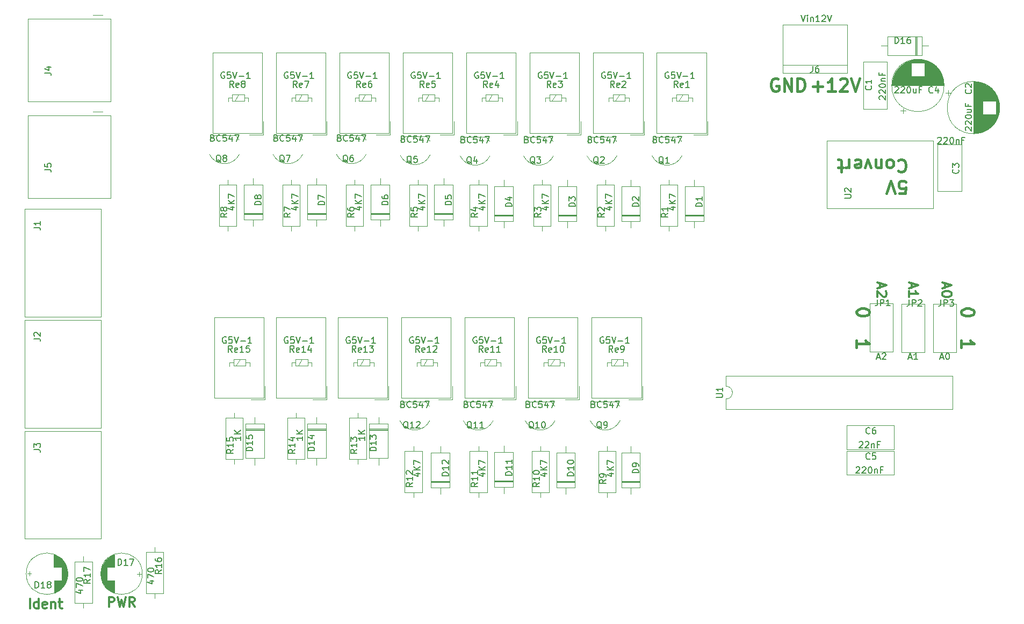
<source format=gto>
%TF.GenerationSoftware,KiCad,Pcbnew,(5.1.6)-1*%
%TF.CreationDate,2020-10-13T15:42:58+02:00*%
%TF.ProjectId,Elektriciteitskast-Relaissturing,456c656b-7472-4696-9369-74656974736b,rev?*%
%TF.SameCoordinates,Original*%
%TF.FileFunction,Legend,Top*%
%TF.FilePolarity,Positive*%
%FSLAX46Y46*%
G04 Gerber Fmt 4.6, Leading zero omitted, Abs format (unit mm)*
G04 Created by KiCad (PCBNEW (5.1.6)-1) date 2020-10-13 15:42:58*
%MOMM*%
%LPD*%
G01*
G04 APERTURE LIST*
%ADD10C,0.400000*%
%ADD11C,0.300000*%
%ADD12C,0.120000*%
%ADD13C,0.150000*%
G04 APERTURE END LIST*
D10*
X205595238Y-89654761D02*
X205595238Y-89845238D01*
X205500000Y-90035714D01*
X205404761Y-90130952D01*
X205214285Y-90226190D01*
X204833333Y-90321428D01*
X204357142Y-90321428D01*
X203976190Y-90226190D01*
X203785714Y-90130952D01*
X203690476Y-90035714D01*
X203595238Y-89845238D01*
X203595238Y-89654761D01*
X203690476Y-89464285D01*
X203785714Y-89369047D01*
X203976190Y-89273809D01*
X204357142Y-89178571D01*
X204833333Y-89178571D01*
X205214285Y-89273809D01*
X205404761Y-89369047D01*
X205500000Y-89464285D01*
X205595238Y-89654761D01*
D11*
X212250000Y-85178571D02*
X212250000Y-85892857D01*
X211821428Y-85035714D02*
X213321428Y-85535714D01*
X211821428Y-86035714D01*
X211821428Y-87321428D02*
X211821428Y-86464285D01*
X211821428Y-86892857D02*
X213321428Y-86892857D01*
X213107142Y-86750000D01*
X212964285Y-86607142D01*
X212892857Y-86464285D01*
D10*
X220095238Y-95321428D02*
X220095238Y-94178571D01*
X220095238Y-94750000D02*
X222095238Y-94750000D01*
X221809523Y-94559523D01*
X221619047Y-94369047D01*
X221523809Y-94178571D01*
X203595238Y-95321428D02*
X203595238Y-94178571D01*
X203595238Y-94750000D02*
X205595238Y-94750000D01*
X205309523Y-94559523D01*
X205119047Y-94369047D01*
X205023809Y-94178571D01*
D11*
X217500000Y-85178571D02*
X217500000Y-85892857D01*
X217071428Y-85035714D02*
X218571428Y-85535714D01*
X217071428Y-86035714D01*
X218571428Y-86821428D02*
X218571428Y-86964285D01*
X218500000Y-87107142D01*
X218428571Y-87178571D01*
X218285714Y-87250000D01*
X218000000Y-87321428D01*
X217642857Y-87321428D01*
X217357142Y-87250000D01*
X217214285Y-87178571D01*
X217142857Y-87107142D01*
X217071428Y-86964285D01*
X217071428Y-86821428D01*
X217142857Y-86678571D01*
X217214285Y-86607142D01*
X217357142Y-86535714D01*
X217642857Y-86464285D01*
X218000000Y-86464285D01*
X218285714Y-86535714D01*
X218428571Y-86607142D01*
X218500000Y-86678571D01*
X218571428Y-86821428D01*
X207250000Y-85178571D02*
X207250000Y-85892857D01*
X206821428Y-85035714D02*
X208321428Y-85535714D01*
X206821428Y-86035714D01*
X208178571Y-86464285D02*
X208250000Y-86535714D01*
X208321428Y-86678571D01*
X208321428Y-87035714D01*
X208250000Y-87178571D01*
X208178571Y-87250000D01*
X208035714Y-87321428D01*
X207892857Y-87321428D01*
X207678571Y-87250000D01*
X206821428Y-86392857D01*
X206821428Y-87321428D01*
D10*
X222095238Y-89654761D02*
X222095238Y-89845238D01*
X222000000Y-90035714D01*
X221904761Y-90130952D01*
X221714285Y-90226190D01*
X221333333Y-90321428D01*
X220857142Y-90321428D01*
X220476190Y-90226190D01*
X220285714Y-90130952D01*
X220190476Y-90035714D01*
X220095238Y-89845238D01*
X220095238Y-89654761D01*
X220190476Y-89464285D01*
X220285714Y-89369047D01*
X220476190Y-89273809D01*
X220857142Y-89178571D01*
X221333333Y-89178571D01*
X221714285Y-89273809D01*
X221904761Y-89369047D01*
X222000000Y-89464285D01*
X222095238Y-89654761D01*
D11*
X85750000Y-136178571D02*
X85750000Y-134678571D01*
X86321428Y-134678571D01*
X86464285Y-134750000D01*
X86535714Y-134821428D01*
X86607142Y-134964285D01*
X86607142Y-135178571D01*
X86535714Y-135321428D01*
X86464285Y-135392857D01*
X86321428Y-135464285D01*
X85750000Y-135464285D01*
X87107142Y-134678571D02*
X87464285Y-136178571D01*
X87750000Y-135107142D01*
X88035714Y-136178571D01*
X88392857Y-134678571D01*
X89821428Y-136178571D02*
X89321428Y-135464285D01*
X88964285Y-136178571D02*
X88964285Y-134678571D01*
X89535714Y-134678571D01*
X89678571Y-134750000D01*
X89750000Y-134821428D01*
X89821428Y-134964285D01*
X89821428Y-135178571D01*
X89750000Y-135321428D01*
X89678571Y-135392857D01*
X89535714Y-135464285D01*
X88964285Y-135464285D01*
D10*
X210311428Y-71045238D02*
X211263809Y-71045238D01*
X211359047Y-70092857D01*
X211263809Y-70188095D01*
X211073333Y-70283333D01*
X210597142Y-70283333D01*
X210406666Y-70188095D01*
X210311428Y-70092857D01*
X210216190Y-69902380D01*
X210216190Y-69426190D01*
X210311428Y-69235714D01*
X210406666Y-69140476D01*
X210597142Y-69045238D01*
X211073333Y-69045238D01*
X211263809Y-69140476D01*
X211359047Y-69235714D01*
X209644761Y-71045238D02*
X208978095Y-69045238D01*
X208311428Y-71045238D01*
X210120952Y-65835714D02*
X210216190Y-65740476D01*
X210501904Y-65645238D01*
X210692380Y-65645238D01*
X210978095Y-65740476D01*
X211168571Y-65930952D01*
X211263809Y-66121428D01*
X211359047Y-66502380D01*
X211359047Y-66788095D01*
X211263809Y-67169047D01*
X211168571Y-67359523D01*
X210978095Y-67550000D01*
X210692380Y-67645238D01*
X210501904Y-67645238D01*
X210216190Y-67550000D01*
X210120952Y-67454761D01*
X208978095Y-65645238D02*
X209168571Y-65740476D01*
X209263809Y-65835714D01*
X209359047Y-66026190D01*
X209359047Y-66597619D01*
X209263809Y-66788095D01*
X209168571Y-66883333D01*
X208978095Y-66978571D01*
X208692380Y-66978571D01*
X208501904Y-66883333D01*
X208406666Y-66788095D01*
X208311428Y-66597619D01*
X208311428Y-66026190D01*
X208406666Y-65835714D01*
X208501904Y-65740476D01*
X208692380Y-65645238D01*
X208978095Y-65645238D01*
X207454285Y-66978571D02*
X207454285Y-65645238D01*
X207454285Y-66788095D02*
X207359047Y-66883333D01*
X207168571Y-66978571D01*
X206882857Y-66978571D01*
X206692380Y-66883333D01*
X206597142Y-66692857D01*
X206597142Y-65645238D01*
X205835238Y-66978571D02*
X205359047Y-65645238D01*
X204882857Y-66978571D01*
X203359047Y-65740476D02*
X203549523Y-65645238D01*
X203930476Y-65645238D01*
X204120952Y-65740476D01*
X204216190Y-65930952D01*
X204216190Y-66692857D01*
X204120952Y-66883333D01*
X203930476Y-66978571D01*
X203549523Y-66978571D01*
X203359047Y-66883333D01*
X203263809Y-66692857D01*
X203263809Y-66502380D01*
X204216190Y-66311904D01*
X202406666Y-65645238D02*
X202406666Y-66978571D01*
X202406666Y-66597619D02*
X202311428Y-66788095D01*
X202216190Y-66883333D01*
X202025714Y-66978571D01*
X201835238Y-66978571D01*
X201454285Y-66978571D02*
X200692380Y-66978571D01*
X201168571Y-67645238D02*
X201168571Y-65930952D01*
X201073333Y-65740476D01*
X200882857Y-65645238D01*
X200692380Y-65645238D01*
D11*
X73321428Y-136428571D02*
X73321428Y-134928571D01*
X74678571Y-136428571D02*
X74678571Y-134928571D01*
X74678571Y-136357142D02*
X74535714Y-136428571D01*
X74250000Y-136428571D01*
X74107142Y-136357142D01*
X74035714Y-136285714D01*
X73964285Y-136142857D01*
X73964285Y-135714285D01*
X74035714Y-135571428D01*
X74107142Y-135500000D01*
X74250000Y-135428571D01*
X74535714Y-135428571D01*
X74678571Y-135500000D01*
X75964285Y-136357142D02*
X75821428Y-136428571D01*
X75535714Y-136428571D01*
X75392857Y-136357142D01*
X75321428Y-136214285D01*
X75321428Y-135642857D01*
X75392857Y-135500000D01*
X75535714Y-135428571D01*
X75821428Y-135428571D01*
X75964285Y-135500000D01*
X76035714Y-135642857D01*
X76035714Y-135785714D01*
X75321428Y-135928571D01*
X76678571Y-135428571D02*
X76678571Y-136428571D01*
X76678571Y-135571428D02*
X76750000Y-135500000D01*
X76892857Y-135428571D01*
X77107142Y-135428571D01*
X77250000Y-135500000D01*
X77321428Y-135642857D01*
X77321428Y-136428571D01*
X77821428Y-135428571D02*
X78392857Y-135428571D01*
X78035714Y-134928571D02*
X78035714Y-136214285D01*
X78107142Y-136357142D01*
X78250000Y-136428571D01*
X78392857Y-136428571D01*
D10*
X196726190Y-54142857D02*
X198250000Y-54142857D01*
X197488095Y-54904761D02*
X197488095Y-53380952D01*
X200250000Y-54904761D02*
X199107142Y-54904761D01*
X199678571Y-54904761D02*
X199678571Y-52904761D01*
X199488095Y-53190476D01*
X199297619Y-53380952D01*
X199107142Y-53476190D01*
X201011904Y-53095238D02*
X201107142Y-53000000D01*
X201297619Y-52904761D01*
X201773809Y-52904761D01*
X201964285Y-53000000D01*
X202059523Y-53095238D01*
X202154761Y-53285714D01*
X202154761Y-53476190D01*
X202059523Y-53761904D01*
X200916666Y-54904761D01*
X202154761Y-54904761D01*
X202726190Y-52904761D02*
X203392857Y-54904761D01*
X204059523Y-52904761D01*
X191226190Y-53000000D02*
X191035714Y-52904761D01*
X190750000Y-52904761D01*
X190464285Y-53000000D01*
X190273809Y-53190476D01*
X190178571Y-53380952D01*
X190083333Y-53761904D01*
X190083333Y-54047619D01*
X190178571Y-54428571D01*
X190273809Y-54619047D01*
X190464285Y-54809523D01*
X190750000Y-54904761D01*
X190940476Y-54904761D01*
X191226190Y-54809523D01*
X191321428Y-54714285D01*
X191321428Y-54047619D01*
X190940476Y-54047619D01*
X192178571Y-54904761D02*
X192178571Y-52904761D01*
X193321428Y-54904761D01*
X193321428Y-52904761D01*
X194273809Y-54904761D02*
X194273809Y-52904761D01*
X194750000Y-52904761D01*
X195035714Y-53000000D01*
X195226190Y-53190476D01*
X195321428Y-53380952D01*
X195416666Y-53761904D01*
X195416666Y-54047619D01*
X195321428Y-54428571D01*
X195226190Y-54619047D01*
X195035714Y-54809523D01*
X194750000Y-54904761D01*
X194273809Y-54904761D01*
D12*
%TO.C,Q12*%
X131635816Y-104627205D02*
G75*
G02*
X132160000Y-103900000I2324184J-1122795D01*
G01*
X131603600Y-106848807D02*
G75*
G03*
X133960000Y-108350000I2356400J1098807D01*
G01*
X136316400Y-106848807D02*
G75*
G02*
X133960000Y-108350000I-2356400J1098807D01*
G01*
X136284184Y-104627205D02*
G75*
G03*
X135760000Y-103900000I-2324184J-1122795D01*
G01*
X135760000Y-103900000D02*
X132160000Y-103900000D01*
%TO.C,Q11*%
X141635816Y-104627205D02*
G75*
G02*
X142160000Y-103900000I2324184J-1122795D01*
G01*
X141603600Y-106848807D02*
G75*
G03*
X143960000Y-108350000I2356400J1098807D01*
G01*
X146316400Y-106848807D02*
G75*
G02*
X143960000Y-108350000I-2356400J1098807D01*
G01*
X146284184Y-104627205D02*
G75*
G03*
X145760000Y-103900000I-2324184J-1122795D01*
G01*
X145760000Y-103900000D02*
X142160000Y-103900000D01*
%TO.C,Q10*%
X151385816Y-104627205D02*
G75*
G02*
X151910000Y-103900000I2324184J-1122795D01*
G01*
X151353600Y-106848807D02*
G75*
G03*
X153710000Y-108350000I2356400J1098807D01*
G01*
X156066400Y-106848807D02*
G75*
G02*
X153710000Y-108350000I-2356400J1098807D01*
G01*
X156034184Y-104627205D02*
G75*
G03*
X155510000Y-103900000I-2324184J-1122795D01*
G01*
X155510000Y-103900000D02*
X151910000Y-103900000D01*
%TO.C,Q9*%
X161635816Y-104627205D02*
G75*
G02*
X162160000Y-103900000I2324184J-1122795D01*
G01*
X161603600Y-106848807D02*
G75*
G03*
X163960000Y-108350000I2356400J1098807D01*
G01*
X166316400Y-106848807D02*
G75*
G02*
X163960000Y-108350000I-2356400J1098807D01*
G01*
X166284184Y-104627205D02*
G75*
G03*
X165760000Y-103900000I-2324184J-1122795D01*
G01*
X165760000Y-103900000D02*
X162160000Y-103900000D01*
%TO.C,Q8*%
X101635816Y-62627205D02*
G75*
G02*
X102160000Y-61900000I2324184J-1122795D01*
G01*
X101603600Y-64848807D02*
G75*
G03*
X103960000Y-66350000I2356400J1098807D01*
G01*
X106316400Y-64848807D02*
G75*
G02*
X103960000Y-66350000I-2356400J1098807D01*
G01*
X106284184Y-62627205D02*
G75*
G03*
X105760000Y-61900000I-2324184J-1122795D01*
G01*
X105760000Y-61900000D02*
X102160000Y-61900000D01*
%TO.C,Q7*%
X111635816Y-62627205D02*
G75*
G02*
X112160000Y-61900000I2324184J-1122795D01*
G01*
X111603600Y-64848807D02*
G75*
G03*
X113960000Y-66350000I2356400J1098807D01*
G01*
X116316400Y-64848807D02*
G75*
G02*
X113960000Y-66350000I-2356400J1098807D01*
G01*
X116284184Y-62627205D02*
G75*
G03*
X115760000Y-61900000I-2324184J-1122795D01*
G01*
X115760000Y-61900000D02*
X112160000Y-61900000D01*
%TO.C,Q6*%
X121635816Y-62627205D02*
G75*
G02*
X122160000Y-61900000I2324184J-1122795D01*
G01*
X121603600Y-64848807D02*
G75*
G03*
X123960000Y-66350000I2356400J1098807D01*
G01*
X126316400Y-64848807D02*
G75*
G02*
X123960000Y-66350000I-2356400J1098807D01*
G01*
X126284184Y-62627205D02*
G75*
G03*
X125760000Y-61900000I-2324184J-1122795D01*
G01*
X125760000Y-61900000D02*
X122160000Y-61900000D01*
%TO.C,Q5*%
X131685816Y-62777205D02*
G75*
G02*
X132210000Y-62050000I2324184J-1122795D01*
G01*
X131653600Y-64998807D02*
G75*
G03*
X134010000Y-66500000I2356400J1098807D01*
G01*
X136366400Y-64998807D02*
G75*
G02*
X134010000Y-66500000I-2356400J1098807D01*
G01*
X136334184Y-62777205D02*
G75*
G03*
X135810000Y-62050000I-2324184J-1122795D01*
G01*
X135810000Y-62050000D02*
X132210000Y-62050000D01*
%TO.C,Q4*%
X141135816Y-62877205D02*
G75*
G02*
X141660000Y-62150000I2324184J-1122795D01*
G01*
X141103600Y-65098807D02*
G75*
G03*
X143460000Y-66600000I2356400J1098807D01*
G01*
X145816400Y-65098807D02*
G75*
G02*
X143460000Y-66600000I-2356400J1098807D01*
G01*
X145784184Y-62877205D02*
G75*
G03*
X145260000Y-62150000I-2324184J-1122795D01*
G01*
X145260000Y-62150000D02*
X141660000Y-62150000D01*
%TO.C,Q3*%
X151135816Y-62877205D02*
G75*
G02*
X151660000Y-62150000I2324184J-1122795D01*
G01*
X151103600Y-65098807D02*
G75*
G03*
X153460000Y-66600000I2356400J1098807D01*
G01*
X155816400Y-65098807D02*
G75*
G02*
X153460000Y-66600000I-2356400J1098807D01*
G01*
X155784184Y-62877205D02*
G75*
G03*
X155260000Y-62150000I-2324184J-1122795D01*
G01*
X155260000Y-62150000D02*
X151660000Y-62150000D01*
%TO.C,Q2*%
X161135816Y-62877205D02*
G75*
G02*
X161660000Y-62150000I2324184J-1122795D01*
G01*
X161103600Y-65098807D02*
G75*
G03*
X163460000Y-66600000I2356400J1098807D01*
G01*
X165816400Y-65098807D02*
G75*
G02*
X163460000Y-66600000I-2356400J1098807D01*
G01*
X165784184Y-62877205D02*
G75*
G03*
X165260000Y-62150000I-2324184J-1122795D01*
G01*
X165260000Y-62150000D02*
X161660000Y-62150000D01*
%TO.C,Q1*%
X171385816Y-62877205D02*
G75*
G02*
X171910000Y-62150000I2324184J-1122795D01*
G01*
X171353600Y-65098807D02*
G75*
G03*
X173710000Y-66600000I2356400J1098807D01*
G01*
X176066400Y-65098807D02*
G75*
G02*
X173710000Y-66600000I-2356400J1098807D01*
G01*
X176034184Y-62877205D02*
G75*
G03*
X175510000Y-62150000I-2324184J-1122795D01*
G01*
X175510000Y-62150000D02*
X171910000Y-62150000D01*
%TO.C,Re14*%
X120100000Y-103500000D02*
X117900000Y-103500000D01*
X120100000Y-101400000D02*
X120100000Y-103500000D01*
X119900000Y-90600000D02*
X119900000Y-103300000D01*
X112100000Y-90600000D02*
X119900000Y-90600000D01*
X112100000Y-103300000D02*
X112100000Y-90600000D01*
X119900000Y-103300000D02*
X112100000Y-103300000D01*
X115554000Y-98190000D02*
X116189000Y-97174000D01*
X117738000Y-98317000D02*
X117738000Y-97682000D01*
X117738000Y-97682000D02*
X117078000Y-97682000D01*
X114538000Y-98317000D02*
X114538000Y-97682000D01*
X114538000Y-97682000D02*
X115173000Y-97682000D01*
X115173000Y-98190000D02*
X117078000Y-98190000D01*
X117078000Y-98190000D02*
X117078000Y-97174000D01*
X117078000Y-97174000D02*
X115173000Y-97174000D01*
X115173000Y-98190000D02*
X115173000Y-97174000D01*
%TO.C,JP3*%
X219300000Y-96050000D02*
X215700000Y-96050000D01*
X219300000Y-88450000D02*
X215700000Y-88450000D01*
X215700000Y-88450000D02*
X215700000Y-96050000D01*
X219300000Y-88450000D02*
X219300000Y-96050000D01*
%TO.C,D3*%
X156530000Y-75390000D02*
X159470000Y-75390000D01*
X159470000Y-75390000D02*
X159470000Y-69950000D01*
X159470000Y-69950000D02*
X156530000Y-69950000D01*
X156530000Y-69950000D02*
X156530000Y-75390000D01*
X158000000Y-76410000D02*
X158000000Y-75390000D01*
X158000000Y-68930000D02*
X158000000Y-69950000D01*
X156530000Y-74490000D02*
X159470000Y-74490000D01*
X156530000Y-74370000D02*
X159470000Y-74370000D01*
X156530000Y-74610000D02*
X159470000Y-74610000D01*
%TO.C,D1*%
X176530000Y-75390000D02*
X179470000Y-75390000D01*
X179470000Y-75390000D02*
X179470000Y-69950000D01*
X179470000Y-69950000D02*
X176530000Y-69950000D01*
X176530000Y-69950000D02*
X176530000Y-75390000D01*
X178000000Y-76410000D02*
X178000000Y-75390000D01*
X178000000Y-68930000D02*
X178000000Y-69950000D01*
X176530000Y-74490000D02*
X179470000Y-74490000D01*
X176530000Y-74370000D02*
X179470000Y-74370000D01*
X176530000Y-74610000D02*
X179470000Y-74610000D01*
%TO.C,D2*%
X166530000Y-75390000D02*
X169470000Y-75390000D01*
X169470000Y-75390000D02*
X169470000Y-69950000D01*
X169470000Y-69950000D02*
X166530000Y-69950000D01*
X166530000Y-69950000D02*
X166530000Y-75390000D01*
X168000000Y-76410000D02*
X168000000Y-75390000D01*
X168000000Y-68930000D02*
X168000000Y-69950000D01*
X166530000Y-74490000D02*
X169470000Y-74490000D01*
X166530000Y-74370000D02*
X169470000Y-74370000D01*
X166530000Y-74610000D02*
X169470000Y-74610000D01*
%TO.C,D10*%
X156280000Y-117390000D02*
X159220000Y-117390000D01*
X159220000Y-117390000D02*
X159220000Y-111950000D01*
X159220000Y-111950000D02*
X156280000Y-111950000D01*
X156280000Y-111950000D02*
X156280000Y-117390000D01*
X157750000Y-118410000D02*
X157750000Y-117390000D01*
X157750000Y-110930000D02*
X157750000Y-111950000D01*
X156280000Y-116490000D02*
X159220000Y-116490000D01*
X156280000Y-116370000D02*
X159220000Y-116370000D01*
X156280000Y-116610000D02*
X159220000Y-116610000D01*
%TO.C,D9*%
X166530000Y-117390000D02*
X169470000Y-117390000D01*
X169470000Y-117390000D02*
X169470000Y-111950000D01*
X169470000Y-111950000D02*
X166530000Y-111950000D01*
X166530000Y-111950000D02*
X166530000Y-117390000D01*
X168000000Y-118410000D02*
X168000000Y-117390000D01*
X168000000Y-110930000D02*
X168000000Y-111950000D01*
X166530000Y-116490000D02*
X169470000Y-116490000D01*
X166530000Y-116370000D02*
X169470000Y-116370000D01*
X166530000Y-116610000D02*
X169470000Y-116610000D01*
%TO.C,D8*%
X107030000Y-75140000D02*
X109970000Y-75140000D01*
X109970000Y-75140000D02*
X109970000Y-69700000D01*
X109970000Y-69700000D02*
X107030000Y-69700000D01*
X107030000Y-69700000D02*
X107030000Y-75140000D01*
X108500000Y-76160000D02*
X108500000Y-75140000D01*
X108500000Y-68680000D02*
X108500000Y-69700000D01*
X107030000Y-74240000D02*
X109970000Y-74240000D01*
X107030000Y-74120000D02*
X109970000Y-74120000D01*
X107030000Y-74360000D02*
X109970000Y-74360000D01*
%TO.C,D7*%
X117030000Y-75140000D02*
X119970000Y-75140000D01*
X119970000Y-75140000D02*
X119970000Y-69700000D01*
X119970000Y-69700000D02*
X117030000Y-69700000D01*
X117030000Y-69700000D02*
X117030000Y-75140000D01*
X118500000Y-76160000D02*
X118500000Y-75140000D01*
X118500000Y-68680000D02*
X118500000Y-69700000D01*
X117030000Y-74240000D02*
X119970000Y-74240000D01*
X117030000Y-74120000D02*
X119970000Y-74120000D01*
X117030000Y-74360000D02*
X119970000Y-74360000D01*
%TO.C,D6*%
X127030000Y-75140000D02*
X129970000Y-75140000D01*
X129970000Y-75140000D02*
X129970000Y-69700000D01*
X129970000Y-69700000D02*
X127030000Y-69700000D01*
X127030000Y-69700000D02*
X127030000Y-75140000D01*
X128500000Y-76160000D02*
X128500000Y-75140000D01*
X128500000Y-68680000D02*
X128500000Y-69700000D01*
X127030000Y-74240000D02*
X129970000Y-74240000D01*
X127030000Y-74120000D02*
X129970000Y-74120000D01*
X127030000Y-74360000D02*
X129970000Y-74360000D01*
%TO.C,D4*%
X146530000Y-75390000D02*
X149470000Y-75390000D01*
X149470000Y-75390000D02*
X149470000Y-69950000D01*
X149470000Y-69950000D02*
X146530000Y-69950000D01*
X146530000Y-69950000D02*
X146530000Y-75390000D01*
X148000000Y-76410000D02*
X148000000Y-75390000D01*
X148000000Y-68930000D02*
X148000000Y-69950000D01*
X146530000Y-74490000D02*
X149470000Y-74490000D01*
X146530000Y-74370000D02*
X149470000Y-74370000D01*
X146530000Y-74610000D02*
X149470000Y-74610000D01*
%TO.C,D5*%
X137030000Y-75140000D02*
X139970000Y-75140000D01*
X139970000Y-75140000D02*
X139970000Y-69700000D01*
X139970000Y-69700000D02*
X137030000Y-69700000D01*
X137030000Y-69700000D02*
X137030000Y-75140000D01*
X138500000Y-76160000D02*
X138500000Y-75140000D01*
X138500000Y-68680000D02*
X138500000Y-69700000D01*
X137030000Y-74240000D02*
X139970000Y-74240000D01*
X137030000Y-74120000D02*
X139970000Y-74120000D01*
X137030000Y-74360000D02*
X139970000Y-74360000D01*
%TO.C,D12*%
X136530000Y-117390000D02*
X139470000Y-117390000D01*
X139470000Y-117390000D02*
X139470000Y-111950000D01*
X139470000Y-111950000D02*
X136530000Y-111950000D01*
X136530000Y-111950000D02*
X136530000Y-117390000D01*
X138000000Y-118410000D02*
X138000000Y-117390000D01*
X138000000Y-110930000D02*
X138000000Y-111950000D01*
X136530000Y-116490000D02*
X139470000Y-116490000D01*
X136530000Y-116370000D02*
X139470000Y-116370000D01*
X136530000Y-116610000D02*
X139470000Y-116610000D01*
%TO.C,D11*%
X146530000Y-117300000D02*
X149470000Y-117300000D01*
X149470000Y-117300000D02*
X149470000Y-111860000D01*
X149470000Y-111860000D02*
X146530000Y-111860000D01*
X146530000Y-111860000D02*
X146530000Y-117300000D01*
X148000000Y-118320000D02*
X148000000Y-117300000D01*
X148000000Y-110840000D02*
X148000000Y-111860000D01*
X146530000Y-116400000D02*
X149470000Y-116400000D01*
X146530000Y-116280000D02*
X149470000Y-116280000D01*
X146530000Y-116520000D02*
X149470000Y-116520000D01*
%TO.C,C5*%
X209470000Y-111630000D02*
X209470000Y-115370000D01*
X202030000Y-111630000D02*
X202030000Y-115370000D01*
X202030000Y-115370000D02*
X209470000Y-115370000D01*
X202030000Y-111630000D02*
X209470000Y-111630000D01*
%TO.C,Re15*%
X110350000Y-103500000D02*
X108150000Y-103500000D01*
X110350000Y-101400000D02*
X110350000Y-103500000D01*
X110150000Y-90600000D02*
X110150000Y-103300000D01*
X102350000Y-90600000D02*
X110150000Y-90600000D01*
X102350000Y-103300000D02*
X102350000Y-90600000D01*
X110150000Y-103300000D02*
X102350000Y-103300000D01*
X105804000Y-98190000D02*
X106439000Y-97174000D01*
X107988000Y-98317000D02*
X107988000Y-97682000D01*
X107988000Y-97682000D02*
X107328000Y-97682000D01*
X104788000Y-98317000D02*
X104788000Y-97682000D01*
X104788000Y-97682000D02*
X105423000Y-97682000D01*
X105423000Y-98190000D02*
X107328000Y-98190000D01*
X107328000Y-98190000D02*
X107328000Y-97174000D01*
X107328000Y-97174000D02*
X105423000Y-97174000D01*
X105423000Y-98190000D02*
X105423000Y-97174000D01*
%TO.C,C6*%
X209470000Y-107630000D02*
X209470000Y-111370000D01*
X202030000Y-107630000D02*
X202030000Y-111370000D01*
X202030000Y-111370000D02*
X209470000Y-111370000D01*
X202030000Y-107630000D02*
X209470000Y-107630000D01*
%TO.C,U1*%
X183020000Y-101440000D02*
G75*
G02*
X183020000Y-103440000I0J-1000000D01*
G01*
X183020000Y-103440000D02*
X183020000Y-105090000D01*
X183020000Y-105090000D02*
X218700000Y-105090000D01*
X218700000Y-105090000D02*
X218700000Y-99790000D01*
X218700000Y-99790000D02*
X183020000Y-99790000D01*
X183020000Y-99790000D02*
X183020000Y-101440000D01*
%TO.C,JP1*%
X209300000Y-96000000D02*
X205700000Y-96000000D01*
X209300000Y-88400000D02*
X205700000Y-88400000D01*
X205700000Y-88400000D02*
X205700000Y-96000000D01*
X209300000Y-88400000D02*
X209300000Y-96000000D01*
%TO.C,JP2*%
X214300000Y-96050000D02*
X210700000Y-96050000D01*
X214300000Y-88450000D02*
X210700000Y-88450000D01*
X210700000Y-88450000D02*
X210700000Y-96050000D01*
X214300000Y-88450000D02*
X214300000Y-96050000D01*
%TO.C,Re11*%
X149850000Y-103500000D02*
X147650000Y-103500000D01*
X149850000Y-101400000D02*
X149850000Y-103500000D01*
X149650000Y-90600000D02*
X149650000Y-103300000D01*
X141850000Y-90600000D02*
X149650000Y-90600000D01*
X141850000Y-103300000D02*
X141850000Y-90600000D01*
X149650000Y-103300000D02*
X141850000Y-103300000D01*
X145304000Y-98190000D02*
X145939000Y-97174000D01*
X147488000Y-98317000D02*
X147488000Y-97682000D01*
X147488000Y-97682000D02*
X146828000Y-97682000D01*
X144288000Y-98317000D02*
X144288000Y-97682000D01*
X144288000Y-97682000D02*
X144923000Y-97682000D01*
X144923000Y-98190000D02*
X146828000Y-98190000D01*
X146828000Y-98190000D02*
X146828000Y-97174000D01*
X146828000Y-97174000D02*
X144923000Y-97174000D01*
X144923000Y-98190000D02*
X144923000Y-97174000D01*
%TO.C,Re13*%
X129850000Y-103500000D02*
X127650000Y-103500000D01*
X129850000Y-101400000D02*
X129850000Y-103500000D01*
X129650000Y-90600000D02*
X129650000Y-103300000D01*
X121850000Y-90600000D02*
X129650000Y-90600000D01*
X121850000Y-103300000D02*
X121850000Y-90600000D01*
X129650000Y-103300000D02*
X121850000Y-103300000D01*
X125304000Y-98190000D02*
X125939000Y-97174000D01*
X127488000Y-98317000D02*
X127488000Y-97682000D01*
X127488000Y-97682000D02*
X126828000Y-97682000D01*
X124288000Y-98317000D02*
X124288000Y-97682000D01*
X124288000Y-97682000D02*
X124923000Y-97682000D01*
X124923000Y-98190000D02*
X126828000Y-98190000D01*
X126828000Y-98190000D02*
X126828000Y-97174000D01*
X126828000Y-97174000D02*
X124923000Y-97174000D01*
X124923000Y-98190000D02*
X124923000Y-97174000D01*
%TO.C,Re10*%
X159850000Y-103500000D02*
X157650000Y-103500000D01*
X159850000Y-101400000D02*
X159850000Y-103500000D01*
X159650000Y-90600000D02*
X159650000Y-103300000D01*
X151850000Y-90600000D02*
X159650000Y-90600000D01*
X151850000Y-103300000D02*
X151850000Y-90600000D01*
X159650000Y-103300000D02*
X151850000Y-103300000D01*
X155304000Y-98190000D02*
X155939000Y-97174000D01*
X157488000Y-98317000D02*
X157488000Y-97682000D01*
X157488000Y-97682000D02*
X156828000Y-97682000D01*
X154288000Y-98317000D02*
X154288000Y-97682000D01*
X154288000Y-97682000D02*
X154923000Y-97682000D01*
X154923000Y-98190000D02*
X156828000Y-98190000D01*
X156828000Y-98190000D02*
X156828000Y-97174000D01*
X156828000Y-97174000D02*
X154923000Y-97174000D01*
X154923000Y-98190000D02*
X154923000Y-97174000D01*
%TO.C,Re12*%
X139850000Y-103500000D02*
X137650000Y-103500000D01*
X139850000Y-101400000D02*
X139850000Y-103500000D01*
X139650000Y-90600000D02*
X139650000Y-103300000D01*
X131850000Y-90600000D02*
X139650000Y-90600000D01*
X131850000Y-103300000D02*
X131850000Y-90600000D01*
X139650000Y-103300000D02*
X131850000Y-103300000D01*
X135304000Y-98190000D02*
X135939000Y-97174000D01*
X137488000Y-98317000D02*
X137488000Y-97682000D01*
X137488000Y-97682000D02*
X136828000Y-97682000D01*
X134288000Y-98317000D02*
X134288000Y-97682000D01*
X134288000Y-97682000D02*
X134923000Y-97682000D01*
X134923000Y-98190000D02*
X136828000Y-98190000D01*
X136828000Y-98190000D02*
X136828000Y-97174000D01*
X136828000Y-97174000D02*
X134923000Y-97174000D01*
X134923000Y-98190000D02*
X134923000Y-97174000D01*
%TO.C,Re9*%
X169850000Y-103500000D02*
X167650000Y-103500000D01*
X169850000Y-101400000D02*
X169850000Y-103500000D01*
X169650000Y-90600000D02*
X169650000Y-103300000D01*
X161850000Y-90600000D02*
X169650000Y-90600000D01*
X161850000Y-103300000D02*
X161850000Y-90600000D01*
X169650000Y-103300000D02*
X161850000Y-103300000D01*
X165304000Y-98190000D02*
X165939000Y-97174000D01*
X167488000Y-98317000D02*
X167488000Y-97682000D01*
X167488000Y-97682000D02*
X166828000Y-97682000D01*
X164288000Y-98317000D02*
X164288000Y-97682000D01*
X164288000Y-97682000D02*
X164923000Y-97682000D01*
X164923000Y-98190000D02*
X166828000Y-98190000D01*
X166828000Y-98190000D02*
X166828000Y-97174000D01*
X166828000Y-97174000D02*
X164923000Y-97174000D01*
X164923000Y-98190000D02*
X164923000Y-97174000D01*
%TO.C,Re5*%
X140100000Y-61750000D02*
X137900000Y-61750000D01*
X140100000Y-59650000D02*
X140100000Y-61750000D01*
X139900000Y-48850000D02*
X139900000Y-61550000D01*
X132100000Y-48850000D02*
X139900000Y-48850000D01*
X132100000Y-61550000D02*
X132100000Y-48850000D01*
X139900000Y-61550000D02*
X132100000Y-61550000D01*
X135554000Y-56440000D02*
X136189000Y-55424000D01*
X137738000Y-56567000D02*
X137738000Y-55932000D01*
X137738000Y-55932000D02*
X137078000Y-55932000D01*
X134538000Y-56567000D02*
X134538000Y-55932000D01*
X134538000Y-55932000D02*
X135173000Y-55932000D01*
X135173000Y-56440000D02*
X137078000Y-56440000D01*
X137078000Y-56440000D02*
X137078000Y-55424000D01*
X137078000Y-55424000D02*
X135173000Y-55424000D01*
X135173000Y-56440000D02*
X135173000Y-55424000D01*
%TO.C,D15*%
X110220000Y-107360000D02*
X107280000Y-107360000D01*
X107280000Y-107360000D02*
X107280000Y-112800000D01*
X107280000Y-112800000D02*
X110220000Y-112800000D01*
X110220000Y-112800000D02*
X110220000Y-107360000D01*
X108750000Y-106340000D02*
X108750000Y-107360000D01*
X108750000Y-113820000D02*
X108750000Y-112800000D01*
X110220000Y-108260000D02*
X107280000Y-108260000D01*
X110220000Y-108380000D02*
X107280000Y-108380000D01*
X110220000Y-108140000D02*
X107280000Y-108140000D01*
%TO.C,Re6*%
X130100000Y-61750000D02*
X127900000Y-61750000D01*
X130100000Y-59650000D02*
X130100000Y-61750000D01*
X129900000Y-48850000D02*
X129900000Y-61550000D01*
X122100000Y-48850000D02*
X129900000Y-48850000D01*
X122100000Y-61550000D02*
X122100000Y-48850000D01*
X129900000Y-61550000D02*
X122100000Y-61550000D01*
X125554000Y-56440000D02*
X126189000Y-55424000D01*
X127738000Y-56567000D02*
X127738000Y-55932000D01*
X127738000Y-55932000D02*
X127078000Y-55932000D01*
X124538000Y-56567000D02*
X124538000Y-55932000D01*
X124538000Y-55932000D02*
X125173000Y-55932000D01*
X125173000Y-56440000D02*
X127078000Y-56440000D01*
X127078000Y-56440000D02*
X127078000Y-55424000D01*
X127078000Y-55424000D02*
X125173000Y-55424000D01*
X125173000Y-56440000D02*
X125173000Y-55424000D01*
%TO.C,Re1*%
X180100000Y-61750000D02*
X177900000Y-61750000D01*
X180100000Y-59650000D02*
X180100000Y-61750000D01*
X179900000Y-48850000D02*
X179900000Y-61550000D01*
X172100000Y-48850000D02*
X179900000Y-48850000D01*
X172100000Y-61550000D02*
X172100000Y-48850000D01*
X179900000Y-61550000D02*
X172100000Y-61550000D01*
X175554000Y-56440000D02*
X176189000Y-55424000D01*
X177738000Y-56567000D02*
X177738000Y-55932000D01*
X177738000Y-55932000D02*
X177078000Y-55932000D01*
X174538000Y-56567000D02*
X174538000Y-55932000D01*
X174538000Y-55932000D02*
X175173000Y-55932000D01*
X175173000Y-56440000D02*
X177078000Y-56440000D01*
X177078000Y-56440000D02*
X177078000Y-55424000D01*
X177078000Y-55424000D02*
X175173000Y-55424000D01*
X175173000Y-56440000D02*
X175173000Y-55424000D01*
%TO.C,D14*%
X119970000Y-107360000D02*
X117030000Y-107360000D01*
X117030000Y-107360000D02*
X117030000Y-112800000D01*
X117030000Y-112800000D02*
X119970000Y-112800000D01*
X119970000Y-112800000D02*
X119970000Y-107360000D01*
X118500000Y-106340000D02*
X118500000Y-107360000D01*
X118500000Y-113820000D02*
X118500000Y-112800000D01*
X119970000Y-108260000D02*
X117030000Y-108260000D01*
X119970000Y-108380000D02*
X117030000Y-108380000D01*
X119970000Y-108140000D02*
X117030000Y-108140000D01*
%TO.C,Re4*%
X150100000Y-61750000D02*
X147900000Y-61750000D01*
X150100000Y-59650000D02*
X150100000Y-61750000D01*
X149900000Y-48850000D02*
X149900000Y-61550000D01*
X142100000Y-48850000D02*
X149900000Y-48850000D01*
X142100000Y-61550000D02*
X142100000Y-48850000D01*
X149900000Y-61550000D02*
X142100000Y-61550000D01*
X145554000Y-56440000D02*
X146189000Y-55424000D01*
X147738000Y-56567000D02*
X147738000Y-55932000D01*
X147738000Y-55932000D02*
X147078000Y-55932000D01*
X144538000Y-56567000D02*
X144538000Y-55932000D01*
X144538000Y-55932000D02*
X145173000Y-55932000D01*
X145173000Y-56440000D02*
X147078000Y-56440000D01*
X147078000Y-56440000D02*
X147078000Y-55424000D01*
X147078000Y-55424000D02*
X145173000Y-55424000D01*
X145173000Y-56440000D02*
X145173000Y-55424000D01*
%TO.C,Re7*%
X120100000Y-61750000D02*
X117900000Y-61750000D01*
X120100000Y-59650000D02*
X120100000Y-61750000D01*
X119900000Y-48850000D02*
X119900000Y-61550000D01*
X112100000Y-48850000D02*
X119900000Y-48850000D01*
X112100000Y-61550000D02*
X112100000Y-48850000D01*
X119900000Y-61550000D02*
X112100000Y-61550000D01*
X115554000Y-56440000D02*
X116189000Y-55424000D01*
X117738000Y-56567000D02*
X117738000Y-55932000D01*
X117738000Y-55932000D02*
X117078000Y-55932000D01*
X114538000Y-56567000D02*
X114538000Y-55932000D01*
X114538000Y-55932000D02*
X115173000Y-55932000D01*
X115173000Y-56440000D02*
X117078000Y-56440000D01*
X117078000Y-56440000D02*
X117078000Y-55424000D01*
X117078000Y-55424000D02*
X115173000Y-55424000D01*
X115173000Y-56440000D02*
X115173000Y-55424000D01*
%TO.C,Re3*%
X160100000Y-61750000D02*
X157900000Y-61750000D01*
X160100000Y-59650000D02*
X160100000Y-61750000D01*
X159900000Y-48850000D02*
X159900000Y-61550000D01*
X152100000Y-48850000D02*
X159900000Y-48850000D01*
X152100000Y-61550000D02*
X152100000Y-48850000D01*
X159900000Y-61550000D02*
X152100000Y-61550000D01*
X155554000Y-56440000D02*
X156189000Y-55424000D01*
X157738000Y-56567000D02*
X157738000Y-55932000D01*
X157738000Y-55932000D02*
X157078000Y-55932000D01*
X154538000Y-56567000D02*
X154538000Y-55932000D01*
X154538000Y-55932000D02*
X155173000Y-55932000D01*
X155173000Y-56440000D02*
X157078000Y-56440000D01*
X157078000Y-56440000D02*
X157078000Y-55424000D01*
X157078000Y-55424000D02*
X155173000Y-55424000D01*
X155173000Y-56440000D02*
X155173000Y-55424000D01*
%TO.C,Re8*%
X110100000Y-61750000D02*
X107900000Y-61750000D01*
X110100000Y-59650000D02*
X110100000Y-61750000D01*
X109900000Y-48850000D02*
X109900000Y-61550000D01*
X102100000Y-48850000D02*
X109900000Y-48850000D01*
X102100000Y-61550000D02*
X102100000Y-48850000D01*
X109900000Y-61550000D02*
X102100000Y-61550000D01*
X105554000Y-56440000D02*
X106189000Y-55424000D01*
X107738000Y-56567000D02*
X107738000Y-55932000D01*
X107738000Y-55932000D02*
X107078000Y-55932000D01*
X104538000Y-56567000D02*
X104538000Y-55932000D01*
X104538000Y-55932000D02*
X105173000Y-55932000D01*
X105173000Y-56440000D02*
X107078000Y-56440000D01*
X107078000Y-56440000D02*
X107078000Y-55424000D01*
X107078000Y-55424000D02*
X105173000Y-55424000D01*
X105173000Y-56440000D02*
X105173000Y-55424000D01*
%TO.C,Re2*%
X170100000Y-61750000D02*
X167900000Y-61750000D01*
X170100000Y-59650000D02*
X170100000Y-61750000D01*
X169900000Y-48850000D02*
X169900000Y-61550000D01*
X162100000Y-48850000D02*
X169900000Y-48850000D01*
X162100000Y-61550000D02*
X162100000Y-48850000D01*
X169900000Y-61550000D02*
X162100000Y-61550000D01*
X165554000Y-56440000D02*
X166189000Y-55424000D01*
X167738000Y-56567000D02*
X167738000Y-55932000D01*
X167738000Y-55932000D02*
X167078000Y-55932000D01*
X164538000Y-56567000D02*
X164538000Y-55932000D01*
X164538000Y-55932000D02*
X165173000Y-55932000D01*
X165173000Y-56440000D02*
X167078000Y-56440000D01*
X167078000Y-56440000D02*
X167078000Y-55424000D01*
X167078000Y-55424000D02*
X165173000Y-55424000D01*
X165173000Y-56440000D02*
X165173000Y-55424000D01*
%TO.C,D13*%
X129720000Y-107360000D02*
X126780000Y-107360000D01*
X126780000Y-107360000D02*
X126780000Y-112800000D01*
X126780000Y-112800000D02*
X129720000Y-112800000D01*
X129720000Y-112800000D02*
X129720000Y-107360000D01*
X128250000Y-106340000D02*
X128250000Y-107360000D01*
X128250000Y-113820000D02*
X128250000Y-112800000D01*
X129720000Y-108260000D02*
X126780000Y-108260000D01*
X129720000Y-108380000D02*
X126780000Y-108380000D01*
X129720000Y-108140000D02*
X126780000Y-108140000D01*
%TO.C,R9*%
X164250000Y-110880000D02*
X164250000Y-111650000D01*
X164250000Y-118960000D02*
X164250000Y-118190000D01*
X162880000Y-111650000D02*
X162880000Y-118190000D01*
X165620000Y-111650000D02*
X162880000Y-111650000D01*
X165620000Y-118190000D02*
X165620000Y-111650000D01*
X162880000Y-118190000D02*
X165620000Y-118190000D01*
%TO.C,R11*%
X144000000Y-110880000D02*
X144000000Y-111650000D01*
X144000000Y-118960000D02*
X144000000Y-118190000D01*
X142630000Y-111650000D02*
X142630000Y-118190000D01*
X145370000Y-111650000D02*
X142630000Y-111650000D01*
X145370000Y-118190000D02*
X145370000Y-111650000D01*
X142630000Y-118190000D02*
X145370000Y-118190000D01*
%TO.C,R14*%
X115250000Y-105630000D02*
X115250000Y-106400000D01*
X115250000Y-113710000D02*
X115250000Y-112940000D01*
X113880000Y-106400000D02*
X113880000Y-112940000D01*
X116620000Y-106400000D02*
X113880000Y-106400000D01*
X116620000Y-112940000D02*
X116620000Y-106400000D01*
X113880000Y-112940000D02*
X116620000Y-112940000D01*
%TO.C,R13*%
X125000000Y-105630000D02*
X125000000Y-106400000D01*
X125000000Y-113710000D02*
X125000000Y-112940000D01*
X123630000Y-106400000D02*
X123630000Y-112940000D01*
X126370000Y-106400000D02*
X123630000Y-106400000D01*
X126370000Y-112940000D02*
X126370000Y-106400000D01*
X123630000Y-112940000D02*
X126370000Y-112940000D01*
%TO.C,R6*%
X124500000Y-68880000D02*
X124500000Y-69650000D01*
X124500000Y-76960000D02*
X124500000Y-76190000D01*
X123130000Y-69650000D02*
X123130000Y-76190000D01*
X125870000Y-69650000D02*
X123130000Y-69650000D01*
X125870000Y-76190000D02*
X125870000Y-69650000D01*
X123130000Y-76190000D02*
X125870000Y-76190000D01*
%TO.C,R10*%
X153750000Y-110880000D02*
X153750000Y-111650000D01*
X153750000Y-118960000D02*
X153750000Y-118190000D01*
X152380000Y-111650000D02*
X152380000Y-118190000D01*
X155120000Y-111650000D02*
X152380000Y-111650000D01*
X155120000Y-118190000D02*
X155120000Y-111650000D01*
X152380000Y-118190000D02*
X155120000Y-118190000D01*
%TO.C,R4*%
X144000000Y-68880000D02*
X144000000Y-69650000D01*
X144000000Y-76960000D02*
X144000000Y-76190000D01*
X142630000Y-69650000D02*
X142630000Y-76190000D01*
X145370000Y-69650000D02*
X142630000Y-69650000D01*
X145370000Y-76190000D02*
X145370000Y-69650000D01*
X142630000Y-76190000D02*
X145370000Y-76190000D01*
%TO.C,R5*%
X134500000Y-68880000D02*
X134500000Y-69650000D01*
X134500000Y-76960000D02*
X134500000Y-76190000D01*
X133130000Y-69650000D02*
X133130000Y-76190000D01*
X135870000Y-69650000D02*
X133130000Y-69650000D01*
X135870000Y-76190000D02*
X135870000Y-69650000D01*
X133130000Y-76190000D02*
X135870000Y-76190000D01*
%TO.C,R7*%
X114500000Y-68880000D02*
X114500000Y-69650000D01*
X114500000Y-76960000D02*
X114500000Y-76190000D01*
X113130000Y-69650000D02*
X113130000Y-76190000D01*
X115870000Y-69650000D02*
X113130000Y-69650000D01*
X115870000Y-76190000D02*
X115870000Y-69650000D01*
X113130000Y-76190000D02*
X115870000Y-76190000D01*
%TO.C,R8*%
X104500000Y-68880000D02*
X104500000Y-69650000D01*
X104500000Y-76960000D02*
X104500000Y-76190000D01*
X103130000Y-69650000D02*
X103130000Y-76190000D01*
X105870000Y-69650000D02*
X103130000Y-69650000D01*
X105870000Y-76190000D02*
X105870000Y-69650000D01*
X103130000Y-76190000D02*
X105870000Y-76190000D01*
%TO.C,R12*%
X133750000Y-110880000D02*
X133750000Y-111650000D01*
X133750000Y-118960000D02*
X133750000Y-118190000D01*
X132380000Y-111650000D02*
X132380000Y-118190000D01*
X135120000Y-111650000D02*
X132380000Y-111650000D01*
X135120000Y-118190000D02*
X135120000Y-111650000D01*
X132380000Y-118190000D02*
X135120000Y-118190000D01*
%TO.C,R15*%
X105500000Y-105630000D02*
X105500000Y-106400000D01*
X105500000Y-113710000D02*
X105500000Y-112940000D01*
X104130000Y-106400000D02*
X104130000Y-112940000D01*
X106870000Y-106400000D02*
X104130000Y-106400000D01*
X106870000Y-112940000D02*
X106870000Y-106400000D01*
X104130000Y-112940000D02*
X106870000Y-112940000D01*
%TO.C,R1*%
X174000000Y-68880000D02*
X174000000Y-69650000D01*
X174000000Y-76960000D02*
X174000000Y-76190000D01*
X172630000Y-69650000D02*
X172630000Y-76190000D01*
X175370000Y-69650000D02*
X172630000Y-69650000D01*
X175370000Y-76190000D02*
X175370000Y-69650000D01*
X172630000Y-76190000D02*
X175370000Y-76190000D01*
%TO.C,R2*%
X164000000Y-68880000D02*
X164000000Y-69650000D01*
X164000000Y-76960000D02*
X164000000Y-76190000D01*
X162630000Y-69650000D02*
X162630000Y-76190000D01*
X165370000Y-69650000D02*
X162630000Y-69650000D01*
X165370000Y-76190000D02*
X165370000Y-69650000D01*
X162630000Y-76190000D02*
X165370000Y-76190000D01*
%TO.C,R3*%
X154000000Y-68880000D02*
X154000000Y-69650000D01*
X154000000Y-76960000D02*
X154000000Y-76190000D01*
X152630000Y-69650000D02*
X152630000Y-76190000D01*
X155370000Y-69650000D02*
X152630000Y-69650000D01*
X155370000Y-76190000D02*
X155370000Y-69650000D01*
X152630000Y-76190000D02*
X155370000Y-76190000D01*
%TO.C,R17*%
X81750000Y-136370000D02*
X81750000Y-135600000D01*
X81750000Y-128290000D02*
X81750000Y-129060000D01*
X83120000Y-135600000D02*
X83120000Y-129060000D01*
X80380000Y-135600000D02*
X83120000Y-135600000D01*
X80380000Y-129060000D02*
X80380000Y-135600000D01*
X83120000Y-129060000D02*
X80380000Y-129060000D01*
%TO.C,R16*%
X93000000Y-134870000D02*
X93000000Y-134100000D01*
X93000000Y-126790000D02*
X93000000Y-127560000D01*
X94370000Y-134100000D02*
X94370000Y-127560000D01*
X91630000Y-134100000D02*
X94370000Y-134100000D01*
X91630000Y-127560000D02*
X91630000Y-134100000D01*
X94370000Y-127560000D02*
X91630000Y-127560000D01*
%TO.C,D16*%
X213890000Y-49220000D02*
X213890000Y-46280000D01*
X213890000Y-46280000D02*
X208450000Y-46280000D01*
X208450000Y-46280000D02*
X208450000Y-49220000D01*
X208450000Y-49220000D02*
X213890000Y-49220000D01*
X214910000Y-47750000D02*
X213890000Y-47750000D01*
X207430000Y-47750000D02*
X208450000Y-47750000D01*
X212990000Y-49220000D02*
X212990000Y-46280000D01*
X212870000Y-49220000D02*
X212870000Y-46280000D01*
X213110000Y-49220000D02*
X213110000Y-46280000D01*
%TO.C,C3*%
X220120000Y-70720000D02*
X216380000Y-70720000D01*
X220120000Y-63280000D02*
X216380000Y-63280000D01*
X216380000Y-63280000D02*
X216380000Y-70720000D01*
X220120000Y-63280000D02*
X220120000Y-70720000D01*
%TO.C,C1*%
X204630000Y-50280000D02*
X208370000Y-50280000D01*
X204630000Y-57720000D02*
X208370000Y-57720000D01*
X208370000Y-57720000D02*
X208370000Y-50280000D01*
X204630000Y-57720000D02*
X204630000Y-50280000D01*
%TO.C,U2*%
X215650000Y-73380000D02*
X215650000Y-62730000D01*
X215650000Y-62720000D02*
X198890000Y-62720000D01*
X198890000Y-62720000D02*
X198890000Y-73380000D01*
X198890000Y-73380000D02*
X215650000Y-73380000D01*
%TO.C,J6*%
X202120000Y-50790000D02*
X191960000Y-50790000D01*
X202120000Y-52060000D02*
X202120000Y-44440000D01*
X202120000Y-44440000D02*
X191960000Y-44440000D01*
X191960000Y-44440000D02*
X191960000Y-52060000D01*
X191960000Y-52060000D02*
X202120000Y-52060000D01*
%TO.C,J5*%
X83270000Y-58150000D02*
X84800000Y-58150000D01*
X86000000Y-58750000D02*
X73000000Y-58750000D01*
X73000000Y-58750000D02*
X73000000Y-71750000D01*
X86000000Y-71750000D02*
X73000000Y-71750000D01*
X86000000Y-58750000D02*
X86000000Y-71750000D01*
%TO.C,J4*%
X83270000Y-42900000D02*
X84800000Y-42900000D01*
X86000000Y-43500000D02*
X73000000Y-43500000D01*
X73000000Y-43500000D02*
X73000000Y-56500000D01*
X86000000Y-56500000D02*
X73000000Y-56500000D01*
X86000000Y-43500000D02*
X86000000Y-56500000D01*
%TO.C,D18*%
X73214759Y-130646000D02*
X73214759Y-131276000D01*
X72899759Y-130961000D02*
X73529759Y-130961000D01*
X79241000Y-130598000D02*
X79241000Y-131402000D01*
X79201000Y-130367000D02*
X79201000Y-131633000D01*
X79161000Y-130198000D02*
X79161000Y-131802000D01*
X79121000Y-130060000D02*
X79121000Y-131940000D01*
X79081000Y-129941000D02*
X79081000Y-132059000D01*
X79041000Y-129835000D02*
X79041000Y-132165000D01*
X79001000Y-129738000D02*
X79001000Y-132262000D01*
X78961000Y-129650000D02*
X78961000Y-132350000D01*
X78921000Y-129568000D02*
X78921000Y-132432000D01*
X78881000Y-129491000D02*
X78881000Y-132509000D01*
X78841000Y-129419000D02*
X78841000Y-132581000D01*
X78801000Y-129350000D02*
X78801000Y-132650000D01*
X78761000Y-129286000D02*
X78761000Y-132714000D01*
X78721000Y-129224000D02*
X78721000Y-132776000D01*
X78681000Y-129166000D02*
X78681000Y-132834000D01*
X78641000Y-129110000D02*
X78641000Y-132890000D01*
X78601000Y-129056000D02*
X78601000Y-132944000D01*
X78561000Y-129005000D02*
X78561000Y-132995000D01*
X78521000Y-128956000D02*
X78521000Y-133044000D01*
X78481000Y-128908000D02*
X78481000Y-133092000D01*
X78441000Y-128863000D02*
X78441000Y-133137000D01*
X78401000Y-128818000D02*
X78401000Y-133182000D01*
X78361000Y-128776000D02*
X78361000Y-133224000D01*
X78321000Y-128735000D02*
X78321000Y-133265000D01*
X78281000Y-132040000D02*
X78281000Y-133305000D01*
X78281000Y-128695000D02*
X78281000Y-129960000D01*
X78241000Y-132040000D02*
X78241000Y-133343000D01*
X78241000Y-128657000D02*
X78241000Y-129960000D01*
X78201000Y-132040000D02*
X78201000Y-133380000D01*
X78201000Y-128620000D02*
X78201000Y-129960000D01*
X78161000Y-132040000D02*
X78161000Y-133416000D01*
X78161000Y-128584000D02*
X78161000Y-129960000D01*
X78121000Y-132040000D02*
X78121000Y-133450000D01*
X78121000Y-128550000D02*
X78121000Y-129960000D01*
X78081000Y-132040000D02*
X78081000Y-133484000D01*
X78081000Y-128516000D02*
X78081000Y-129960000D01*
X78041000Y-132040000D02*
X78041000Y-133516000D01*
X78041000Y-128484000D02*
X78041000Y-129960000D01*
X78001000Y-132040000D02*
X78001000Y-133548000D01*
X78001000Y-128452000D02*
X78001000Y-129960000D01*
X77961000Y-132040000D02*
X77961000Y-133578000D01*
X77961000Y-128422000D02*
X77961000Y-129960000D01*
X77921000Y-132040000D02*
X77921000Y-133607000D01*
X77921000Y-128393000D02*
X77921000Y-129960000D01*
X77881000Y-132040000D02*
X77881000Y-133636000D01*
X77881000Y-128364000D02*
X77881000Y-129960000D01*
X77841000Y-132040000D02*
X77841000Y-133664000D01*
X77841000Y-128336000D02*
X77841000Y-129960000D01*
X77801000Y-132040000D02*
X77801000Y-133690000D01*
X77801000Y-128310000D02*
X77801000Y-129960000D01*
X77761000Y-132040000D02*
X77761000Y-133716000D01*
X77761000Y-128284000D02*
X77761000Y-129960000D01*
X77721000Y-132040000D02*
X77721000Y-133742000D01*
X77721000Y-128258000D02*
X77721000Y-129960000D01*
X77681000Y-132040000D02*
X77681000Y-133766000D01*
X77681000Y-128234000D02*
X77681000Y-129960000D01*
X77641000Y-132040000D02*
X77641000Y-133790000D01*
X77641000Y-128210000D02*
X77641000Y-129960000D01*
X77601000Y-132040000D02*
X77601000Y-133812000D01*
X77601000Y-128188000D02*
X77601000Y-129960000D01*
X77561000Y-132040000D02*
X77561000Y-133834000D01*
X77561000Y-128166000D02*
X77561000Y-129960000D01*
X77521000Y-132040000D02*
X77521000Y-133856000D01*
X77521000Y-128144000D02*
X77521000Y-129960000D01*
X77481000Y-132040000D02*
X77481000Y-133876000D01*
X77481000Y-128124000D02*
X77481000Y-129960000D01*
X77441000Y-132040000D02*
X77441000Y-133896000D01*
X77441000Y-128104000D02*
X77441000Y-129960000D01*
X77401000Y-132040000D02*
X77401000Y-133916000D01*
X77401000Y-128084000D02*
X77401000Y-129960000D01*
X77361000Y-132040000D02*
X77361000Y-133934000D01*
X77361000Y-128066000D02*
X77361000Y-129960000D01*
X77321000Y-132040000D02*
X77321000Y-133952000D01*
X77321000Y-128048000D02*
X77321000Y-129960000D01*
X77281000Y-132040000D02*
X77281000Y-133970000D01*
X77281000Y-128030000D02*
X77281000Y-129960000D01*
X77241000Y-132040000D02*
X77241000Y-133986000D01*
X77241000Y-128014000D02*
X77241000Y-129960000D01*
X77201000Y-132040000D02*
X77201000Y-134002000D01*
X77201000Y-127998000D02*
X77201000Y-129960000D01*
X77161000Y-132040000D02*
X77161000Y-134018000D01*
X77161000Y-127982000D02*
X77161000Y-129960000D01*
X77121000Y-127967000D02*
X77121000Y-129960000D01*
X77081000Y-127953000D02*
X77081000Y-129960000D01*
X79270000Y-131000000D02*
G75*
G03*
X79270000Y-131000000I-3270000J0D01*
G01*
%TO.C,D17*%
X90535241Y-131354000D02*
X90535241Y-130724000D01*
X90850241Y-131039000D02*
X90220241Y-131039000D01*
X84509000Y-131402000D02*
X84509000Y-130598000D01*
X84549000Y-131633000D02*
X84549000Y-130367000D01*
X84589000Y-131802000D02*
X84589000Y-130198000D01*
X84629000Y-131940000D02*
X84629000Y-130060000D01*
X84669000Y-132059000D02*
X84669000Y-129941000D01*
X84709000Y-132165000D02*
X84709000Y-129835000D01*
X84749000Y-132262000D02*
X84749000Y-129738000D01*
X84789000Y-132350000D02*
X84789000Y-129650000D01*
X84829000Y-132432000D02*
X84829000Y-129568000D01*
X84869000Y-132509000D02*
X84869000Y-129491000D01*
X84909000Y-132581000D02*
X84909000Y-129419000D01*
X84949000Y-132650000D02*
X84949000Y-129350000D01*
X84989000Y-132714000D02*
X84989000Y-129286000D01*
X85029000Y-132776000D02*
X85029000Y-129224000D01*
X85069000Y-132834000D02*
X85069000Y-129166000D01*
X85109000Y-132890000D02*
X85109000Y-129110000D01*
X85149000Y-132944000D02*
X85149000Y-129056000D01*
X85189000Y-132995000D02*
X85189000Y-129005000D01*
X85229000Y-133044000D02*
X85229000Y-128956000D01*
X85269000Y-133092000D02*
X85269000Y-128908000D01*
X85309000Y-133137000D02*
X85309000Y-128863000D01*
X85349000Y-133182000D02*
X85349000Y-128818000D01*
X85389000Y-133224000D02*
X85389000Y-128776000D01*
X85429000Y-133265000D02*
X85429000Y-128735000D01*
X85469000Y-129960000D02*
X85469000Y-128695000D01*
X85469000Y-133305000D02*
X85469000Y-132040000D01*
X85509000Y-129960000D02*
X85509000Y-128657000D01*
X85509000Y-133343000D02*
X85509000Y-132040000D01*
X85549000Y-129960000D02*
X85549000Y-128620000D01*
X85549000Y-133380000D02*
X85549000Y-132040000D01*
X85589000Y-129960000D02*
X85589000Y-128584000D01*
X85589000Y-133416000D02*
X85589000Y-132040000D01*
X85629000Y-129960000D02*
X85629000Y-128550000D01*
X85629000Y-133450000D02*
X85629000Y-132040000D01*
X85669000Y-129960000D02*
X85669000Y-128516000D01*
X85669000Y-133484000D02*
X85669000Y-132040000D01*
X85709000Y-129960000D02*
X85709000Y-128484000D01*
X85709000Y-133516000D02*
X85709000Y-132040000D01*
X85749000Y-129960000D02*
X85749000Y-128452000D01*
X85749000Y-133548000D02*
X85749000Y-132040000D01*
X85789000Y-129960000D02*
X85789000Y-128422000D01*
X85789000Y-133578000D02*
X85789000Y-132040000D01*
X85829000Y-129960000D02*
X85829000Y-128393000D01*
X85829000Y-133607000D02*
X85829000Y-132040000D01*
X85869000Y-129960000D02*
X85869000Y-128364000D01*
X85869000Y-133636000D02*
X85869000Y-132040000D01*
X85909000Y-129960000D02*
X85909000Y-128336000D01*
X85909000Y-133664000D02*
X85909000Y-132040000D01*
X85949000Y-129960000D02*
X85949000Y-128310000D01*
X85949000Y-133690000D02*
X85949000Y-132040000D01*
X85989000Y-129960000D02*
X85989000Y-128284000D01*
X85989000Y-133716000D02*
X85989000Y-132040000D01*
X86029000Y-129960000D02*
X86029000Y-128258000D01*
X86029000Y-133742000D02*
X86029000Y-132040000D01*
X86069000Y-129960000D02*
X86069000Y-128234000D01*
X86069000Y-133766000D02*
X86069000Y-132040000D01*
X86109000Y-129960000D02*
X86109000Y-128210000D01*
X86109000Y-133790000D02*
X86109000Y-132040000D01*
X86149000Y-129960000D02*
X86149000Y-128188000D01*
X86149000Y-133812000D02*
X86149000Y-132040000D01*
X86189000Y-129960000D02*
X86189000Y-128166000D01*
X86189000Y-133834000D02*
X86189000Y-132040000D01*
X86229000Y-129960000D02*
X86229000Y-128144000D01*
X86229000Y-133856000D02*
X86229000Y-132040000D01*
X86269000Y-129960000D02*
X86269000Y-128124000D01*
X86269000Y-133876000D02*
X86269000Y-132040000D01*
X86309000Y-129960000D02*
X86309000Y-128104000D01*
X86309000Y-133896000D02*
X86309000Y-132040000D01*
X86349000Y-129960000D02*
X86349000Y-128084000D01*
X86349000Y-133916000D02*
X86349000Y-132040000D01*
X86389000Y-129960000D02*
X86389000Y-128066000D01*
X86389000Y-133934000D02*
X86389000Y-132040000D01*
X86429000Y-129960000D02*
X86429000Y-128048000D01*
X86429000Y-133952000D02*
X86429000Y-132040000D01*
X86469000Y-129960000D02*
X86469000Y-128030000D01*
X86469000Y-133970000D02*
X86469000Y-132040000D01*
X86509000Y-129960000D02*
X86509000Y-128014000D01*
X86509000Y-133986000D02*
X86509000Y-132040000D01*
X86549000Y-129960000D02*
X86549000Y-127998000D01*
X86549000Y-134002000D02*
X86549000Y-132040000D01*
X86589000Y-129960000D02*
X86589000Y-127982000D01*
X86589000Y-134018000D02*
X86589000Y-132040000D01*
X86629000Y-134033000D02*
X86629000Y-132040000D01*
X86669000Y-134047000D02*
X86669000Y-132040000D01*
X91020000Y-131000000D02*
G75*
G03*
X91020000Y-131000000I-3270000J0D01*
G01*
%TO.C,C4*%
X217370000Y-54000000D02*
G75*
G03*
X217370000Y-54000000I-4120000J0D01*
G01*
X209170000Y-54000000D02*
X217330000Y-54000000D01*
X209170000Y-53960000D02*
X217330000Y-53960000D01*
X209170000Y-53920000D02*
X217330000Y-53920000D01*
X209171000Y-53880000D02*
X217329000Y-53880000D01*
X209173000Y-53840000D02*
X217327000Y-53840000D01*
X209174000Y-53800000D02*
X217326000Y-53800000D01*
X209176000Y-53760000D02*
X217324000Y-53760000D01*
X209179000Y-53720000D02*
X217321000Y-53720000D01*
X209182000Y-53680000D02*
X217318000Y-53680000D01*
X209185000Y-53640000D02*
X217315000Y-53640000D01*
X209189000Y-53600000D02*
X217311000Y-53600000D01*
X209193000Y-53560000D02*
X217307000Y-53560000D01*
X209198000Y-53520000D02*
X217302000Y-53520000D01*
X209202000Y-53480000D02*
X217298000Y-53480000D01*
X209208000Y-53440000D02*
X217292000Y-53440000D01*
X209213000Y-53400000D02*
X217287000Y-53400000D01*
X209220000Y-53360000D02*
X217280000Y-53360000D01*
X209226000Y-53320000D02*
X217274000Y-53320000D01*
X209233000Y-53279000D02*
X217267000Y-53279000D01*
X209240000Y-53239000D02*
X217260000Y-53239000D01*
X209248000Y-53199000D02*
X217252000Y-53199000D01*
X209256000Y-53159000D02*
X217244000Y-53159000D01*
X209265000Y-53119000D02*
X217235000Y-53119000D01*
X209274000Y-53079000D02*
X217226000Y-53079000D01*
X209283000Y-53039000D02*
X217217000Y-53039000D01*
X209293000Y-52999000D02*
X217207000Y-52999000D01*
X209303000Y-52959000D02*
X217197000Y-52959000D01*
X209314000Y-52919000D02*
X217186000Y-52919000D01*
X209325000Y-52879000D02*
X217175000Y-52879000D01*
X209336000Y-52839000D02*
X217164000Y-52839000D01*
X209348000Y-52799000D02*
X217152000Y-52799000D01*
X209361000Y-52759000D02*
X217139000Y-52759000D01*
X209373000Y-52719000D02*
X217127000Y-52719000D01*
X209387000Y-52679000D02*
X217113000Y-52679000D01*
X209400000Y-52639000D02*
X217100000Y-52639000D01*
X209415000Y-52599000D02*
X217085000Y-52599000D01*
X209429000Y-52559000D02*
X217071000Y-52559000D01*
X209445000Y-52519000D02*
X212210000Y-52519000D01*
X214290000Y-52519000D02*
X217055000Y-52519000D01*
X209460000Y-52479000D02*
X212210000Y-52479000D01*
X214290000Y-52479000D02*
X217040000Y-52479000D01*
X209476000Y-52439000D02*
X212210000Y-52439000D01*
X214290000Y-52439000D02*
X217024000Y-52439000D01*
X209493000Y-52399000D02*
X212210000Y-52399000D01*
X214290000Y-52399000D02*
X217007000Y-52399000D01*
X209510000Y-52359000D02*
X212210000Y-52359000D01*
X214290000Y-52359000D02*
X216990000Y-52359000D01*
X209528000Y-52319000D02*
X212210000Y-52319000D01*
X214290000Y-52319000D02*
X216972000Y-52319000D01*
X209546000Y-52279000D02*
X212210000Y-52279000D01*
X214290000Y-52279000D02*
X216954000Y-52279000D01*
X209564000Y-52239000D02*
X212210000Y-52239000D01*
X214290000Y-52239000D02*
X216936000Y-52239000D01*
X209584000Y-52199000D02*
X212210000Y-52199000D01*
X214290000Y-52199000D02*
X216916000Y-52199000D01*
X209603000Y-52159000D02*
X212210000Y-52159000D01*
X214290000Y-52159000D02*
X216897000Y-52159000D01*
X209623000Y-52119000D02*
X212210000Y-52119000D01*
X214290000Y-52119000D02*
X216877000Y-52119000D01*
X209644000Y-52079000D02*
X212210000Y-52079000D01*
X214290000Y-52079000D02*
X216856000Y-52079000D01*
X209666000Y-52039000D02*
X212210000Y-52039000D01*
X214290000Y-52039000D02*
X216834000Y-52039000D01*
X209688000Y-51999000D02*
X212210000Y-51999000D01*
X214290000Y-51999000D02*
X216812000Y-51999000D01*
X209710000Y-51959000D02*
X212210000Y-51959000D01*
X214290000Y-51959000D02*
X216790000Y-51959000D01*
X209733000Y-51919000D02*
X212210000Y-51919000D01*
X214290000Y-51919000D02*
X216767000Y-51919000D01*
X209757000Y-51879000D02*
X212210000Y-51879000D01*
X214290000Y-51879000D02*
X216743000Y-51879000D01*
X209781000Y-51839000D02*
X212210000Y-51839000D01*
X214290000Y-51839000D02*
X216719000Y-51839000D01*
X209806000Y-51799000D02*
X212210000Y-51799000D01*
X214290000Y-51799000D02*
X216694000Y-51799000D01*
X209832000Y-51759000D02*
X212210000Y-51759000D01*
X214290000Y-51759000D02*
X216668000Y-51759000D01*
X209858000Y-51719000D02*
X212210000Y-51719000D01*
X214290000Y-51719000D02*
X216642000Y-51719000D01*
X209885000Y-51679000D02*
X212210000Y-51679000D01*
X214290000Y-51679000D02*
X216615000Y-51679000D01*
X209912000Y-51639000D02*
X212210000Y-51639000D01*
X214290000Y-51639000D02*
X216588000Y-51639000D01*
X209941000Y-51599000D02*
X212210000Y-51599000D01*
X214290000Y-51599000D02*
X216559000Y-51599000D01*
X209970000Y-51559000D02*
X212210000Y-51559000D01*
X214290000Y-51559000D02*
X216530000Y-51559000D01*
X210000000Y-51519000D02*
X212210000Y-51519000D01*
X214290000Y-51519000D02*
X216500000Y-51519000D01*
X210030000Y-51479000D02*
X212210000Y-51479000D01*
X214290000Y-51479000D02*
X216470000Y-51479000D01*
X210061000Y-51439000D02*
X212210000Y-51439000D01*
X214290000Y-51439000D02*
X216439000Y-51439000D01*
X210094000Y-51399000D02*
X212210000Y-51399000D01*
X214290000Y-51399000D02*
X216406000Y-51399000D01*
X210126000Y-51359000D02*
X212210000Y-51359000D01*
X214290000Y-51359000D02*
X216374000Y-51359000D01*
X210160000Y-51319000D02*
X212210000Y-51319000D01*
X214290000Y-51319000D02*
X216340000Y-51319000D01*
X210195000Y-51279000D02*
X212210000Y-51279000D01*
X214290000Y-51279000D02*
X216305000Y-51279000D01*
X210231000Y-51239000D02*
X212210000Y-51239000D01*
X214290000Y-51239000D02*
X216269000Y-51239000D01*
X210267000Y-51199000D02*
X212210000Y-51199000D01*
X214290000Y-51199000D02*
X216233000Y-51199000D01*
X210305000Y-51159000D02*
X212210000Y-51159000D01*
X214290000Y-51159000D02*
X216195000Y-51159000D01*
X210343000Y-51119000D02*
X212210000Y-51119000D01*
X214290000Y-51119000D02*
X216157000Y-51119000D01*
X210383000Y-51079000D02*
X212210000Y-51079000D01*
X214290000Y-51079000D02*
X216117000Y-51079000D01*
X210424000Y-51039000D02*
X212210000Y-51039000D01*
X214290000Y-51039000D02*
X216076000Y-51039000D01*
X210466000Y-50999000D02*
X212210000Y-50999000D01*
X214290000Y-50999000D02*
X216034000Y-50999000D01*
X210509000Y-50959000D02*
X212210000Y-50959000D01*
X214290000Y-50959000D02*
X215991000Y-50959000D01*
X210553000Y-50919000D02*
X212210000Y-50919000D01*
X214290000Y-50919000D02*
X215947000Y-50919000D01*
X210599000Y-50879000D02*
X212210000Y-50879000D01*
X214290000Y-50879000D02*
X215901000Y-50879000D01*
X210646000Y-50839000D02*
X212210000Y-50839000D01*
X214290000Y-50839000D02*
X215854000Y-50839000D01*
X210694000Y-50799000D02*
X212210000Y-50799000D01*
X214290000Y-50799000D02*
X215806000Y-50799000D01*
X210745000Y-50759000D02*
X212210000Y-50759000D01*
X214290000Y-50759000D02*
X215755000Y-50759000D01*
X210796000Y-50719000D02*
X212210000Y-50719000D01*
X214290000Y-50719000D02*
X215704000Y-50719000D01*
X210850000Y-50679000D02*
X212210000Y-50679000D01*
X214290000Y-50679000D02*
X215650000Y-50679000D01*
X210905000Y-50639000D02*
X212210000Y-50639000D01*
X214290000Y-50639000D02*
X215595000Y-50639000D01*
X210963000Y-50599000D02*
X212210000Y-50599000D01*
X214290000Y-50599000D02*
X215537000Y-50599000D01*
X211022000Y-50559000D02*
X212210000Y-50559000D01*
X214290000Y-50559000D02*
X215478000Y-50559000D01*
X211084000Y-50519000D02*
X212210000Y-50519000D01*
X214290000Y-50519000D02*
X215416000Y-50519000D01*
X211148000Y-50479000D02*
X212210000Y-50479000D01*
X214290000Y-50479000D02*
X215352000Y-50479000D01*
X211216000Y-50439000D02*
X215284000Y-50439000D01*
X211286000Y-50399000D02*
X215214000Y-50399000D01*
X211360000Y-50359000D02*
X215140000Y-50359000D01*
X211437000Y-50319000D02*
X215063000Y-50319000D01*
X211519000Y-50279000D02*
X214981000Y-50279000D01*
X211605000Y-50239000D02*
X214895000Y-50239000D01*
X211698000Y-50199000D02*
X214802000Y-50199000D01*
X211797000Y-50159000D02*
X214703000Y-50159000D01*
X211904000Y-50119000D02*
X214596000Y-50119000D01*
X212021000Y-50079000D02*
X214479000Y-50079000D01*
X212152000Y-50039000D02*
X214348000Y-50039000D01*
X212302000Y-49999000D02*
X214198000Y-49999000D01*
X212482000Y-49959000D02*
X214018000Y-49959000D01*
X212717000Y-49919000D02*
X213783000Y-49919000D01*
X210935000Y-58409698D02*
X210935000Y-57609698D01*
X210535000Y-58009698D02*
X211335000Y-58009698D01*
%TO.C,C2*%
X226120000Y-57500000D02*
G75*
G03*
X226120000Y-57500000I-4120000J0D01*
G01*
X222000000Y-53420000D02*
X222000000Y-61580000D01*
X222040000Y-53420000D02*
X222040000Y-61580000D01*
X222080000Y-53420000D02*
X222080000Y-61580000D01*
X222120000Y-53421000D02*
X222120000Y-61579000D01*
X222160000Y-53423000D02*
X222160000Y-61577000D01*
X222200000Y-53424000D02*
X222200000Y-61576000D01*
X222240000Y-53426000D02*
X222240000Y-61574000D01*
X222280000Y-53429000D02*
X222280000Y-61571000D01*
X222320000Y-53432000D02*
X222320000Y-61568000D01*
X222360000Y-53435000D02*
X222360000Y-61565000D01*
X222400000Y-53439000D02*
X222400000Y-61561000D01*
X222440000Y-53443000D02*
X222440000Y-61557000D01*
X222480000Y-53448000D02*
X222480000Y-61552000D01*
X222520000Y-53452000D02*
X222520000Y-61548000D01*
X222560000Y-53458000D02*
X222560000Y-61542000D01*
X222600000Y-53463000D02*
X222600000Y-61537000D01*
X222640000Y-53470000D02*
X222640000Y-61530000D01*
X222680000Y-53476000D02*
X222680000Y-61524000D01*
X222721000Y-53483000D02*
X222721000Y-61517000D01*
X222761000Y-53490000D02*
X222761000Y-61510000D01*
X222801000Y-53498000D02*
X222801000Y-61502000D01*
X222841000Y-53506000D02*
X222841000Y-61494000D01*
X222881000Y-53515000D02*
X222881000Y-61485000D01*
X222921000Y-53524000D02*
X222921000Y-61476000D01*
X222961000Y-53533000D02*
X222961000Y-61467000D01*
X223001000Y-53543000D02*
X223001000Y-61457000D01*
X223041000Y-53553000D02*
X223041000Y-61447000D01*
X223081000Y-53564000D02*
X223081000Y-61436000D01*
X223121000Y-53575000D02*
X223121000Y-61425000D01*
X223161000Y-53586000D02*
X223161000Y-61414000D01*
X223201000Y-53598000D02*
X223201000Y-61402000D01*
X223241000Y-53611000D02*
X223241000Y-61389000D01*
X223281000Y-53623000D02*
X223281000Y-61377000D01*
X223321000Y-53637000D02*
X223321000Y-61363000D01*
X223361000Y-53650000D02*
X223361000Y-61350000D01*
X223401000Y-53665000D02*
X223401000Y-61335000D01*
X223441000Y-53679000D02*
X223441000Y-61321000D01*
X223481000Y-53695000D02*
X223481000Y-56460000D01*
X223481000Y-58540000D02*
X223481000Y-61305000D01*
X223521000Y-53710000D02*
X223521000Y-56460000D01*
X223521000Y-58540000D02*
X223521000Y-61290000D01*
X223561000Y-53726000D02*
X223561000Y-56460000D01*
X223561000Y-58540000D02*
X223561000Y-61274000D01*
X223601000Y-53743000D02*
X223601000Y-56460000D01*
X223601000Y-58540000D02*
X223601000Y-61257000D01*
X223641000Y-53760000D02*
X223641000Y-56460000D01*
X223641000Y-58540000D02*
X223641000Y-61240000D01*
X223681000Y-53778000D02*
X223681000Y-56460000D01*
X223681000Y-58540000D02*
X223681000Y-61222000D01*
X223721000Y-53796000D02*
X223721000Y-56460000D01*
X223721000Y-58540000D02*
X223721000Y-61204000D01*
X223761000Y-53814000D02*
X223761000Y-56460000D01*
X223761000Y-58540000D02*
X223761000Y-61186000D01*
X223801000Y-53834000D02*
X223801000Y-56460000D01*
X223801000Y-58540000D02*
X223801000Y-61166000D01*
X223841000Y-53853000D02*
X223841000Y-56460000D01*
X223841000Y-58540000D02*
X223841000Y-61147000D01*
X223881000Y-53873000D02*
X223881000Y-56460000D01*
X223881000Y-58540000D02*
X223881000Y-61127000D01*
X223921000Y-53894000D02*
X223921000Y-56460000D01*
X223921000Y-58540000D02*
X223921000Y-61106000D01*
X223961000Y-53916000D02*
X223961000Y-56460000D01*
X223961000Y-58540000D02*
X223961000Y-61084000D01*
X224001000Y-53938000D02*
X224001000Y-56460000D01*
X224001000Y-58540000D02*
X224001000Y-61062000D01*
X224041000Y-53960000D02*
X224041000Y-56460000D01*
X224041000Y-58540000D02*
X224041000Y-61040000D01*
X224081000Y-53983000D02*
X224081000Y-56460000D01*
X224081000Y-58540000D02*
X224081000Y-61017000D01*
X224121000Y-54007000D02*
X224121000Y-56460000D01*
X224121000Y-58540000D02*
X224121000Y-60993000D01*
X224161000Y-54031000D02*
X224161000Y-56460000D01*
X224161000Y-58540000D02*
X224161000Y-60969000D01*
X224201000Y-54056000D02*
X224201000Y-56460000D01*
X224201000Y-58540000D02*
X224201000Y-60944000D01*
X224241000Y-54082000D02*
X224241000Y-56460000D01*
X224241000Y-58540000D02*
X224241000Y-60918000D01*
X224281000Y-54108000D02*
X224281000Y-56460000D01*
X224281000Y-58540000D02*
X224281000Y-60892000D01*
X224321000Y-54135000D02*
X224321000Y-56460000D01*
X224321000Y-58540000D02*
X224321000Y-60865000D01*
X224361000Y-54162000D02*
X224361000Y-56460000D01*
X224361000Y-58540000D02*
X224361000Y-60838000D01*
X224401000Y-54191000D02*
X224401000Y-56460000D01*
X224401000Y-58540000D02*
X224401000Y-60809000D01*
X224441000Y-54220000D02*
X224441000Y-56460000D01*
X224441000Y-58540000D02*
X224441000Y-60780000D01*
X224481000Y-54250000D02*
X224481000Y-56460000D01*
X224481000Y-58540000D02*
X224481000Y-60750000D01*
X224521000Y-54280000D02*
X224521000Y-56460000D01*
X224521000Y-58540000D02*
X224521000Y-60720000D01*
X224561000Y-54311000D02*
X224561000Y-56460000D01*
X224561000Y-58540000D02*
X224561000Y-60689000D01*
X224601000Y-54344000D02*
X224601000Y-56460000D01*
X224601000Y-58540000D02*
X224601000Y-60656000D01*
X224641000Y-54376000D02*
X224641000Y-56460000D01*
X224641000Y-58540000D02*
X224641000Y-60624000D01*
X224681000Y-54410000D02*
X224681000Y-56460000D01*
X224681000Y-58540000D02*
X224681000Y-60590000D01*
X224721000Y-54445000D02*
X224721000Y-56460000D01*
X224721000Y-58540000D02*
X224721000Y-60555000D01*
X224761000Y-54481000D02*
X224761000Y-56460000D01*
X224761000Y-58540000D02*
X224761000Y-60519000D01*
X224801000Y-54517000D02*
X224801000Y-56460000D01*
X224801000Y-58540000D02*
X224801000Y-60483000D01*
X224841000Y-54555000D02*
X224841000Y-56460000D01*
X224841000Y-58540000D02*
X224841000Y-60445000D01*
X224881000Y-54593000D02*
X224881000Y-56460000D01*
X224881000Y-58540000D02*
X224881000Y-60407000D01*
X224921000Y-54633000D02*
X224921000Y-56460000D01*
X224921000Y-58540000D02*
X224921000Y-60367000D01*
X224961000Y-54674000D02*
X224961000Y-56460000D01*
X224961000Y-58540000D02*
X224961000Y-60326000D01*
X225001000Y-54716000D02*
X225001000Y-56460000D01*
X225001000Y-58540000D02*
X225001000Y-60284000D01*
X225041000Y-54759000D02*
X225041000Y-56460000D01*
X225041000Y-58540000D02*
X225041000Y-60241000D01*
X225081000Y-54803000D02*
X225081000Y-56460000D01*
X225081000Y-58540000D02*
X225081000Y-60197000D01*
X225121000Y-54849000D02*
X225121000Y-56460000D01*
X225121000Y-58540000D02*
X225121000Y-60151000D01*
X225161000Y-54896000D02*
X225161000Y-56460000D01*
X225161000Y-58540000D02*
X225161000Y-60104000D01*
X225201000Y-54944000D02*
X225201000Y-56460000D01*
X225201000Y-58540000D02*
X225201000Y-60056000D01*
X225241000Y-54995000D02*
X225241000Y-56460000D01*
X225241000Y-58540000D02*
X225241000Y-60005000D01*
X225281000Y-55046000D02*
X225281000Y-56460000D01*
X225281000Y-58540000D02*
X225281000Y-59954000D01*
X225321000Y-55100000D02*
X225321000Y-56460000D01*
X225321000Y-58540000D02*
X225321000Y-59900000D01*
X225361000Y-55155000D02*
X225361000Y-56460000D01*
X225361000Y-58540000D02*
X225361000Y-59845000D01*
X225401000Y-55213000D02*
X225401000Y-56460000D01*
X225401000Y-58540000D02*
X225401000Y-59787000D01*
X225441000Y-55272000D02*
X225441000Y-56460000D01*
X225441000Y-58540000D02*
X225441000Y-59728000D01*
X225481000Y-55334000D02*
X225481000Y-56460000D01*
X225481000Y-58540000D02*
X225481000Y-59666000D01*
X225521000Y-55398000D02*
X225521000Y-56460000D01*
X225521000Y-58540000D02*
X225521000Y-59602000D01*
X225561000Y-55466000D02*
X225561000Y-59534000D01*
X225601000Y-55536000D02*
X225601000Y-59464000D01*
X225641000Y-55610000D02*
X225641000Y-59390000D01*
X225681000Y-55687000D02*
X225681000Y-59313000D01*
X225721000Y-55769000D02*
X225721000Y-59231000D01*
X225761000Y-55855000D02*
X225761000Y-59145000D01*
X225801000Y-55948000D02*
X225801000Y-59052000D01*
X225841000Y-56047000D02*
X225841000Y-58953000D01*
X225881000Y-56154000D02*
X225881000Y-58846000D01*
X225921000Y-56271000D02*
X225921000Y-58729000D01*
X225961000Y-56402000D02*
X225961000Y-58598000D01*
X226001000Y-56552000D02*
X226001000Y-58448000D01*
X226041000Y-56732000D02*
X226041000Y-58268000D01*
X226081000Y-56967000D02*
X226081000Y-58033000D01*
X217590302Y-55185000D02*
X218390302Y-55185000D01*
X217990302Y-54785000D02*
X217990302Y-55585000D01*
%TO.C,J3*%
X84500000Y-108500000D02*
X84500000Y-125500000D01*
X72500000Y-108500000D02*
X72500000Y-125500000D01*
X84500000Y-108500000D02*
X72500000Y-108500000D01*
X84500000Y-125500000D02*
X72500000Y-125500000D01*
%TO.C,J2*%
X84500000Y-91000000D02*
X84500000Y-108000000D01*
X72500000Y-91000000D02*
X72500000Y-108000000D01*
X84500000Y-91000000D02*
X72500000Y-91000000D01*
X84500000Y-108000000D02*
X72500000Y-108000000D01*
%TO.C,J1*%
X84500000Y-73500000D02*
X84500000Y-90500000D01*
X72500000Y-73500000D02*
X72500000Y-90500000D01*
X84500000Y-73500000D02*
X72500000Y-73500000D01*
X84500000Y-90500000D02*
X72500000Y-90500000D01*
%TO.C,Q12*%
D13*
X132928571Y-108097619D02*
X132833333Y-108050000D01*
X132738095Y-107954761D01*
X132595238Y-107811904D01*
X132500000Y-107764285D01*
X132404761Y-107764285D01*
X132452380Y-108002380D02*
X132357142Y-107954761D01*
X132261904Y-107859523D01*
X132214285Y-107669047D01*
X132214285Y-107335714D01*
X132261904Y-107145238D01*
X132357142Y-107050000D01*
X132452380Y-107002380D01*
X132642857Y-107002380D01*
X132738095Y-107050000D01*
X132833333Y-107145238D01*
X132880952Y-107335714D01*
X132880952Y-107669047D01*
X132833333Y-107859523D01*
X132738095Y-107954761D01*
X132642857Y-108002380D01*
X132452380Y-108002380D01*
X133833333Y-108002380D02*
X133261904Y-108002380D01*
X133547619Y-108002380D02*
X133547619Y-107002380D01*
X133452380Y-107145238D01*
X133357142Y-107240476D01*
X133261904Y-107288095D01*
X134214285Y-107097619D02*
X134261904Y-107050000D01*
X134357142Y-107002380D01*
X134595238Y-107002380D01*
X134690476Y-107050000D01*
X134738095Y-107097619D01*
X134785714Y-107192857D01*
X134785714Y-107288095D01*
X134738095Y-107430952D01*
X134166666Y-108002380D01*
X134785714Y-108002380D01*
X132102857Y-104278571D02*
X132245714Y-104326190D01*
X132293333Y-104373809D01*
X132340952Y-104469047D01*
X132340952Y-104611904D01*
X132293333Y-104707142D01*
X132245714Y-104754761D01*
X132150476Y-104802380D01*
X131769523Y-104802380D01*
X131769523Y-103802380D01*
X132102857Y-103802380D01*
X132198095Y-103850000D01*
X132245714Y-103897619D01*
X132293333Y-103992857D01*
X132293333Y-104088095D01*
X132245714Y-104183333D01*
X132198095Y-104230952D01*
X132102857Y-104278571D01*
X131769523Y-104278571D01*
X133340952Y-104707142D02*
X133293333Y-104754761D01*
X133150476Y-104802380D01*
X133055238Y-104802380D01*
X132912380Y-104754761D01*
X132817142Y-104659523D01*
X132769523Y-104564285D01*
X132721904Y-104373809D01*
X132721904Y-104230952D01*
X132769523Y-104040476D01*
X132817142Y-103945238D01*
X132912380Y-103850000D01*
X133055238Y-103802380D01*
X133150476Y-103802380D01*
X133293333Y-103850000D01*
X133340952Y-103897619D01*
X134245714Y-103802380D02*
X133769523Y-103802380D01*
X133721904Y-104278571D01*
X133769523Y-104230952D01*
X133864761Y-104183333D01*
X134102857Y-104183333D01*
X134198095Y-104230952D01*
X134245714Y-104278571D01*
X134293333Y-104373809D01*
X134293333Y-104611904D01*
X134245714Y-104707142D01*
X134198095Y-104754761D01*
X134102857Y-104802380D01*
X133864761Y-104802380D01*
X133769523Y-104754761D01*
X133721904Y-104707142D01*
X135150476Y-104135714D02*
X135150476Y-104802380D01*
X134912380Y-103754761D02*
X134674285Y-104469047D01*
X135293333Y-104469047D01*
X135579047Y-103802380D02*
X136245714Y-103802380D01*
X135817142Y-104802380D01*
%TO.C,Q11*%
X142928571Y-108097619D02*
X142833333Y-108050000D01*
X142738095Y-107954761D01*
X142595238Y-107811904D01*
X142500000Y-107764285D01*
X142404761Y-107764285D01*
X142452380Y-108002380D02*
X142357142Y-107954761D01*
X142261904Y-107859523D01*
X142214285Y-107669047D01*
X142214285Y-107335714D01*
X142261904Y-107145238D01*
X142357142Y-107050000D01*
X142452380Y-107002380D01*
X142642857Y-107002380D01*
X142738095Y-107050000D01*
X142833333Y-107145238D01*
X142880952Y-107335714D01*
X142880952Y-107669047D01*
X142833333Y-107859523D01*
X142738095Y-107954761D01*
X142642857Y-108002380D01*
X142452380Y-108002380D01*
X143833333Y-108002380D02*
X143261904Y-108002380D01*
X143547619Y-108002380D02*
X143547619Y-107002380D01*
X143452380Y-107145238D01*
X143357142Y-107240476D01*
X143261904Y-107288095D01*
X144785714Y-108002380D02*
X144214285Y-108002380D01*
X144500000Y-108002380D02*
X144500000Y-107002380D01*
X144404761Y-107145238D01*
X144309523Y-107240476D01*
X144214285Y-107288095D01*
X142102857Y-104278571D02*
X142245714Y-104326190D01*
X142293333Y-104373809D01*
X142340952Y-104469047D01*
X142340952Y-104611904D01*
X142293333Y-104707142D01*
X142245714Y-104754761D01*
X142150476Y-104802380D01*
X141769523Y-104802380D01*
X141769523Y-103802380D01*
X142102857Y-103802380D01*
X142198095Y-103850000D01*
X142245714Y-103897619D01*
X142293333Y-103992857D01*
X142293333Y-104088095D01*
X142245714Y-104183333D01*
X142198095Y-104230952D01*
X142102857Y-104278571D01*
X141769523Y-104278571D01*
X143340952Y-104707142D02*
X143293333Y-104754761D01*
X143150476Y-104802380D01*
X143055238Y-104802380D01*
X142912380Y-104754761D01*
X142817142Y-104659523D01*
X142769523Y-104564285D01*
X142721904Y-104373809D01*
X142721904Y-104230952D01*
X142769523Y-104040476D01*
X142817142Y-103945238D01*
X142912380Y-103850000D01*
X143055238Y-103802380D01*
X143150476Y-103802380D01*
X143293333Y-103850000D01*
X143340952Y-103897619D01*
X144245714Y-103802380D02*
X143769523Y-103802380D01*
X143721904Y-104278571D01*
X143769523Y-104230952D01*
X143864761Y-104183333D01*
X144102857Y-104183333D01*
X144198095Y-104230952D01*
X144245714Y-104278571D01*
X144293333Y-104373809D01*
X144293333Y-104611904D01*
X144245714Y-104707142D01*
X144198095Y-104754761D01*
X144102857Y-104802380D01*
X143864761Y-104802380D01*
X143769523Y-104754761D01*
X143721904Y-104707142D01*
X145150476Y-104135714D02*
X145150476Y-104802380D01*
X144912380Y-103754761D02*
X144674285Y-104469047D01*
X145293333Y-104469047D01*
X145579047Y-103802380D02*
X146245714Y-103802380D01*
X145817142Y-104802380D01*
%TO.C,Q10*%
X152678571Y-108097619D02*
X152583333Y-108050000D01*
X152488095Y-107954761D01*
X152345238Y-107811904D01*
X152250000Y-107764285D01*
X152154761Y-107764285D01*
X152202380Y-108002380D02*
X152107142Y-107954761D01*
X152011904Y-107859523D01*
X151964285Y-107669047D01*
X151964285Y-107335714D01*
X152011904Y-107145238D01*
X152107142Y-107050000D01*
X152202380Y-107002380D01*
X152392857Y-107002380D01*
X152488095Y-107050000D01*
X152583333Y-107145238D01*
X152630952Y-107335714D01*
X152630952Y-107669047D01*
X152583333Y-107859523D01*
X152488095Y-107954761D01*
X152392857Y-108002380D01*
X152202380Y-108002380D01*
X153583333Y-108002380D02*
X153011904Y-108002380D01*
X153297619Y-108002380D02*
X153297619Y-107002380D01*
X153202380Y-107145238D01*
X153107142Y-107240476D01*
X153011904Y-107288095D01*
X154202380Y-107002380D02*
X154297619Y-107002380D01*
X154392857Y-107050000D01*
X154440476Y-107097619D01*
X154488095Y-107192857D01*
X154535714Y-107383333D01*
X154535714Y-107621428D01*
X154488095Y-107811904D01*
X154440476Y-107907142D01*
X154392857Y-107954761D01*
X154297619Y-108002380D01*
X154202380Y-108002380D01*
X154107142Y-107954761D01*
X154059523Y-107907142D01*
X154011904Y-107811904D01*
X153964285Y-107621428D01*
X153964285Y-107383333D01*
X154011904Y-107192857D01*
X154059523Y-107097619D01*
X154107142Y-107050000D01*
X154202380Y-107002380D01*
X151852857Y-104278571D02*
X151995714Y-104326190D01*
X152043333Y-104373809D01*
X152090952Y-104469047D01*
X152090952Y-104611904D01*
X152043333Y-104707142D01*
X151995714Y-104754761D01*
X151900476Y-104802380D01*
X151519523Y-104802380D01*
X151519523Y-103802380D01*
X151852857Y-103802380D01*
X151948095Y-103850000D01*
X151995714Y-103897619D01*
X152043333Y-103992857D01*
X152043333Y-104088095D01*
X151995714Y-104183333D01*
X151948095Y-104230952D01*
X151852857Y-104278571D01*
X151519523Y-104278571D01*
X153090952Y-104707142D02*
X153043333Y-104754761D01*
X152900476Y-104802380D01*
X152805238Y-104802380D01*
X152662380Y-104754761D01*
X152567142Y-104659523D01*
X152519523Y-104564285D01*
X152471904Y-104373809D01*
X152471904Y-104230952D01*
X152519523Y-104040476D01*
X152567142Y-103945238D01*
X152662380Y-103850000D01*
X152805238Y-103802380D01*
X152900476Y-103802380D01*
X153043333Y-103850000D01*
X153090952Y-103897619D01*
X153995714Y-103802380D02*
X153519523Y-103802380D01*
X153471904Y-104278571D01*
X153519523Y-104230952D01*
X153614761Y-104183333D01*
X153852857Y-104183333D01*
X153948095Y-104230952D01*
X153995714Y-104278571D01*
X154043333Y-104373809D01*
X154043333Y-104611904D01*
X153995714Y-104707142D01*
X153948095Y-104754761D01*
X153852857Y-104802380D01*
X153614761Y-104802380D01*
X153519523Y-104754761D01*
X153471904Y-104707142D01*
X154900476Y-104135714D02*
X154900476Y-104802380D01*
X154662380Y-103754761D02*
X154424285Y-104469047D01*
X155043333Y-104469047D01*
X155329047Y-103802380D02*
X155995714Y-103802380D01*
X155567142Y-104802380D01*
%TO.C,Q9*%
X163404761Y-108097619D02*
X163309523Y-108050000D01*
X163214285Y-107954761D01*
X163071428Y-107811904D01*
X162976190Y-107764285D01*
X162880952Y-107764285D01*
X162928571Y-108002380D02*
X162833333Y-107954761D01*
X162738095Y-107859523D01*
X162690476Y-107669047D01*
X162690476Y-107335714D01*
X162738095Y-107145238D01*
X162833333Y-107050000D01*
X162928571Y-107002380D01*
X163119047Y-107002380D01*
X163214285Y-107050000D01*
X163309523Y-107145238D01*
X163357142Y-107335714D01*
X163357142Y-107669047D01*
X163309523Y-107859523D01*
X163214285Y-107954761D01*
X163119047Y-108002380D01*
X162928571Y-108002380D01*
X163833333Y-108002380D02*
X164023809Y-108002380D01*
X164119047Y-107954761D01*
X164166666Y-107907142D01*
X164261904Y-107764285D01*
X164309523Y-107573809D01*
X164309523Y-107192857D01*
X164261904Y-107097619D01*
X164214285Y-107050000D01*
X164119047Y-107002380D01*
X163928571Y-107002380D01*
X163833333Y-107050000D01*
X163785714Y-107097619D01*
X163738095Y-107192857D01*
X163738095Y-107430952D01*
X163785714Y-107526190D01*
X163833333Y-107573809D01*
X163928571Y-107621428D01*
X164119047Y-107621428D01*
X164214285Y-107573809D01*
X164261904Y-107526190D01*
X164309523Y-107430952D01*
X162102857Y-104278571D02*
X162245714Y-104326190D01*
X162293333Y-104373809D01*
X162340952Y-104469047D01*
X162340952Y-104611904D01*
X162293333Y-104707142D01*
X162245714Y-104754761D01*
X162150476Y-104802380D01*
X161769523Y-104802380D01*
X161769523Y-103802380D01*
X162102857Y-103802380D01*
X162198095Y-103850000D01*
X162245714Y-103897619D01*
X162293333Y-103992857D01*
X162293333Y-104088095D01*
X162245714Y-104183333D01*
X162198095Y-104230952D01*
X162102857Y-104278571D01*
X161769523Y-104278571D01*
X163340952Y-104707142D02*
X163293333Y-104754761D01*
X163150476Y-104802380D01*
X163055238Y-104802380D01*
X162912380Y-104754761D01*
X162817142Y-104659523D01*
X162769523Y-104564285D01*
X162721904Y-104373809D01*
X162721904Y-104230952D01*
X162769523Y-104040476D01*
X162817142Y-103945238D01*
X162912380Y-103850000D01*
X163055238Y-103802380D01*
X163150476Y-103802380D01*
X163293333Y-103850000D01*
X163340952Y-103897619D01*
X164245714Y-103802380D02*
X163769523Y-103802380D01*
X163721904Y-104278571D01*
X163769523Y-104230952D01*
X163864761Y-104183333D01*
X164102857Y-104183333D01*
X164198095Y-104230952D01*
X164245714Y-104278571D01*
X164293333Y-104373809D01*
X164293333Y-104611904D01*
X164245714Y-104707142D01*
X164198095Y-104754761D01*
X164102857Y-104802380D01*
X163864761Y-104802380D01*
X163769523Y-104754761D01*
X163721904Y-104707142D01*
X165150476Y-104135714D02*
X165150476Y-104802380D01*
X164912380Y-103754761D02*
X164674285Y-104469047D01*
X165293333Y-104469047D01*
X165579047Y-103802380D02*
X166245714Y-103802380D01*
X165817142Y-104802380D01*
%TO.C,Q8*%
X103404761Y-66097619D02*
X103309523Y-66050000D01*
X103214285Y-65954761D01*
X103071428Y-65811904D01*
X102976190Y-65764285D01*
X102880952Y-65764285D01*
X102928571Y-66002380D02*
X102833333Y-65954761D01*
X102738095Y-65859523D01*
X102690476Y-65669047D01*
X102690476Y-65335714D01*
X102738095Y-65145238D01*
X102833333Y-65050000D01*
X102928571Y-65002380D01*
X103119047Y-65002380D01*
X103214285Y-65050000D01*
X103309523Y-65145238D01*
X103357142Y-65335714D01*
X103357142Y-65669047D01*
X103309523Y-65859523D01*
X103214285Y-65954761D01*
X103119047Y-66002380D01*
X102928571Y-66002380D01*
X103928571Y-65430952D02*
X103833333Y-65383333D01*
X103785714Y-65335714D01*
X103738095Y-65240476D01*
X103738095Y-65192857D01*
X103785714Y-65097619D01*
X103833333Y-65050000D01*
X103928571Y-65002380D01*
X104119047Y-65002380D01*
X104214285Y-65050000D01*
X104261904Y-65097619D01*
X104309523Y-65192857D01*
X104309523Y-65240476D01*
X104261904Y-65335714D01*
X104214285Y-65383333D01*
X104119047Y-65430952D01*
X103928571Y-65430952D01*
X103833333Y-65478571D01*
X103785714Y-65526190D01*
X103738095Y-65621428D01*
X103738095Y-65811904D01*
X103785714Y-65907142D01*
X103833333Y-65954761D01*
X103928571Y-66002380D01*
X104119047Y-66002380D01*
X104214285Y-65954761D01*
X104261904Y-65907142D01*
X104309523Y-65811904D01*
X104309523Y-65621428D01*
X104261904Y-65526190D01*
X104214285Y-65478571D01*
X104119047Y-65430952D01*
X102102857Y-62278571D02*
X102245714Y-62326190D01*
X102293333Y-62373809D01*
X102340952Y-62469047D01*
X102340952Y-62611904D01*
X102293333Y-62707142D01*
X102245714Y-62754761D01*
X102150476Y-62802380D01*
X101769523Y-62802380D01*
X101769523Y-61802380D01*
X102102857Y-61802380D01*
X102198095Y-61850000D01*
X102245714Y-61897619D01*
X102293333Y-61992857D01*
X102293333Y-62088095D01*
X102245714Y-62183333D01*
X102198095Y-62230952D01*
X102102857Y-62278571D01*
X101769523Y-62278571D01*
X103340952Y-62707142D02*
X103293333Y-62754761D01*
X103150476Y-62802380D01*
X103055238Y-62802380D01*
X102912380Y-62754761D01*
X102817142Y-62659523D01*
X102769523Y-62564285D01*
X102721904Y-62373809D01*
X102721904Y-62230952D01*
X102769523Y-62040476D01*
X102817142Y-61945238D01*
X102912380Y-61850000D01*
X103055238Y-61802380D01*
X103150476Y-61802380D01*
X103293333Y-61850000D01*
X103340952Y-61897619D01*
X104245714Y-61802380D02*
X103769523Y-61802380D01*
X103721904Y-62278571D01*
X103769523Y-62230952D01*
X103864761Y-62183333D01*
X104102857Y-62183333D01*
X104198095Y-62230952D01*
X104245714Y-62278571D01*
X104293333Y-62373809D01*
X104293333Y-62611904D01*
X104245714Y-62707142D01*
X104198095Y-62754761D01*
X104102857Y-62802380D01*
X103864761Y-62802380D01*
X103769523Y-62754761D01*
X103721904Y-62707142D01*
X105150476Y-62135714D02*
X105150476Y-62802380D01*
X104912380Y-61754761D02*
X104674285Y-62469047D01*
X105293333Y-62469047D01*
X105579047Y-61802380D02*
X106245714Y-61802380D01*
X105817142Y-62802380D01*
%TO.C,Q7*%
X113404761Y-66097619D02*
X113309523Y-66050000D01*
X113214285Y-65954761D01*
X113071428Y-65811904D01*
X112976190Y-65764285D01*
X112880952Y-65764285D01*
X112928571Y-66002380D02*
X112833333Y-65954761D01*
X112738095Y-65859523D01*
X112690476Y-65669047D01*
X112690476Y-65335714D01*
X112738095Y-65145238D01*
X112833333Y-65050000D01*
X112928571Y-65002380D01*
X113119047Y-65002380D01*
X113214285Y-65050000D01*
X113309523Y-65145238D01*
X113357142Y-65335714D01*
X113357142Y-65669047D01*
X113309523Y-65859523D01*
X113214285Y-65954761D01*
X113119047Y-66002380D01*
X112928571Y-66002380D01*
X113690476Y-65002380D02*
X114357142Y-65002380D01*
X113928571Y-66002380D01*
X112102857Y-62278571D02*
X112245714Y-62326190D01*
X112293333Y-62373809D01*
X112340952Y-62469047D01*
X112340952Y-62611904D01*
X112293333Y-62707142D01*
X112245714Y-62754761D01*
X112150476Y-62802380D01*
X111769523Y-62802380D01*
X111769523Y-61802380D01*
X112102857Y-61802380D01*
X112198095Y-61850000D01*
X112245714Y-61897619D01*
X112293333Y-61992857D01*
X112293333Y-62088095D01*
X112245714Y-62183333D01*
X112198095Y-62230952D01*
X112102857Y-62278571D01*
X111769523Y-62278571D01*
X113340952Y-62707142D02*
X113293333Y-62754761D01*
X113150476Y-62802380D01*
X113055238Y-62802380D01*
X112912380Y-62754761D01*
X112817142Y-62659523D01*
X112769523Y-62564285D01*
X112721904Y-62373809D01*
X112721904Y-62230952D01*
X112769523Y-62040476D01*
X112817142Y-61945238D01*
X112912380Y-61850000D01*
X113055238Y-61802380D01*
X113150476Y-61802380D01*
X113293333Y-61850000D01*
X113340952Y-61897619D01*
X114245714Y-61802380D02*
X113769523Y-61802380D01*
X113721904Y-62278571D01*
X113769523Y-62230952D01*
X113864761Y-62183333D01*
X114102857Y-62183333D01*
X114198095Y-62230952D01*
X114245714Y-62278571D01*
X114293333Y-62373809D01*
X114293333Y-62611904D01*
X114245714Y-62707142D01*
X114198095Y-62754761D01*
X114102857Y-62802380D01*
X113864761Y-62802380D01*
X113769523Y-62754761D01*
X113721904Y-62707142D01*
X115150476Y-62135714D02*
X115150476Y-62802380D01*
X114912380Y-61754761D02*
X114674285Y-62469047D01*
X115293333Y-62469047D01*
X115579047Y-61802380D02*
X116245714Y-61802380D01*
X115817142Y-62802380D01*
%TO.C,Q6*%
X123404761Y-66097619D02*
X123309523Y-66050000D01*
X123214285Y-65954761D01*
X123071428Y-65811904D01*
X122976190Y-65764285D01*
X122880952Y-65764285D01*
X122928571Y-66002380D02*
X122833333Y-65954761D01*
X122738095Y-65859523D01*
X122690476Y-65669047D01*
X122690476Y-65335714D01*
X122738095Y-65145238D01*
X122833333Y-65050000D01*
X122928571Y-65002380D01*
X123119047Y-65002380D01*
X123214285Y-65050000D01*
X123309523Y-65145238D01*
X123357142Y-65335714D01*
X123357142Y-65669047D01*
X123309523Y-65859523D01*
X123214285Y-65954761D01*
X123119047Y-66002380D01*
X122928571Y-66002380D01*
X124214285Y-65002380D02*
X124023809Y-65002380D01*
X123928571Y-65050000D01*
X123880952Y-65097619D01*
X123785714Y-65240476D01*
X123738095Y-65430952D01*
X123738095Y-65811904D01*
X123785714Y-65907142D01*
X123833333Y-65954761D01*
X123928571Y-66002380D01*
X124119047Y-66002380D01*
X124214285Y-65954761D01*
X124261904Y-65907142D01*
X124309523Y-65811904D01*
X124309523Y-65573809D01*
X124261904Y-65478571D01*
X124214285Y-65430952D01*
X124119047Y-65383333D01*
X123928571Y-65383333D01*
X123833333Y-65430952D01*
X123785714Y-65478571D01*
X123738095Y-65573809D01*
X122102857Y-62278571D02*
X122245714Y-62326190D01*
X122293333Y-62373809D01*
X122340952Y-62469047D01*
X122340952Y-62611904D01*
X122293333Y-62707142D01*
X122245714Y-62754761D01*
X122150476Y-62802380D01*
X121769523Y-62802380D01*
X121769523Y-61802380D01*
X122102857Y-61802380D01*
X122198095Y-61850000D01*
X122245714Y-61897619D01*
X122293333Y-61992857D01*
X122293333Y-62088095D01*
X122245714Y-62183333D01*
X122198095Y-62230952D01*
X122102857Y-62278571D01*
X121769523Y-62278571D01*
X123340952Y-62707142D02*
X123293333Y-62754761D01*
X123150476Y-62802380D01*
X123055238Y-62802380D01*
X122912380Y-62754761D01*
X122817142Y-62659523D01*
X122769523Y-62564285D01*
X122721904Y-62373809D01*
X122721904Y-62230952D01*
X122769523Y-62040476D01*
X122817142Y-61945238D01*
X122912380Y-61850000D01*
X123055238Y-61802380D01*
X123150476Y-61802380D01*
X123293333Y-61850000D01*
X123340952Y-61897619D01*
X124245714Y-61802380D02*
X123769523Y-61802380D01*
X123721904Y-62278571D01*
X123769523Y-62230952D01*
X123864761Y-62183333D01*
X124102857Y-62183333D01*
X124198095Y-62230952D01*
X124245714Y-62278571D01*
X124293333Y-62373809D01*
X124293333Y-62611904D01*
X124245714Y-62707142D01*
X124198095Y-62754761D01*
X124102857Y-62802380D01*
X123864761Y-62802380D01*
X123769523Y-62754761D01*
X123721904Y-62707142D01*
X125150476Y-62135714D02*
X125150476Y-62802380D01*
X124912380Y-61754761D02*
X124674285Y-62469047D01*
X125293333Y-62469047D01*
X125579047Y-61802380D02*
X126245714Y-61802380D01*
X125817142Y-62802380D01*
%TO.C,Q5*%
X133454761Y-66247619D02*
X133359523Y-66200000D01*
X133264285Y-66104761D01*
X133121428Y-65961904D01*
X133026190Y-65914285D01*
X132930952Y-65914285D01*
X132978571Y-66152380D02*
X132883333Y-66104761D01*
X132788095Y-66009523D01*
X132740476Y-65819047D01*
X132740476Y-65485714D01*
X132788095Y-65295238D01*
X132883333Y-65200000D01*
X132978571Y-65152380D01*
X133169047Y-65152380D01*
X133264285Y-65200000D01*
X133359523Y-65295238D01*
X133407142Y-65485714D01*
X133407142Y-65819047D01*
X133359523Y-66009523D01*
X133264285Y-66104761D01*
X133169047Y-66152380D01*
X132978571Y-66152380D01*
X134311904Y-65152380D02*
X133835714Y-65152380D01*
X133788095Y-65628571D01*
X133835714Y-65580952D01*
X133930952Y-65533333D01*
X134169047Y-65533333D01*
X134264285Y-65580952D01*
X134311904Y-65628571D01*
X134359523Y-65723809D01*
X134359523Y-65961904D01*
X134311904Y-66057142D01*
X134264285Y-66104761D01*
X134169047Y-66152380D01*
X133930952Y-66152380D01*
X133835714Y-66104761D01*
X133788095Y-66057142D01*
X132152857Y-62428571D02*
X132295714Y-62476190D01*
X132343333Y-62523809D01*
X132390952Y-62619047D01*
X132390952Y-62761904D01*
X132343333Y-62857142D01*
X132295714Y-62904761D01*
X132200476Y-62952380D01*
X131819523Y-62952380D01*
X131819523Y-61952380D01*
X132152857Y-61952380D01*
X132248095Y-62000000D01*
X132295714Y-62047619D01*
X132343333Y-62142857D01*
X132343333Y-62238095D01*
X132295714Y-62333333D01*
X132248095Y-62380952D01*
X132152857Y-62428571D01*
X131819523Y-62428571D01*
X133390952Y-62857142D02*
X133343333Y-62904761D01*
X133200476Y-62952380D01*
X133105238Y-62952380D01*
X132962380Y-62904761D01*
X132867142Y-62809523D01*
X132819523Y-62714285D01*
X132771904Y-62523809D01*
X132771904Y-62380952D01*
X132819523Y-62190476D01*
X132867142Y-62095238D01*
X132962380Y-62000000D01*
X133105238Y-61952380D01*
X133200476Y-61952380D01*
X133343333Y-62000000D01*
X133390952Y-62047619D01*
X134295714Y-61952380D02*
X133819523Y-61952380D01*
X133771904Y-62428571D01*
X133819523Y-62380952D01*
X133914761Y-62333333D01*
X134152857Y-62333333D01*
X134248095Y-62380952D01*
X134295714Y-62428571D01*
X134343333Y-62523809D01*
X134343333Y-62761904D01*
X134295714Y-62857142D01*
X134248095Y-62904761D01*
X134152857Y-62952380D01*
X133914761Y-62952380D01*
X133819523Y-62904761D01*
X133771904Y-62857142D01*
X135200476Y-62285714D02*
X135200476Y-62952380D01*
X134962380Y-61904761D02*
X134724285Y-62619047D01*
X135343333Y-62619047D01*
X135629047Y-61952380D02*
X136295714Y-61952380D01*
X135867142Y-62952380D01*
%TO.C,Q4*%
X142904761Y-66347619D02*
X142809523Y-66300000D01*
X142714285Y-66204761D01*
X142571428Y-66061904D01*
X142476190Y-66014285D01*
X142380952Y-66014285D01*
X142428571Y-66252380D02*
X142333333Y-66204761D01*
X142238095Y-66109523D01*
X142190476Y-65919047D01*
X142190476Y-65585714D01*
X142238095Y-65395238D01*
X142333333Y-65300000D01*
X142428571Y-65252380D01*
X142619047Y-65252380D01*
X142714285Y-65300000D01*
X142809523Y-65395238D01*
X142857142Y-65585714D01*
X142857142Y-65919047D01*
X142809523Y-66109523D01*
X142714285Y-66204761D01*
X142619047Y-66252380D01*
X142428571Y-66252380D01*
X143714285Y-65585714D02*
X143714285Y-66252380D01*
X143476190Y-65204761D02*
X143238095Y-65919047D01*
X143857142Y-65919047D01*
X141602857Y-62528571D02*
X141745714Y-62576190D01*
X141793333Y-62623809D01*
X141840952Y-62719047D01*
X141840952Y-62861904D01*
X141793333Y-62957142D01*
X141745714Y-63004761D01*
X141650476Y-63052380D01*
X141269523Y-63052380D01*
X141269523Y-62052380D01*
X141602857Y-62052380D01*
X141698095Y-62100000D01*
X141745714Y-62147619D01*
X141793333Y-62242857D01*
X141793333Y-62338095D01*
X141745714Y-62433333D01*
X141698095Y-62480952D01*
X141602857Y-62528571D01*
X141269523Y-62528571D01*
X142840952Y-62957142D02*
X142793333Y-63004761D01*
X142650476Y-63052380D01*
X142555238Y-63052380D01*
X142412380Y-63004761D01*
X142317142Y-62909523D01*
X142269523Y-62814285D01*
X142221904Y-62623809D01*
X142221904Y-62480952D01*
X142269523Y-62290476D01*
X142317142Y-62195238D01*
X142412380Y-62100000D01*
X142555238Y-62052380D01*
X142650476Y-62052380D01*
X142793333Y-62100000D01*
X142840952Y-62147619D01*
X143745714Y-62052380D02*
X143269523Y-62052380D01*
X143221904Y-62528571D01*
X143269523Y-62480952D01*
X143364761Y-62433333D01*
X143602857Y-62433333D01*
X143698095Y-62480952D01*
X143745714Y-62528571D01*
X143793333Y-62623809D01*
X143793333Y-62861904D01*
X143745714Y-62957142D01*
X143698095Y-63004761D01*
X143602857Y-63052380D01*
X143364761Y-63052380D01*
X143269523Y-63004761D01*
X143221904Y-62957142D01*
X144650476Y-62385714D02*
X144650476Y-63052380D01*
X144412380Y-62004761D02*
X144174285Y-62719047D01*
X144793333Y-62719047D01*
X145079047Y-62052380D02*
X145745714Y-62052380D01*
X145317142Y-63052380D01*
%TO.C,Q3*%
X152904761Y-66347619D02*
X152809523Y-66300000D01*
X152714285Y-66204761D01*
X152571428Y-66061904D01*
X152476190Y-66014285D01*
X152380952Y-66014285D01*
X152428571Y-66252380D02*
X152333333Y-66204761D01*
X152238095Y-66109523D01*
X152190476Y-65919047D01*
X152190476Y-65585714D01*
X152238095Y-65395238D01*
X152333333Y-65300000D01*
X152428571Y-65252380D01*
X152619047Y-65252380D01*
X152714285Y-65300000D01*
X152809523Y-65395238D01*
X152857142Y-65585714D01*
X152857142Y-65919047D01*
X152809523Y-66109523D01*
X152714285Y-66204761D01*
X152619047Y-66252380D01*
X152428571Y-66252380D01*
X153190476Y-65252380D02*
X153809523Y-65252380D01*
X153476190Y-65633333D01*
X153619047Y-65633333D01*
X153714285Y-65680952D01*
X153761904Y-65728571D01*
X153809523Y-65823809D01*
X153809523Y-66061904D01*
X153761904Y-66157142D01*
X153714285Y-66204761D01*
X153619047Y-66252380D01*
X153333333Y-66252380D01*
X153238095Y-66204761D01*
X153190476Y-66157142D01*
X151602857Y-62528571D02*
X151745714Y-62576190D01*
X151793333Y-62623809D01*
X151840952Y-62719047D01*
X151840952Y-62861904D01*
X151793333Y-62957142D01*
X151745714Y-63004761D01*
X151650476Y-63052380D01*
X151269523Y-63052380D01*
X151269523Y-62052380D01*
X151602857Y-62052380D01*
X151698095Y-62100000D01*
X151745714Y-62147619D01*
X151793333Y-62242857D01*
X151793333Y-62338095D01*
X151745714Y-62433333D01*
X151698095Y-62480952D01*
X151602857Y-62528571D01*
X151269523Y-62528571D01*
X152840952Y-62957142D02*
X152793333Y-63004761D01*
X152650476Y-63052380D01*
X152555238Y-63052380D01*
X152412380Y-63004761D01*
X152317142Y-62909523D01*
X152269523Y-62814285D01*
X152221904Y-62623809D01*
X152221904Y-62480952D01*
X152269523Y-62290476D01*
X152317142Y-62195238D01*
X152412380Y-62100000D01*
X152555238Y-62052380D01*
X152650476Y-62052380D01*
X152793333Y-62100000D01*
X152840952Y-62147619D01*
X153745714Y-62052380D02*
X153269523Y-62052380D01*
X153221904Y-62528571D01*
X153269523Y-62480952D01*
X153364761Y-62433333D01*
X153602857Y-62433333D01*
X153698095Y-62480952D01*
X153745714Y-62528571D01*
X153793333Y-62623809D01*
X153793333Y-62861904D01*
X153745714Y-62957142D01*
X153698095Y-63004761D01*
X153602857Y-63052380D01*
X153364761Y-63052380D01*
X153269523Y-63004761D01*
X153221904Y-62957142D01*
X154650476Y-62385714D02*
X154650476Y-63052380D01*
X154412380Y-62004761D02*
X154174285Y-62719047D01*
X154793333Y-62719047D01*
X155079047Y-62052380D02*
X155745714Y-62052380D01*
X155317142Y-63052380D01*
%TO.C,Q2*%
X162904761Y-66347619D02*
X162809523Y-66300000D01*
X162714285Y-66204761D01*
X162571428Y-66061904D01*
X162476190Y-66014285D01*
X162380952Y-66014285D01*
X162428571Y-66252380D02*
X162333333Y-66204761D01*
X162238095Y-66109523D01*
X162190476Y-65919047D01*
X162190476Y-65585714D01*
X162238095Y-65395238D01*
X162333333Y-65300000D01*
X162428571Y-65252380D01*
X162619047Y-65252380D01*
X162714285Y-65300000D01*
X162809523Y-65395238D01*
X162857142Y-65585714D01*
X162857142Y-65919047D01*
X162809523Y-66109523D01*
X162714285Y-66204761D01*
X162619047Y-66252380D01*
X162428571Y-66252380D01*
X163238095Y-65347619D02*
X163285714Y-65300000D01*
X163380952Y-65252380D01*
X163619047Y-65252380D01*
X163714285Y-65300000D01*
X163761904Y-65347619D01*
X163809523Y-65442857D01*
X163809523Y-65538095D01*
X163761904Y-65680952D01*
X163190476Y-66252380D01*
X163809523Y-66252380D01*
X161602857Y-62528571D02*
X161745714Y-62576190D01*
X161793333Y-62623809D01*
X161840952Y-62719047D01*
X161840952Y-62861904D01*
X161793333Y-62957142D01*
X161745714Y-63004761D01*
X161650476Y-63052380D01*
X161269523Y-63052380D01*
X161269523Y-62052380D01*
X161602857Y-62052380D01*
X161698095Y-62100000D01*
X161745714Y-62147619D01*
X161793333Y-62242857D01*
X161793333Y-62338095D01*
X161745714Y-62433333D01*
X161698095Y-62480952D01*
X161602857Y-62528571D01*
X161269523Y-62528571D01*
X162840952Y-62957142D02*
X162793333Y-63004761D01*
X162650476Y-63052380D01*
X162555238Y-63052380D01*
X162412380Y-63004761D01*
X162317142Y-62909523D01*
X162269523Y-62814285D01*
X162221904Y-62623809D01*
X162221904Y-62480952D01*
X162269523Y-62290476D01*
X162317142Y-62195238D01*
X162412380Y-62100000D01*
X162555238Y-62052380D01*
X162650476Y-62052380D01*
X162793333Y-62100000D01*
X162840952Y-62147619D01*
X163745714Y-62052380D02*
X163269523Y-62052380D01*
X163221904Y-62528571D01*
X163269523Y-62480952D01*
X163364761Y-62433333D01*
X163602857Y-62433333D01*
X163698095Y-62480952D01*
X163745714Y-62528571D01*
X163793333Y-62623809D01*
X163793333Y-62861904D01*
X163745714Y-62957142D01*
X163698095Y-63004761D01*
X163602857Y-63052380D01*
X163364761Y-63052380D01*
X163269523Y-63004761D01*
X163221904Y-62957142D01*
X164650476Y-62385714D02*
X164650476Y-63052380D01*
X164412380Y-62004761D02*
X164174285Y-62719047D01*
X164793333Y-62719047D01*
X165079047Y-62052380D02*
X165745714Y-62052380D01*
X165317142Y-63052380D01*
%TO.C,Q1*%
X173154761Y-66347619D02*
X173059523Y-66300000D01*
X172964285Y-66204761D01*
X172821428Y-66061904D01*
X172726190Y-66014285D01*
X172630952Y-66014285D01*
X172678571Y-66252380D02*
X172583333Y-66204761D01*
X172488095Y-66109523D01*
X172440476Y-65919047D01*
X172440476Y-65585714D01*
X172488095Y-65395238D01*
X172583333Y-65300000D01*
X172678571Y-65252380D01*
X172869047Y-65252380D01*
X172964285Y-65300000D01*
X173059523Y-65395238D01*
X173107142Y-65585714D01*
X173107142Y-65919047D01*
X173059523Y-66109523D01*
X172964285Y-66204761D01*
X172869047Y-66252380D01*
X172678571Y-66252380D01*
X174059523Y-66252380D02*
X173488095Y-66252380D01*
X173773809Y-66252380D02*
X173773809Y-65252380D01*
X173678571Y-65395238D01*
X173583333Y-65490476D01*
X173488095Y-65538095D01*
X171852857Y-62528571D02*
X171995714Y-62576190D01*
X172043333Y-62623809D01*
X172090952Y-62719047D01*
X172090952Y-62861904D01*
X172043333Y-62957142D01*
X171995714Y-63004761D01*
X171900476Y-63052380D01*
X171519523Y-63052380D01*
X171519523Y-62052380D01*
X171852857Y-62052380D01*
X171948095Y-62100000D01*
X171995714Y-62147619D01*
X172043333Y-62242857D01*
X172043333Y-62338095D01*
X171995714Y-62433333D01*
X171948095Y-62480952D01*
X171852857Y-62528571D01*
X171519523Y-62528571D01*
X173090952Y-62957142D02*
X173043333Y-63004761D01*
X172900476Y-63052380D01*
X172805238Y-63052380D01*
X172662380Y-63004761D01*
X172567142Y-62909523D01*
X172519523Y-62814285D01*
X172471904Y-62623809D01*
X172471904Y-62480952D01*
X172519523Y-62290476D01*
X172567142Y-62195238D01*
X172662380Y-62100000D01*
X172805238Y-62052380D01*
X172900476Y-62052380D01*
X173043333Y-62100000D01*
X173090952Y-62147619D01*
X173995714Y-62052380D02*
X173519523Y-62052380D01*
X173471904Y-62528571D01*
X173519523Y-62480952D01*
X173614761Y-62433333D01*
X173852857Y-62433333D01*
X173948095Y-62480952D01*
X173995714Y-62528571D01*
X174043333Y-62623809D01*
X174043333Y-62861904D01*
X173995714Y-62957142D01*
X173948095Y-63004761D01*
X173852857Y-63052380D01*
X173614761Y-63052380D01*
X173519523Y-63004761D01*
X173471904Y-62957142D01*
X174900476Y-62385714D02*
X174900476Y-63052380D01*
X174662380Y-62004761D02*
X174424285Y-62719047D01*
X175043333Y-62719047D01*
X175329047Y-62052380D02*
X175995714Y-62052380D01*
X175567142Y-63052380D01*
%TO.C,Re14*%
X114928571Y-96052380D02*
X114595238Y-95576190D01*
X114357142Y-96052380D02*
X114357142Y-95052380D01*
X114738095Y-95052380D01*
X114833333Y-95100000D01*
X114880952Y-95147619D01*
X114928571Y-95242857D01*
X114928571Y-95385714D01*
X114880952Y-95480952D01*
X114833333Y-95528571D01*
X114738095Y-95576190D01*
X114357142Y-95576190D01*
X115738095Y-96004761D02*
X115642857Y-96052380D01*
X115452380Y-96052380D01*
X115357142Y-96004761D01*
X115309523Y-95909523D01*
X115309523Y-95528571D01*
X115357142Y-95433333D01*
X115452380Y-95385714D01*
X115642857Y-95385714D01*
X115738095Y-95433333D01*
X115785714Y-95528571D01*
X115785714Y-95623809D01*
X115309523Y-95719047D01*
X116738095Y-96052380D02*
X116166666Y-96052380D01*
X116452380Y-96052380D02*
X116452380Y-95052380D01*
X116357142Y-95195238D01*
X116261904Y-95290476D01*
X116166666Y-95338095D01*
X117595238Y-95385714D02*
X117595238Y-96052380D01*
X117357142Y-95004761D02*
X117119047Y-95719047D01*
X117738095Y-95719047D01*
X113961904Y-93700000D02*
X113866666Y-93652380D01*
X113723809Y-93652380D01*
X113580952Y-93700000D01*
X113485714Y-93795238D01*
X113438095Y-93890476D01*
X113390476Y-94080952D01*
X113390476Y-94223809D01*
X113438095Y-94414285D01*
X113485714Y-94509523D01*
X113580952Y-94604761D01*
X113723809Y-94652380D01*
X113819047Y-94652380D01*
X113961904Y-94604761D01*
X114009523Y-94557142D01*
X114009523Y-94223809D01*
X113819047Y-94223809D01*
X114914285Y-93652380D02*
X114438095Y-93652380D01*
X114390476Y-94128571D01*
X114438095Y-94080952D01*
X114533333Y-94033333D01*
X114771428Y-94033333D01*
X114866666Y-94080952D01*
X114914285Y-94128571D01*
X114961904Y-94223809D01*
X114961904Y-94461904D01*
X114914285Y-94557142D01*
X114866666Y-94604761D01*
X114771428Y-94652380D01*
X114533333Y-94652380D01*
X114438095Y-94604761D01*
X114390476Y-94557142D01*
X115247619Y-93652380D02*
X115580952Y-94652380D01*
X115914285Y-93652380D01*
X116247619Y-94271428D02*
X117009523Y-94271428D01*
X118009523Y-94652380D02*
X117438095Y-94652380D01*
X117723809Y-94652380D02*
X117723809Y-93652380D01*
X117628571Y-93795238D01*
X117533333Y-93890476D01*
X117438095Y-93938095D01*
%TO.C,JP3*%
X216866666Y-87802380D02*
X216866666Y-88516666D01*
X216819047Y-88659523D01*
X216723809Y-88754761D01*
X216580952Y-88802380D01*
X216485714Y-88802380D01*
X217342857Y-88802380D02*
X217342857Y-87802380D01*
X217723809Y-87802380D01*
X217819047Y-87850000D01*
X217866666Y-87897619D01*
X217914285Y-87992857D01*
X217914285Y-88135714D01*
X217866666Y-88230952D01*
X217819047Y-88278571D01*
X217723809Y-88326190D01*
X217342857Y-88326190D01*
X218247619Y-87802380D02*
X218866666Y-87802380D01*
X218533333Y-88183333D01*
X218676190Y-88183333D01*
X218771428Y-88230952D01*
X218819047Y-88278571D01*
X218866666Y-88373809D01*
X218866666Y-88611904D01*
X218819047Y-88707142D01*
X218771428Y-88754761D01*
X218676190Y-88802380D01*
X218390476Y-88802380D01*
X218295238Y-88754761D01*
X218247619Y-88707142D01*
X216785714Y-96916666D02*
X217261904Y-96916666D01*
X216690476Y-97202380D02*
X217023809Y-96202380D01*
X217357142Y-97202380D01*
X217880952Y-96202380D02*
X217976190Y-96202380D01*
X218071428Y-96250000D01*
X218119047Y-96297619D01*
X218166666Y-96392857D01*
X218214285Y-96583333D01*
X218214285Y-96821428D01*
X218166666Y-97011904D01*
X218119047Y-97107142D01*
X218071428Y-97154761D01*
X217976190Y-97202380D01*
X217880952Y-97202380D01*
X217785714Y-97154761D01*
X217738095Y-97107142D01*
X217690476Y-97011904D01*
X217642857Y-96821428D01*
X217642857Y-96583333D01*
X217690476Y-96392857D01*
X217738095Y-96297619D01*
X217785714Y-96250000D01*
X217880952Y-96202380D01*
%TO.C,D3*%
X159252380Y-73088095D02*
X158252380Y-73088095D01*
X158252380Y-72850000D01*
X158300000Y-72707142D01*
X158395238Y-72611904D01*
X158490476Y-72564285D01*
X158680952Y-72516666D01*
X158823809Y-72516666D01*
X159014285Y-72564285D01*
X159109523Y-72611904D01*
X159204761Y-72707142D01*
X159252380Y-72850000D01*
X159252380Y-73088095D01*
X158252380Y-72183333D02*
X158252380Y-71564285D01*
X158633333Y-71897619D01*
X158633333Y-71754761D01*
X158680952Y-71659523D01*
X158728571Y-71611904D01*
X158823809Y-71564285D01*
X159061904Y-71564285D01*
X159157142Y-71611904D01*
X159204761Y-71659523D01*
X159252380Y-71754761D01*
X159252380Y-72040476D01*
X159204761Y-72135714D01*
X159157142Y-72183333D01*
%TO.C,D1*%
X179252380Y-73088095D02*
X178252380Y-73088095D01*
X178252380Y-72850000D01*
X178300000Y-72707142D01*
X178395238Y-72611904D01*
X178490476Y-72564285D01*
X178680952Y-72516666D01*
X178823809Y-72516666D01*
X179014285Y-72564285D01*
X179109523Y-72611904D01*
X179204761Y-72707142D01*
X179252380Y-72850000D01*
X179252380Y-73088095D01*
X179252380Y-71564285D02*
X179252380Y-72135714D01*
X179252380Y-71850000D02*
X178252380Y-71850000D01*
X178395238Y-71945238D01*
X178490476Y-72040476D01*
X178538095Y-72135714D01*
%TO.C,D2*%
X169252380Y-73088095D02*
X168252380Y-73088095D01*
X168252380Y-72850000D01*
X168300000Y-72707142D01*
X168395238Y-72611904D01*
X168490476Y-72564285D01*
X168680952Y-72516666D01*
X168823809Y-72516666D01*
X169014285Y-72564285D01*
X169109523Y-72611904D01*
X169204761Y-72707142D01*
X169252380Y-72850000D01*
X169252380Y-73088095D01*
X168347619Y-72135714D02*
X168300000Y-72088095D01*
X168252380Y-71992857D01*
X168252380Y-71754761D01*
X168300000Y-71659523D01*
X168347619Y-71611904D01*
X168442857Y-71564285D01*
X168538095Y-71564285D01*
X168680952Y-71611904D01*
X169252380Y-72183333D01*
X169252380Y-71564285D01*
%TO.C,D10*%
X159002380Y-115564285D02*
X158002380Y-115564285D01*
X158002380Y-115326190D01*
X158050000Y-115183333D01*
X158145238Y-115088095D01*
X158240476Y-115040476D01*
X158430952Y-114992857D01*
X158573809Y-114992857D01*
X158764285Y-115040476D01*
X158859523Y-115088095D01*
X158954761Y-115183333D01*
X159002380Y-115326190D01*
X159002380Y-115564285D01*
X159002380Y-114040476D02*
X159002380Y-114611904D01*
X159002380Y-114326190D02*
X158002380Y-114326190D01*
X158145238Y-114421428D01*
X158240476Y-114516666D01*
X158288095Y-114611904D01*
X158002380Y-113421428D02*
X158002380Y-113326190D01*
X158050000Y-113230952D01*
X158097619Y-113183333D01*
X158192857Y-113135714D01*
X158383333Y-113088095D01*
X158621428Y-113088095D01*
X158811904Y-113135714D01*
X158907142Y-113183333D01*
X158954761Y-113230952D01*
X159002380Y-113326190D01*
X159002380Y-113421428D01*
X158954761Y-113516666D01*
X158907142Y-113564285D01*
X158811904Y-113611904D01*
X158621428Y-113659523D01*
X158383333Y-113659523D01*
X158192857Y-113611904D01*
X158097619Y-113564285D01*
X158050000Y-113516666D01*
X158002380Y-113421428D01*
%TO.C,D9*%
X169252380Y-115088095D02*
X168252380Y-115088095D01*
X168252380Y-114850000D01*
X168300000Y-114707142D01*
X168395238Y-114611904D01*
X168490476Y-114564285D01*
X168680952Y-114516666D01*
X168823809Y-114516666D01*
X169014285Y-114564285D01*
X169109523Y-114611904D01*
X169204761Y-114707142D01*
X169252380Y-114850000D01*
X169252380Y-115088095D01*
X169252380Y-114040476D02*
X169252380Y-113850000D01*
X169204761Y-113754761D01*
X169157142Y-113707142D01*
X169014285Y-113611904D01*
X168823809Y-113564285D01*
X168442857Y-113564285D01*
X168347619Y-113611904D01*
X168300000Y-113659523D01*
X168252380Y-113754761D01*
X168252380Y-113945238D01*
X168300000Y-114040476D01*
X168347619Y-114088095D01*
X168442857Y-114135714D01*
X168680952Y-114135714D01*
X168776190Y-114088095D01*
X168823809Y-114040476D01*
X168871428Y-113945238D01*
X168871428Y-113754761D01*
X168823809Y-113659523D01*
X168776190Y-113611904D01*
X168680952Y-113564285D01*
%TO.C,D8*%
X109752380Y-72838095D02*
X108752380Y-72838095D01*
X108752380Y-72600000D01*
X108800000Y-72457142D01*
X108895238Y-72361904D01*
X108990476Y-72314285D01*
X109180952Y-72266666D01*
X109323809Y-72266666D01*
X109514285Y-72314285D01*
X109609523Y-72361904D01*
X109704761Y-72457142D01*
X109752380Y-72600000D01*
X109752380Y-72838095D01*
X109180952Y-71695238D02*
X109133333Y-71790476D01*
X109085714Y-71838095D01*
X108990476Y-71885714D01*
X108942857Y-71885714D01*
X108847619Y-71838095D01*
X108800000Y-71790476D01*
X108752380Y-71695238D01*
X108752380Y-71504761D01*
X108800000Y-71409523D01*
X108847619Y-71361904D01*
X108942857Y-71314285D01*
X108990476Y-71314285D01*
X109085714Y-71361904D01*
X109133333Y-71409523D01*
X109180952Y-71504761D01*
X109180952Y-71695238D01*
X109228571Y-71790476D01*
X109276190Y-71838095D01*
X109371428Y-71885714D01*
X109561904Y-71885714D01*
X109657142Y-71838095D01*
X109704761Y-71790476D01*
X109752380Y-71695238D01*
X109752380Y-71504761D01*
X109704761Y-71409523D01*
X109657142Y-71361904D01*
X109561904Y-71314285D01*
X109371428Y-71314285D01*
X109276190Y-71361904D01*
X109228571Y-71409523D01*
X109180952Y-71504761D01*
%TO.C,D7*%
X119752380Y-72838095D02*
X118752380Y-72838095D01*
X118752380Y-72600000D01*
X118800000Y-72457142D01*
X118895238Y-72361904D01*
X118990476Y-72314285D01*
X119180952Y-72266666D01*
X119323809Y-72266666D01*
X119514285Y-72314285D01*
X119609523Y-72361904D01*
X119704761Y-72457142D01*
X119752380Y-72600000D01*
X119752380Y-72838095D01*
X118752380Y-71933333D02*
X118752380Y-71266666D01*
X119752380Y-71695238D01*
%TO.C,D6*%
X129752380Y-72838095D02*
X128752380Y-72838095D01*
X128752380Y-72600000D01*
X128800000Y-72457142D01*
X128895238Y-72361904D01*
X128990476Y-72314285D01*
X129180952Y-72266666D01*
X129323809Y-72266666D01*
X129514285Y-72314285D01*
X129609523Y-72361904D01*
X129704761Y-72457142D01*
X129752380Y-72600000D01*
X129752380Y-72838095D01*
X128752380Y-71409523D02*
X128752380Y-71600000D01*
X128800000Y-71695238D01*
X128847619Y-71742857D01*
X128990476Y-71838095D01*
X129180952Y-71885714D01*
X129561904Y-71885714D01*
X129657142Y-71838095D01*
X129704761Y-71790476D01*
X129752380Y-71695238D01*
X129752380Y-71504761D01*
X129704761Y-71409523D01*
X129657142Y-71361904D01*
X129561904Y-71314285D01*
X129323809Y-71314285D01*
X129228571Y-71361904D01*
X129180952Y-71409523D01*
X129133333Y-71504761D01*
X129133333Y-71695238D01*
X129180952Y-71790476D01*
X129228571Y-71838095D01*
X129323809Y-71885714D01*
%TO.C,D4*%
X149252380Y-73088095D02*
X148252380Y-73088095D01*
X148252380Y-72850000D01*
X148300000Y-72707142D01*
X148395238Y-72611904D01*
X148490476Y-72564285D01*
X148680952Y-72516666D01*
X148823809Y-72516666D01*
X149014285Y-72564285D01*
X149109523Y-72611904D01*
X149204761Y-72707142D01*
X149252380Y-72850000D01*
X149252380Y-73088095D01*
X148585714Y-71659523D02*
X149252380Y-71659523D01*
X148204761Y-71897619D02*
X148919047Y-72135714D01*
X148919047Y-71516666D01*
%TO.C,D5*%
X139752380Y-72838095D02*
X138752380Y-72838095D01*
X138752380Y-72600000D01*
X138800000Y-72457142D01*
X138895238Y-72361904D01*
X138990476Y-72314285D01*
X139180952Y-72266666D01*
X139323809Y-72266666D01*
X139514285Y-72314285D01*
X139609523Y-72361904D01*
X139704761Y-72457142D01*
X139752380Y-72600000D01*
X139752380Y-72838095D01*
X138752380Y-71361904D02*
X138752380Y-71838095D01*
X139228571Y-71885714D01*
X139180952Y-71838095D01*
X139133333Y-71742857D01*
X139133333Y-71504761D01*
X139180952Y-71409523D01*
X139228571Y-71361904D01*
X139323809Y-71314285D01*
X139561904Y-71314285D01*
X139657142Y-71361904D01*
X139704761Y-71409523D01*
X139752380Y-71504761D01*
X139752380Y-71742857D01*
X139704761Y-71838095D01*
X139657142Y-71885714D01*
%TO.C,D12*%
X139252380Y-115564285D02*
X138252380Y-115564285D01*
X138252380Y-115326190D01*
X138300000Y-115183333D01*
X138395238Y-115088095D01*
X138490476Y-115040476D01*
X138680952Y-114992857D01*
X138823809Y-114992857D01*
X139014285Y-115040476D01*
X139109523Y-115088095D01*
X139204761Y-115183333D01*
X139252380Y-115326190D01*
X139252380Y-115564285D01*
X139252380Y-114040476D02*
X139252380Y-114611904D01*
X139252380Y-114326190D02*
X138252380Y-114326190D01*
X138395238Y-114421428D01*
X138490476Y-114516666D01*
X138538095Y-114611904D01*
X138347619Y-113659523D02*
X138300000Y-113611904D01*
X138252380Y-113516666D01*
X138252380Y-113278571D01*
X138300000Y-113183333D01*
X138347619Y-113135714D01*
X138442857Y-113088095D01*
X138538095Y-113088095D01*
X138680952Y-113135714D01*
X139252380Y-113707142D01*
X139252380Y-113088095D01*
%TO.C,D11*%
X149252380Y-115474285D02*
X148252380Y-115474285D01*
X148252380Y-115236190D01*
X148300000Y-115093333D01*
X148395238Y-114998095D01*
X148490476Y-114950476D01*
X148680952Y-114902857D01*
X148823809Y-114902857D01*
X149014285Y-114950476D01*
X149109523Y-114998095D01*
X149204761Y-115093333D01*
X149252380Y-115236190D01*
X149252380Y-115474285D01*
X149252380Y-113950476D02*
X149252380Y-114521904D01*
X149252380Y-114236190D02*
X148252380Y-114236190D01*
X148395238Y-114331428D01*
X148490476Y-114426666D01*
X148538095Y-114521904D01*
X149252380Y-112998095D02*
X149252380Y-113569523D01*
X149252380Y-113283809D02*
X148252380Y-113283809D01*
X148395238Y-113379047D01*
X148490476Y-113474285D01*
X148538095Y-113569523D01*
%TO.C,C5*%
X205683333Y-112857142D02*
X205635714Y-112904761D01*
X205492857Y-112952380D01*
X205397619Y-112952380D01*
X205254761Y-112904761D01*
X205159523Y-112809523D01*
X205111904Y-112714285D01*
X205064285Y-112523809D01*
X205064285Y-112380952D01*
X205111904Y-112190476D01*
X205159523Y-112095238D01*
X205254761Y-112000000D01*
X205397619Y-111952380D01*
X205492857Y-111952380D01*
X205635714Y-112000000D01*
X205683333Y-112047619D01*
X206588095Y-111952380D02*
X206111904Y-111952380D01*
X206064285Y-112428571D01*
X206111904Y-112380952D01*
X206207142Y-112333333D01*
X206445238Y-112333333D01*
X206540476Y-112380952D01*
X206588095Y-112428571D01*
X206635714Y-112523809D01*
X206635714Y-112761904D01*
X206588095Y-112857142D01*
X206540476Y-112904761D01*
X206445238Y-112952380D01*
X206207142Y-112952380D01*
X206111904Y-112904761D01*
X206064285Y-112857142D01*
X203530952Y-114247619D02*
X203578571Y-114200000D01*
X203673809Y-114152380D01*
X203911904Y-114152380D01*
X204007142Y-114200000D01*
X204054761Y-114247619D01*
X204102380Y-114342857D01*
X204102380Y-114438095D01*
X204054761Y-114580952D01*
X203483333Y-115152380D01*
X204102380Y-115152380D01*
X204483333Y-114247619D02*
X204530952Y-114200000D01*
X204626190Y-114152380D01*
X204864285Y-114152380D01*
X204959523Y-114200000D01*
X205007142Y-114247619D01*
X205054761Y-114342857D01*
X205054761Y-114438095D01*
X205007142Y-114580952D01*
X204435714Y-115152380D01*
X205054761Y-115152380D01*
X205673809Y-114152380D02*
X205769047Y-114152380D01*
X205864285Y-114200000D01*
X205911904Y-114247619D01*
X205959523Y-114342857D01*
X206007142Y-114533333D01*
X206007142Y-114771428D01*
X205959523Y-114961904D01*
X205911904Y-115057142D01*
X205864285Y-115104761D01*
X205769047Y-115152380D01*
X205673809Y-115152380D01*
X205578571Y-115104761D01*
X205530952Y-115057142D01*
X205483333Y-114961904D01*
X205435714Y-114771428D01*
X205435714Y-114533333D01*
X205483333Y-114342857D01*
X205530952Y-114247619D01*
X205578571Y-114200000D01*
X205673809Y-114152380D01*
X206435714Y-114485714D02*
X206435714Y-115152380D01*
X206435714Y-114580952D02*
X206483333Y-114533333D01*
X206578571Y-114485714D01*
X206721428Y-114485714D01*
X206816666Y-114533333D01*
X206864285Y-114628571D01*
X206864285Y-115152380D01*
X207673809Y-114628571D02*
X207340476Y-114628571D01*
X207340476Y-115152380D02*
X207340476Y-114152380D01*
X207816666Y-114152380D01*
%TO.C,Re15*%
X105178571Y-96052380D02*
X104845238Y-95576190D01*
X104607142Y-96052380D02*
X104607142Y-95052380D01*
X104988095Y-95052380D01*
X105083333Y-95100000D01*
X105130952Y-95147619D01*
X105178571Y-95242857D01*
X105178571Y-95385714D01*
X105130952Y-95480952D01*
X105083333Y-95528571D01*
X104988095Y-95576190D01*
X104607142Y-95576190D01*
X105988095Y-96004761D02*
X105892857Y-96052380D01*
X105702380Y-96052380D01*
X105607142Y-96004761D01*
X105559523Y-95909523D01*
X105559523Y-95528571D01*
X105607142Y-95433333D01*
X105702380Y-95385714D01*
X105892857Y-95385714D01*
X105988095Y-95433333D01*
X106035714Y-95528571D01*
X106035714Y-95623809D01*
X105559523Y-95719047D01*
X106988095Y-96052380D02*
X106416666Y-96052380D01*
X106702380Y-96052380D02*
X106702380Y-95052380D01*
X106607142Y-95195238D01*
X106511904Y-95290476D01*
X106416666Y-95338095D01*
X107892857Y-95052380D02*
X107416666Y-95052380D01*
X107369047Y-95528571D01*
X107416666Y-95480952D01*
X107511904Y-95433333D01*
X107750000Y-95433333D01*
X107845238Y-95480952D01*
X107892857Y-95528571D01*
X107940476Y-95623809D01*
X107940476Y-95861904D01*
X107892857Y-95957142D01*
X107845238Y-96004761D01*
X107750000Y-96052380D01*
X107511904Y-96052380D01*
X107416666Y-96004761D01*
X107369047Y-95957142D01*
X104211904Y-93700000D02*
X104116666Y-93652380D01*
X103973809Y-93652380D01*
X103830952Y-93700000D01*
X103735714Y-93795238D01*
X103688095Y-93890476D01*
X103640476Y-94080952D01*
X103640476Y-94223809D01*
X103688095Y-94414285D01*
X103735714Y-94509523D01*
X103830952Y-94604761D01*
X103973809Y-94652380D01*
X104069047Y-94652380D01*
X104211904Y-94604761D01*
X104259523Y-94557142D01*
X104259523Y-94223809D01*
X104069047Y-94223809D01*
X105164285Y-93652380D02*
X104688095Y-93652380D01*
X104640476Y-94128571D01*
X104688095Y-94080952D01*
X104783333Y-94033333D01*
X105021428Y-94033333D01*
X105116666Y-94080952D01*
X105164285Y-94128571D01*
X105211904Y-94223809D01*
X105211904Y-94461904D01*
X105164285Y-94557142D01*
X105116666Y-94604761D01*
X105021428Y-94652380D01*
X104783333Y-94652380D01*
X104688095Y-94604761D01*
X104640476Y-94557142D01*
X105497619Y-93652380D02*
X105830952Y-94652380D01*
X106164285Y-93652380D01*
X106497619Y-94271428D02*
X107259523Y-94271428D01*
X108259523Y-94652380D02*
X107688095Y-94652380D01*
X107973809Y-94652380D02*
X107973809Y-93652380D01*
X107878571Y-93795238D01*
X107783333Y-93890476D01*
X107688095Y-93938095D01*
%TO.C,C6*%
X205683333Y-108857142D02*
X205635714Y-108904761D01*
X205492857Y-108952380D01*
X205397619Y-108952380D01*
X205254761Y-108904761D01*
X205159523Y-108809523D01*
X205111904Y-108714285D01*
X205064285Y-108523809D01*
X205064285Y-108380952D01*
X205111904Y-108190476D01*
X205159523Y-108095238D01*
X205254761Y-108000000D01*
X205397619Y-107952380D01*
X205492857Y-107952380D01*
X205635714Y-108000000D01*
X205683333Y-108047619D01*
X206540476Y-107952380D02*
X206350000Y-107952380D01*
X206254761Y-108000000D01*
X206207142Y-108047619D01*
X206111904Y-108190476D01*
X206064285Y-108380952D01*
X206064285Y-108761904D01*
X206111904Y-108857142D01*
X206159523Y-108904761D01*
X206254761Y-108952380D01*
X206445238Y-108952380D01*
X206540476Y-108904761D01*
X206588095Y-108857142D01*
X206635714Y-108761904D01*
X206635714Y-108523809D01*
X206588095Y-108428571D01*
X206540476Y-108380952D01*
X206445238Y-108333333D01*
X206254761Y-108333333D01*
X206159523Y-108380952D01*
X206111904Y-108428571D01*
X206064285Y-108523809D01*
X204007142Y-110247619D02*
X204054761Y-110200000D01*
X204150000Y-110152380D01*
X204388095Y-110152380D01*
X204483333Y-110200000D01*
X204530952Y-110247619D01*
X204578571Y-110342857D01*
X204578571Y-110438095D01*
X204530952Y-110580952D01*
X203959523Y-111152380D01*
X204578571Y-111152380D01*
X204959523Y-110247619D02*
X205007142Y-110200000D01*
X205102380Y-110152380D01*
X205340476Y-110152380D01*
X205435714Y-110200000D01*
X205483333Y-110247619D01*
X205530952Y-110342857D01*
X205530952Y-110438095D01*
X205483333Y-110580952D01*
X204911904Y-111152380D01*
X205530952Y-111152380D01*
X205959523Y-110485714D02*
X205959523Y-111152380D01*
X205959523Y-110580952D02*
X206007142Y-110533333D01*
X206102380Y-110485714D01*
X206245238Y-110485714D01*
X206340476Y-110533333D01*
X206388095Y-110628571D01*
X206388095Y-111152380D01*
X207197619Y-110628571D02*
X206864285Y-110628571D01*
X206864285Y-111152380D02*
X206864285Y-110152380D01*
X207340476Y-110152380D01*
%TO.C,U1*%
X181472380Y-103201904D02*
X182281904Y-103201904D01*
X182377142Y-103154285D01*
X182424761Y-103106666D01*
X182472380Y-103011428D01*
X182472380Y-102820952D01*
X182424761Y-102725714D01*
X182377142Y-102678095D01*
X182281904Y-102630476D01*
X181472380Y-102630476D01*
X182472380Y-101630476D02*
X182472380Y-102201904D01*
X182472380Y-101916190D02*
X181472380Y-101916190D01*
X181615238Y-102011428D01*
X181710476Y-102106666D01*
X181758095Y-102201904D01*
%TO.C,JP1*%
X206866666Y-87752380D02*
X206866666Y-88466666D01*
X206819047Y-88609523D01*
X206723809Y-88704761D01*
X206580952Y-88752380D01*
X206485714Y-88752380D01*
X207342857Y-88752380D02*
X207342857Y-87752380D01*
X207723809Y-87752380D01*
X207819047Y-87800000D01*
X207866666Y-87847619D01*
X207914285Y-87942857D01*
X207914285Y-88085714D01*
X207866666Y-88180952D01*
X207819047Y-88228571D01*
X207723809Y-88276190D01*
X207342857Y-88276190D01*
X208866666Y-88752380D02*
X208295238Y-88752380D01*
X208580952Y-88752380D02*
X208580952Y-87752380D01*
X208485714Y-87895238D01*
X208390476Y-87990476D01*
X208295238Y-88038095D01*
X206785714Y-96916666D02*
X207261904Y-96916666D01*
X206690476Y-97202380D02*
X207023809Y-96202380D01*
X207357142Y-97202380D01*
X207642857Y-96297619D02*
X207690476Y-96250000D01*
X207785714Y-96202380D01*
X208023809Y-96202380D01*
X208119047Y-96250000D01*
X208166666Y-96297619D01*
X208214285Y-96392857D01*
X208214285Y-96488095D01*
X208166666Y-96630952D01*
X207595238Y-97202380D01*
X208214285Y-97202380D01*
%TO.C,JP2*%
X211866666Y-87802380D02*
X211866666Y-88516666D01*
X211819047Y-88659523D01*
X211723809Y-88754761D01*
X211580952Y-88802380D01*
X211485714Y-88802380D01*
X212342857Y-88802380D02*
X212342857Y-87802380D01*
X212723809Y-87802380D01*
X212819047Y-87850000D01*
X212866666Y-87897619D01*
X212914285Y-87992857D01*
X212914285Y-88135714D01*
X212866666Y-88230952D01*
X212819047Y-88278571D01*
X212723809Y-88326190D01*
X212342857Y-88326190D01*
X213295238Y-87897619D02*
X213342857Y-87850000D01*
X213438095Y-87802380D01*
X213676190Y-87802380D01*
X213771428Y-87850000D01*
X213819047Y-87897619D01*
X213866666Y-87992857D01*
X213866666Y-88088095D01*
X213819047Y-88230952D01*
X213247619Y-88802380D01*
X213866666Y-88802380D01*
X211785714Y-96916666D02*
X212261904Y-96916666D01*
X211690476Y-97202380D02*
X212023809Y-96202380D01*
X212357142Y-97202380D01*
X213214285Y-97202380D02*
X212642857Y-97202380D01*
X212928571Y-97202380D02*
X212928571Y-96202380D01*
X212833333Y-96345238D01*
X212738095Y-96440476D01*
X212642857Y-96488095D01*
%TO.C,Re11*%
X144678571Y-96052380D02*
X144345238Y-95576190D01*
X144107142Y-96052380D02*
X144107142Y-95052380D01*
X144488095Y-95052380D01*
X144583333Y-95100000D01*
X144630952Y-95147619D01*
X144678571Y-95242857D01*
X144678571Y-95385714D01*
X144630952Y-95480952D01*
X144583333Y-95528571D01*
X144488095Y-95576190D01*
X144107142Y-95576190D01*
X145488095Y-96004761D02*
X145392857Y-96052380D01*
X145202380Y-96052380D01*
X145107142Y-96004761D01*
X145059523Y-95909523D01*
X145059523Y-95528571D01*
X145107142Y-95433333D01*
X145202380Y-95385714D01*
X145392857Y-95385714D01*
X145488095Y-95433333D01*
X145535714Y-95528571D01*
X145535714Y-95623809D01*
X145059523Y-95719047D01*
X146488095Y-96052380D02*
X145916666Y-96052380D01*
X146202380Y-96052380D02*
X146202380Y-95052380D01*
X146107142Y-95195238D01*
X146011904Y-95290476D01*
X145916666Y-95338095D01*
X147440476Y-96052380D02*
X146869047Y-96052380D01*
X147154761Y-96052380D02*
X147154761Y-95052380D01*
X147059523Y-95195238D01*
X146964285Y-95290476D01*
X146869047Y-95338095D01*
X143711904Y-93700000D02*
X143616666Y-93652380D01*
X143473809Y-93652380D01*
X143330952Y-93700000D01*
X143235714Y-93795238D01*
X143188095Y-93890476D01*
X143140476Y-94080952D01*
X143140476Y-94223809D01*
X143188095Y-94414285D01*
X143235714Y-94509523D01*
X143330952Y-94604761D01*
X143473809Y-94652380D01*
X143569047Y-94652380D01*
X143711904Y-94604761D01*
X143759523Y-94557142D01*
X143759523Y-94223809D01*
X143569047Y-94223809D01*
X144664285Y-93652380D02*
X144188095Y-93652380D01*
X144140476Y-94128571D01*
X144188095Y-94080952D01*
X144283333Y-94033333D01*
X144521428Y-94033333D01*
X144616666Y-94080952D01*
X144664285Y-94128571D01*
X144711904Y-94223809D01*
X144711904Y-94461904D01*
X144664285Y-94557142D01*
X144616666Y-94604761D01*
X144521428Y-94652380D01*
X144283333Y-94652380D01*
X144188095Y-94604761D01*
X144140476Y-94557142D01*
X144997619Y-93652380D02*
X145330952Y-94652380D01*
X145664285Y-93652380D01*
X145997619Y-94271428D02*
X146759523Y-94271428D01*
X147759523Y-94652380D02*
X147188095Y-94652380D01*
X147473809Y-94652380D02*
X147473809Y-93652380D01*
X147378571Y-93795238D01*
X147283333Y-93890476D01*
X147188095Y-93938095D01*
%TO.C,Re13*%
X124678571Y-96052380D02*
X124345238Y-95576190D01*
X124107142Y-96052380D02*
X124107142Y-95052380D01*
X124488095Y-95052380D01*
X124583333Y-95100000D01*
X124630952Y-95147619D01*
X124678571Y-95242857D01*
X124678571Y-95385714D01*
X124630952Y-95480952D01*
X124583333Y-95528571D01*
X124488095Y-95576190D01*
X124107142Y-95576190D01*
X125488095Y-96004761D02*
X125392857Y-96052380D01*
X125202380Y-96052380D01*
X125107142Y-96004761D01*
X125059523Y-95909523D01*
X125059523Y-95528571D01*
X125107142Y-95433333D01*
X125202380Y-95385714D01*
X125392857Y-95385714D01*
X125488095Y-95433333D01*
X125535714Y-95528571D01*
X125535714Y-95623809D01*
X125059523Y-95719047D01*
X126488095Y-96052380D02*
X125916666Y-96052380D01*
X126202380Y-96052380D02*
X126202380Y-95052380D01*
X126107142Y-95195238D01*
X126011904Y-95290476D01*
X125916666Y-95338095D01*
X126821428Y-95052380D02*
X127440476Y-95052380D01*
X127107142Y-95433333D01*
X127250000Y-95433333D01*
X127345238Y-95480952D01*
X127392857Y-95528571D01*
X127440476Y-95623809D01*
X127440476Y-95861904D01*
X127392857Y-95957142D01*
X127345238Y-96004761D01*
X127250000Y-96052380D01*
X126964285Y-96052380D01*
X126869047Y-96004761D01*
X126821428Y-95957142D01*
X123711904Y-93700000D02*
X123616666Y-93652380D01*
X123473809Y-93652380D01*
X123330952Y-93700000D01*
X123235714Y-93795238D01*
X123188095Y-93890476D01*
X123140476Y-94080952D01*
X123140476Y-94223809D01*
X123188095Y-94414285D01*
X123235714Y-94509523D01*
X123330952Y-94604761D01*
X123473809Y-94652380D01*
X123569047Y-94652380D01*
X123711904Y-94604761D01*
X123759523Y-94557142D01*
X123759523Y-94223809D01*
X123569047Y-94223809D01*
X124664285Y-93652380D02*
X124188095Y-93652380D01*
X124140476Y-94128571D01*
X124188095Y-94080952D01*
X124283333Y-94033333D01*
X124521428Y-94033333D01*
X124616666Y-94080952D01*
X124664285Y-94128571D01*
X124711904Y-94223809D01*
X124711904Y-94461904D01*
X124664285Y-94557142D01*
X124616666Y-94604761D01*
X124521428Y-94652380D01*
X124283333Y-94652380D01*
X124188095Y-94604761D01*
X124140476Y-94557142D01*
X124997619Y-93652380D02*
X125330952Y-94652380D01*
X125664285Y-93652380D01*
X125997619Y-94271428D02*
X126759523Y-94271428D01*
X127759523Y-94652380D02*
X127188095Y-94652380D01*
X127473809Y-94652380D02*
X127473809Y-93652380D01*
X127378571Y-93795238D01*
X127283333Y-93890476D01*
X127188095Y-93938095D01*
%TO.C,Re10*%
X154678571Y-96052380D02*
X154345238Y-95576190D01*
X154107142Y-96052380D02*
X154107142Y-95052380D01*
X154488095Y-95052380D01*
X154583333Y-95100000D01*
X154630952Y-95147619D01*
X154678571Y-95242857D01*
X154678571Y-95385714D01*
X154630952Y-95480952D01*
X154583333Y-95528571D01*
X154488095Y-95576190D01*
X154107142Y-95576190D01*
X155488095Y-96004761D02*
X155392857Y-96052380D01*
X155202380Y-96052380D01*
X155107142Y-96004761D01*
X155059523Y-95909523D01*
X155059523Y-95528571D01*
X155107142Y-95433333D01*
X155202380Y-95385714D01*
X155392857Y-95385714D01*
X155488095Y-95433333D01*
X155535714Y-95528571D01*
X155535714Y-95623809D01*
X155059523Y-95719047D01*
X156488095Y-96052380D02*
X155916666Y-96052380D01*
X156202380Y-96052380D02*
X156202380Y-95052380D01*
X156107142Y-95195238D01*
X156011904Y-95290476D01*
X155916666Y-95338095D01*
X157107142Y-95052380D02*
X157202380Y-95052380D01*
X157297619Y-95100000D01*
X157345238Y-95147619D01*
X157392857Y-95242857D01*
X157440476Y-95433333D01*
X157440476Y-95671428D01*
X157392857Y-95861904D01*
X157345238Y-95957142D01*
X157297619Y-96004761D01*
X157202380Y-96052380D01*
X157107142Y-96052380D01*
X157011904Y-96004761D01*
X156964285Y-95957142D01*
X156916666Y-95861904D01*
X156869047Y-95671428D01*
X156869047Y-95433333D01*
X156916666Y-95242857D01*
X156964285Y-95147619D01*
X157011904Y-95100000D01*
X157107142Y-95052380D01*
X153711904Y-93700000D02*
X153616666Y-93652380D01*
X153473809Y-93652380D01*
X153330952Y-93700000D01*
X153235714Y-93795238D01*
X153188095Y-93890476D01*
X153140476Y-94080952D01*
X153140476Y-94223809D01*
X153188095Y-94414285D01*
X153235714Y-94509523D01*
X153330952Y-94604761D01*
X153473809Y-94652380D01*
X153569047Y-94652380D01*
X153711904Y-94604761D01*
X153759523Y-94557142D01*
X153759523Y-94223809D01*
X153569047Y-94223809D01*
X154664285Y-93652380D02*
X154188095Y-93652380D01*
X154140476Y-94128571D01*
X154188095Y-94080952D01*
X154283333Y-94033333D01*
X154521428Y-94033333D01*
X154616666Y-94080952D01*
X154664285Y-94128571D01*
X154711904Y-94223809D01*
X154711904Y-94461904D01*
X154664285Y-94557142D01*
X154616666Y-94604761D01*
X154521428Y-94652380D01*
X154283333Y-94652380D01*
X154188095Y-94604761D01*
X154140476Y-94557142D01*
X154997619Y-93652380D02*
X155330952Y-94652380D01*
X155664285Y-93652380D01*
X155997619Y-94271428D02*
X156759523Y-94271428D01*
X157759523Y-94652380D02*
X157188095Y-94652380D01*
X157473809Y-94652380D02*
X157473809Y-93652380D01*
X157378571Y-93795238D01*
X157283333Y-93890476D01*
X157188095Y-93938095D01*
%TO.C,Re12*%
X134678571Y-96052380D02*
X134345238Y-95576190D01*
X134107142Y-96052380D02*
X134107142Y-95052380D01*
X134488095Y-95052380D01*
X134583333Y-95100000D01*
X134630952Y-95147619D01*
X134678571Y-95242857D01*
X134678571Y-95385714D01*
X134630952Y-95480952D01*
X134583333Y-95528571D01*
X134488095Y-95576190D01*
X134107142Y-95576190D01*
X135488095Y-96004761D02*
X135392857Y-96052380D01*
X135202380Y-96052380D01*
X135107142Y-96004761D01*
X135059523Y-95909523D01*
X135059523Y-95528571D01*
X135107142Y-95433333D01*
X135202380Y-95385714D01*
X135392857Y-95385714D01*
X135488095Y-95433333D01*
X135535714Y-95528571D01*
X135535714Y-95623809D01*
X135059523Y-95719047D01*
X136488095Y-96052380D02*
X135916666Y-96052380D01*
X136202380Y-96052380D02*
X136202380Y-95052380D01*
X136107142Y-95195238D01*
X136011904Y-95290476D01*
X135916666Y-95338095D01*
X136869047Y-95147619D02*
X136916666Y-95100000D01*
X137011904Y-95052380D01*
X137250000Y-95052380D01*
X137345238Y-95100000D01*
X137392857Y-95147619D01*
X137440476Y-95242857D01*
X137440476Y-95338095D01*
X137392857Y-95480952D01*
X136821428Y-96052380D01*
X137440476Y-96052380D01*
X133711904Y-93700000D02*
X133616666Y-93652380D01*
X133473809Y-93652380D01*
X133330952Y-93700000D01*
X133235714Y-93795238D01*
X133188095Y-93890476D01*
X133140476Y-94080952D01*
X133140476Y-94223809D01*
X133188095Y-94414285D01*
X133235714Y-94509523D01*
X133330952Y-94604761D01*
X133473809Y-94652380D01*
X133569047Y-94652380D01*
X133711904Y-94604761D01*
X133759523Y-94557142D01*
X133759523Y-94223809D01*
X133569047Y-94223809D01*
X134664285Y-93652380D02*
X134188095Y-93652380D01*
X134140476Y-94128571D01*
X134188095Y-94080952D01*
X134283333Y-94033333D01*
X134521428Y-94033333D01*
X134616666Y-94080952D01*
X134664285Y-94128571D01*
X134711904Y-94223809D01*
X134711904Y-94461904D01*
X134664285Y-94557142D01*
X134616666Y-94604761D01*
X134521428Y-94652380D01*
X134283333Y-94652380D01*
X134188095Y-94604761D01*
X134140476Y-94557142D01*
X134997619Y-93652380D02*
X135330952Y-94652380D01*
X135664285Y-93652380D01*
X135997619Y-94271428D02*
X136759523Y-94271428D01*
X137759523Y-94652380D02*
X137188095Y-94652380D01*
X137473809Y-94652380D02*
X137473809Y-93652380D01*
X137378571Y-93795238D01*
X137283333Y-93890476D01*
X137188095Y-93938095D01*
%TO.C,Re9*%
X165154761Y-96052380D02*
X164821428Y-95576190D01*
X164583333Y-96052380D02*
X164583333Y-95052380D01*
X164964285Y-95052380D01*
X165059523Y-95100000D01*
X165107142Y-95147619D01*
X165154761Y-95242857D01*
X165154761Y-95385714D01*
X165107142Y-95480952D01*
X165059523Y-95528571D01*
X164964285Y-95576190D01*
X164583333Y-95576190D01*
X165964285Y-96004761D02*
X165869047Y-96052380D01*
X165678571Y-96052380D01*
X165583333Y-96004761D01*
X165535714Y-95909523D01*
X165535714Y-95528571D01*
X165583333Y-95433333D01*
X165678571Y-95385714D01*
X165869047Y-95385714D01*
X165964285Y-95433333D01*
X166011904Y-95528571D01*
X166011904Y-95623809D01*
X165535714Y-95719047D01*
X166488095Y-96052380D02*
X166678571Y-96052380D01*
X166773809Y-96004761D01*
X166821428Y-95957142D01*
X166916666Y-95814285D01*
X166964285Y-95623809D01*
X166964285Y-95242857D01*
X166916666Y-95147619D01*
X166869047Y-95100000D01*
X166773809Y-95052380D01*
X166583333Y-95052380D01*
X166488095Y-95100000D01*
X166440476Y-95147619D01*
X166392857Y-95242857D01*
X166392857Y-95480952D01*
X166440476Y-95576190D01*
X166488095Y-95623809D01*
X166583333Y-95671428D01*
X166773809Y-95671428D01*
X166869047Y-95623809D01*
X166916666Y-95576190D01*
X166964285Y-95480952D01*
X163711904Y-93700000D02*
X163616666Y-93652380D01*
X163473809Y-93652380D01*
X163330952Y-93700000D01*
X163235714Y-93795238D01*
X163188095Y-93890476D01*
X163140476Y-94080952D01*
X163140476Y-94223809D01*
X163188095Y-94414285D01*
X163235714Y-94509523D01*
X163330952Y-94604761D01*
X163473809Y-94652380D01*
X163569047Y-94652380D01*
X163711904Y-94604761D01*
X163759523Y-94557142D01*
X163759523Y-94223809D01*
X163569047Y-94223809D01*
X164664285Y-93652380D02*
X164188095Y-93652380D01*
X164140476Y-94128571D01*
X164188095Y-94080952D01*
X164283333Y-94033333D01*
X164521428Y-94033333D01*
X164616666Y-94080952D01*
X164664285Y-94128571D01*
X164711904Y-94223809D01*
X164711904Y-94461904D01*
X164664285Y-94557142D01*
X164616666Y-94604761D01*
X164521428Y-94652380D01*
X164283333Y-94652380D01*
X164188095Y-94604761D01*
X164140476Y-94557142D01*
X164997619Y-93652380D02*
X165330952Y-94652380D01*
X165664285Y-93652380D01*
X165997619Y-94271428D02*
X166759523Y-94271428D01*
X167759523Y-94652380D02*
X167188095Y-94652380D01*
X167473809Y-94652380D02*
X167473809Y-93652380D01*
X167378571Y-93795238D01*
X167283333Y-93890476D01*
X167188095Y-93938095D01*
%TO.C,Re5*%
X135404761Y-54302380D02*
X135071428Y-53826190D01*
X134833333Y-54302380D02*
X134833333Y-53302380D01*
X135214285Y-53302380D01*
X135309523Y-53350000D01*
X135357142Y-53397619D01*
X135404761Y-53492857D01*
X135404761Y-53635714D01*
X135357142Y-53730952D01*
X135309523Y-53778571D01*
X135214285Y-53826190D01*
X134833333Y-53826190D01*
X136214285Y-54254761D02*
X136119047Y-54302380D01*
X135928571Y-54302380D01*
X135833333Y-54254761D01*
X135785714Y-54159523D01*
X135785714Y-53778571D01*
X135833333Y-53683333D01*
X135928571Y-53635714D01*
X136119047Y-53635714D01*
X136214285Y-53683333D01*
X136261904Y-53778571D01*
X136261904Y-53873809D01*
X135785714Y-53969047D01*
X137166666Y-53302380D02*
X136690476Y-53302380D01*
X136642857Y-53778571D01*
X136690476Y-53730952D01*
X136785714Y-53683333D01*
X137023809Y-53683333D01*
X137119047Y-53730952D01*
X137166666Y-53778571D01*
X137214285Y-53873809D01*
X137214285Y-54111904D01*
X137166666Y-54207142D01*
X137119047Y-54254761D01*
X137023809Y-54302380D01*
X136785714Y-54302380D01*
X136690476Y-54254761D01*
X136642857Y-54207142D01*
X133961904Y-51950000D02*
X133866666Y-51902380D01*
X133723809Y-51902380D01*
X133580952Y-51950000D01*
X133485714Y-52045238D01*
X133438095Y-52140476D01*
X133390476Y-52330952D01*
X133390476Y-52473809D01*
X133438095Y-52664285D01*
X133485714Y-52759523D01*
X133580952Y-52854761D01*
X133723809Y-52902380D01*
X133819047Y-52902380D01*
X133961904Y-52854761D01*
X134009523Y-52807142D01*
X134009523Y-52473809D01*
X133819047Y-52473809D01*
X134914285Y-51902380D02*
X134438095Y-51902380D01*
X134390476Y-52378571D01*
X134438095Y-52330952D01*
X134533333Y-52283333D01*
X134771428Y-52283333D01*
X134866666Y-52330952D01*
X134914285Y-52378571D01*
X134961904Y-52473809D01*
X134961904Y-52711904D01*
X134914285Y-52807142D01*
X134866666Y-52854761D01*
X134771428Y-52902380D01*
X134533333Y-52902380D01*
X134438095Y-52854761D01*
X134390476Y-52807142D01*
X135247619Y-51902380D02*
X135580952Y-52902380D01*
X135914285Y-51902380D01*
X136247619Y-52521428D02*
X137009523Y-52521428D01*
X138009523Y-52902380D02*
X137438095Y-52902380D01*
X137723809Y-52902380D02*
X137723809Y-51902380D01*
X137628571Y-52045238D01*
X137533333Y-52140476D01*
X137438095Y-52188095D01*
%TO.C,D15*%
X108402380Y-111614285D02*
X107402380Y-111614285D01*
X107402380Y-111376190D01*
X107450000Y-111233333D01*
X107545238Y-111138095D01*
X107640476Y-111090476D01*
X107830952Y-111042857D01*
X107973809Y-111042857D01*
X108164285Y-111090476D01*
X108259523Y-111138095D01*
X108354761Y-111233333D01*
X108402380Y-111376190D01*
X108402380Y-111614285D01*
X108402380Y-110090476D02*
X108402380Y-110661904D01*
X108402380Y-110376190D02*
X107402380Y-110376190D01*
X107545238Y-110471428D01*
X107640476Y-110566666D01*
X107688095Y-110661904D01*
X107402380Y-109185714D02*
X107402380Y-109661904D01*
X107878571Y-109709523D01*
X107830952Y-109661904D01*
X107783333Y-109566666D01*
X107783333Y-109328571D01*
X107830952Y-109233333D01*
X107878571Y-109185714D01*
X107973809Y-109138095D01*
X108211904Y-109138095D01*
X108307142Y-109185714D01*
X108354761Y-109233333D01*
X108402380Y-109328571D01*
X108402380Y-109566666D01*
X108354761Y-109661904D01*
X108307142Y-109709523D01*
%TO.C,Re6*%
X125404761Y-54302380D02*
X125071428Y-53826190D01*
X124833333Y-54302380D02*
X124833333Y-53302380D01*
X125214285Y-53302380D01*
X125309523Y-53350000D01*
X125357142Y-53397619D01*
X125404761Y-53492857D01*
X125404761Y-53635714D01*
X125357142Y-53730952D01*
X125309523Y-53778571D01*
X125214285Y-53826190D01*
X124833333Y-53826190D01*
X126214285Y-54254761D02*
X126119047Y-54302380D01*
X125928571Y-54302380D01*
X125833333Y-54254761D01*
X125785714Y-54159523D01*
X125785714Y-53778571D01*
X125833333Y-53683333D01*
X125928571Y-53635714D01*
X126119047Y-53635714D01*
X126214285Y-53683333D01*
X126261904Y-53778571D01*
X126261904Y-53873809D01*
X125785714Y-53969047D01*
X127119047Y-53302380D02*
X126928571Y-53302380D01*
X126833333Y-53350000D01*
X126785714Y-53397619D01*
X126690476Y-53540476D01*
X126642857Y-53730952D01*
X126642857Y-54111904D01*
X126690476Y-54207142D01*
X126738095Y-54254761D01*
X126833333Y-54302380D01*
X127023809Y-54302380D01*
X127119047Y-54254761D01*
X127166666Y-54207142D01*
X127214285Y-54111904D01*
X127214285Y-53873809D01*
X127166666Y-53778571D01*
X127119047Y-53730952D01*
X127023809Y-53683333D01*
X126833333Y-53683333D01*
X126738095Y-53730952D01*
X126690476Y-53778571D01*
X126642857Y-53873809D01*
X123961904Y-51950000D02*
X123866666Y-51902380D01*
X123723809Y-51902380D01*
X123580952Y-51950000D01*
X123485714Y-52045238D01*
X123438095Y-52140476D01*
X123390476Y-52330952D01*
X123390476Y-52473809D01*
X123438095Y-52664285D01*
X123485714Y-52759523D01*
X123580952Y-52854761D01*
X123723809Y-52902380D01*
X123819047Y-52902380D01*
X123961904Y-52854761D01*
X124009523Y-52807142D01*
X124009523Y-52473809D01*
X123819047Y-52473809D01*
X124914285Y-51902380D02*
X124438095Y-51902380D01*
X124390476Y-52378571D01*
X124438095Y-52330952D01*
X124533333Y-52283333D01*
X124771428Y-52283333D01*
X124866666Y-52330952D01*
X124914285Y-52378571D01*
X124961904Y-52473809D01*
X124961904Y-52711904D01*
X124914285Y-52807142D01*
X124866666Y-52854761D01*
X124771428Y-52902380D01*
X124533333Y-52902380D01*
X124438095Y-52854761D01*
X124390476Y-52807142D01*
X125247619Y-51902380D02*
X125580952Y-52902380D01*
X125914285Y-51902380D01*
X126247619Y-52521428D02*
X127009523Y-52521428D01*
X128009523Y-52902380D02*
X127438095Y-52902380D01*
X127723809Y-52902380D02*
X127723809Y-51902380D01*
X127628571Y-52045238D01*
X127533333Y-52140476D01*
X127438095Y-52188095D01*
%TO.C,Re1*%
X175404761Y-54302380D02*
X175071428Y-53826190D01*
X174833333Y-54302380D02*
X174833333Y-53302380D01*
X175214285Y-53302380D01*
X175309523Y-53350000D01*
X175357142Y-53397619D01*
X175404761Y-53492857D01*
X175404761Y-53635714D01*
X175357142Y-53730952D01*
X175309523Y-53778571D01*
X175214285Y-53826190D01*
X174833333Y-53826190D01*
X176214285Y-54254761D02*
X176119047Y-54302380D01*
X175928571Y-54302380D01*
X175833333Y-54254761D01*
X175785714Y-54159523D01*
X175785714Y-53778571D01*
X175833333Y-53683333D01*
X175928571Y-53635714D01*
X176119047Y-53635714D01*
X176214285Y-53683333D01*
X176261904Y-53778571D01*
X176261904Y-53873809D01*
X175785714Y-53969047D01*
X177214285Y-54302380D02*
X176642857Y-54302380D01*
X176928571Y-54302380D02*
X176928571Y-53302380D01*
X176833333Y-53445238D01*
X176738095Y-53540476D01*
X176642857Y-53588095D01*
X173961904Y-51950000D02*
X173866666Y-51902380D01*
X173723809Y-51902380D01*
X173580952Y-51950000D01*
X173485714Y-52045238D01*
X173438095Y-52140476D01*
X173390476Y-52330952D01*
X173390476Y-52473809D01*
X173438095Y-52664285D01*
X173485714Y-52759523D01*
X173580952Y-52854761D01*
X173723809Y-52902380D01*
X173819047Y-52902380D01*
X173961904Y-52854761D01*
X174009523Y-52807142D01*
X174009523Y-52473809D01*
X173819047Y-52473809D01*
X174914285Y-51902380D02*
X174438095Y-51902380D01*
X174390476Y-52378571D01*
X174438095Y-52330952D01*
X174533333Y-52283333D01*
X174771428Y-52283333D01*
X174866666Y-52330952D01*
X174914285Y-52378571D01*
X174961904Y-52473809D01*
X174961904Y-52711904D01*
X174914285Y-52807142D01*
X174866666Y-52854761D01*
X174771428Y-52902380D01*
X174533333Y-52902380D01*
X174438095Y-52854761D01*
X174390476Y-52807142D01*
X175247619Y-51902380D02*
X175580952Y-52902380D01*
X175914285Y-51902380D01*
X176247619Y-52521428D02*
X177009523Y-52521428D01*
X178009523Y-52902380D02*
X177438095Y-52902380D01*
X177723809Y-52902380D02*
X177723809Y-51902380D01*
X177628571Y-52045238D01*
X177533333Y-52140476D01*
X177438095Y-52188095D01*
%TO.C,D14*%
X118152380Y-111614285D02*
X117152380Y-111614285D01*
X117152380Y-111376190D01*
X117200000Y-111233333D01*
X117295238Y-111138095D01*
X117390476Y-111090476D01*
X117580952Y-111042857D01*
X117723809Y-111042857D01*
X117914285Y-111090476D01*
X118009523Y-111138095D01*
X118104761Y-111233333D01*
X118152380Y-111376190D01*
X118152380Y-111614285D01*
X118152380Y-110090476D02*
X118152380Y-110661904D01*
X118152380Y-110376190D02*
X117152380Y-110376190D01*
X117295238Y-110471428D01*
X117390476Y-110566666D01*
X117438095Y-110661904D01*
X117485714Y-109233333D02*
X118152380Y-109233333D01*
X117104761Y-109471428D02*
X117819047Y-109709523D01*
X117819047Y-109090476D01*
%TO.C,Re4*%
X145404761Y-54302380D02*
X145071428Y-53826190D01*
X144833333Y-54302380D02*
X144833333Y-53302380D01*
X145214285Y-53302380D01*
X145309523Y-53350000D01*
X145357142Y-53397619D01*
X145404761Y-53492857D01*
X145404761Y-53635714D01*
X145357142Y-53730952D01*
X145309523Y-53778571D01*
X145214285Y-53826190D01*
X144833333Y-53826190D01*
X146214285Y-54254761D02*
X146119047Y-54302380D01*
X145928571Y-54302380D01*
X145833333Y-54254761D01*
X145785714Y-54159523D01*
X145785714Y-53778571D01*
X145833333Y-53683333D01*
X145928571Y-53635714D01*
X146119047Y-53635714D01*
X146214285Y-53683333D01*
X146261904Y-53778571D01*
X146261904Y-53873809D01*
X145785714Y-53969047D01*
X147119047Y-53635714D02*
X147119047Y-54302380D01*
X146880952Y-53254761D02*
X146642857Y-53969047D01*
X147261904Y-53969047D01*
X143961904Y-51950000D02*
X143866666Y-51902380D01*
X143723809Y-51902380D01*
X143580952Y-51950000D01*
X143485714Y-52045238D01*
X143438095Y-52140476D01*
X143390476Y-52330952D01*
X143390476Y-52473809D01*
X143438095Y-52664285D01*
X143485714Y-52759523D01*
X143580952Y-52854761D01*
X143723809Y-52902380D01*
X143819047Y-52902380D01*
X143961904Y-52854761D01*
X144009523Y-52807142D01*
X144009523Y-52473809D01*
X143819047Y-52473809D01*
X144914285Y-51902380D02*
X144438095Y-51902380D01*
X144390476Y-52378571D01*
X144438095Y-52330952D01*
X144533333Y-52283333D01*
X144771428Y-52283333D01*
X144866666Y-52330952D01*
X144914285Y-52378571D01*
X144961904Y-52473809D01*
X144961904Y-52711904D01*
X144914285Y-52807142D01*
X144866666Y-52854761D01*
X144771428Y-52902380D01*
X144533333Y-52902380D01*
X144438095Y-52854761D01*
X144390476Y-52807142D01*
X145247619Y-51902380D02*
X145580952Y-52902380D01*
X145914285Y-51902380D01*
X146247619Y-52521428D02*
X147009523Y-52521428D01*
X148009523Y-52902380D02*
X147438095Y-52902380D01*
X147723809Y-52902380D02*
X147723809Y-51902380D01*
X147628571Y-52045238D01*
X147533333Y-52140476D01*
X147438095Y-52188095D01*
%TO.C,Re7*%
X115404761Y-54302380D02*
X115071428Y-53826190D01*
X114833333Y-54302380D02*
X114833333Y-53302380D01*
X115214285Y-53302380D01*
X115309523Y-53350000D01*
X115357142Y-53397619D01*
X115404761Y-53492857D01*
X115404761Y-53635714D01*
X115357142Y-53730952D01*
X115309523Y-53778571D01*
X115214285Y-53826190D01*
X114833333Y-53826190D01*
X116214285Y-54254761D02*
X116119047Y-54302380D01*
X115928571Y-54302380D01*
X115833333Y-54254761D01*
X115785714Y-54159523D01*
X115785714Y-53778571D01*
X115833333Y-53683333D01*
X115928571Y-53635714D01*
X116119047Y-53635714D01*
X116214285Y-53683333D01*
X116261904Y-53778571D01*
X116261904Y-53873809D01*
X115785714Y-53969047D01*
X116595238Y-53302380D02*
X117261904Y-53302380D01*
X116833333Y-54302380D01*
X113961904Y-51950000D02*
X113866666Y-51902380D01*
X113723809Y-51902380D01*
X113580952Y-51950000D01*
X113485714Y-52045238D01*
X113438095Y-52140476D01*
X113390476Y-52330952D01*
X113390476Y-52473809D01*
X113438095Y-52664285D01*
X113485714Y-52759523D01*
X113580952Y-52854761D01*
X113723809Y-52902380D01*
X113819047Y-52902380D01*
X113961904Y-52854761D01*
X114009523Y-52807142D01*
X114009523Y-52473809D01*
X113819047Y-52473809D01*
X114914285Y-51902380D02*
X114438095Y-51902380D01*
X114390476Y-52378571D01*
X114438095Y-52330952D01*
X114533333Y-52283333D01*
X114771428Y-52283333D01*
X114866666Y-52330952D01*
X114914285Y-52378571D01*
X114961904Y-52473809D01*
X114961904Y-52711904D01*
X114914285Y-52807142D01*
X114866666Y-52854761D01*
X114771428Y-52902380D01*
X114533333Y-52902380D01*
X114438095Y-52854761D01*
X114390476Y-52807142D01*
X115247619Y-51902380D02*
X115580952Y-52902380D01*
X115914285Y-51902380D01*
X116247619Y-52521428D02*
X117009523Y-52521428D01*
X118009523Y-52902380D02*
X117438095Y-52902380D01*
X117723809Y-52902380D02*
X117723809Y-51902380D01*
X117628571Y-52045238D01*
X117533333Y-52140476D01*
X117438095Y-52188095D01*
%TO.C,Re3*%
X155404761Y-54302380D02*
X155071428Y-53826190D01*
X154833333Y-54302380D02*
X154833333Y-53302380D01*
X155214285Y-53302380D01*
X155309523Y-53350000D01*
X155357142Y-53397619D01*
X155404761Y-53492857D01*
X155404761Y-53635714D01*
X155357142Y-53730952D01*
X155309523Y-53778571D01*
X155214285Y-53826190D01*
X154833333Y-53826190D01*
X156214285Y-54254761D02*
X156119047Y-54302380D01*
X155928571Y-54302380D01*
X155833333Y-54254761D01*
X155785714Y-54159523D01*
X155785714Y-53778571D01*
X155833333Y-53683333D01*
X155928571Y-53635714D01*
X156119047Y-53635714D01*
X156214285Y-53683333D01*
X156261904Y-53778571D01*
X156261904Y-53873809D01*
X155785714Y-53969047D01*
X156595238Y-53302380D02*
X157214285Y-53302380D01*
X156880952Y-53683333D01*
X157023809Y-53683333D01*
X157119047Y-53730952D01*
X157166666Y-53778571D01*
X157214285Y-53873809D01*
X157214285Y-54111904D01*
X157166666Y-54207142D01*
X157119047Y-54254761D01*
X157023809Y-54302380D01*
X156738095Y-54302380D01*
X156642857Y-54254761D01*
X156595238Y-54207142D01*
X153961904Y-51950000D02*
X153866666Y-51902380D01*
X153723809Y-51902380D01*
X153580952Y-51950000D01*
X153485714Y-52045238D01*
X153438095Y-52140476D01*
X153390476Y-52330952D01*
X153390476Y-52473809D01*
X153438095Y-52664285D01*
X153485714Y-52759523D01*
X153580952Y-52854761D01*
X153723809Y-52902380D01*
X153819047Y-52902380D01*
X153961904Y-52854761D01*
X154009523Y-52807142D01*
X154009523Y-52473809D01*
X153819047Y-52473809D01*
X154914285Y-51902380D02*
X154438095Y-51902380D01*
X154390476Y-52378571D01*
X154438095Y-52330952D01*
X154533333Y-52283333D01*
X154771428Y-52283333D01*
X154866666Y-52330952D01*
X154914285Y-52378571D01*
X154961904Y-52473809D01*
X154961904Y-52711904D01*
X154914285Y-52807142D01*
X154866666Y-52854761D01*
X154771428Y-52902380D01*
X154533333Y-52902380D01*
X154438095Y-52854761D01*
X154390476Y-52807142D01*
X155247619Y-51902380D02*
X155580952Y-52902380D01*
X155914285Y-51902380D01*
X156247619Y-52521428D02*
X157009523Y-52521428D01*
X158009523Y-52902380D02*
X157438095Y-52902380D01*
X157723809Y-52902380D02*
X157723809Y-51902380D01*
X157628571Y-52045238D01*
X157533333Y-52140476D01*
X157438095Y-52188095D01*
%TO.C,Re8*%
X105404761Y-54302380D02*
X105071428Y-53826190D01*
X104833333Y-54302380D02*
X104833333Y-53302380D01*
X105214285Y-53302380D01*
X105309523Y-53350000D01*
X105357142Y-53397619D01*
X105404761Y-53492857D01*
X105404761Y-53635714D01*
X105357142Y-53730952D01*
X105309523Y-53778571D01*
X105214285Y-53826190D01*
X104833333Y-53826190D01*
X106214285Y-54254761D02*
X106119047Y-54302380D01*
X105928571Y-54302380D01*
X105833333Y-54254761D01*
X105785714Y-54159523D01*
X105785714Y-53778571D01*
X105833333Y-53683333D01*
X105928571Y-53635714D01*
X106119047Y-53635714D01*
X106214285Y-53683333D01*
X106261904Y-53778571D01*
X106261904Y-53873809D01*
X105785714Y-53969047D01*
X106833333Y-53730952D02*
X106738095Y-53683333D01*
X106690476Y-53635714D01*
X106642857Y-53540476D01*
X106642857Y-53492857D01*
X106690476Y-53397619D01*
X106738095Y-53350000D01*
X106833333Y-53302380D01*
X107023809Y-53302380D01*
X107119047Y-53350000D01*
X107166666Y-53397619D01*
X107214285Y-53492857D01*
X107214285Y-53540476D01*
X107166666Y-53635714D01*
X107119047Y-53683333D01*
X107023809Y-53730952D01*
X106833333Y-53730952D01*
X106738095Y-53778571D01*
X106690476Y-53826190D01*
X106642857Y-53921428D01*
X106642857Y-54111904D01*
X106690476Y-54207142D01*
X106738095Y-54254761D01*
X106833333Y-54302380D01*
X107023809Y-54302380D01*
X107119047Y-54254761D01*
X107166666Y-54207142D01*
X107214285Y-54111904D01*
X107214285Y-53921428D01*
X107166666Y-53826190D01*
X107119047Y-53778571D01*
X107023809Y-53730952D01*
X103961904Y-51950000D02*
X103866666Y-51902380D01*
X103723809Y-51902380D01*
X103580952Y-51950000D01*
X103485714Y-52045238D01*
X103438095Y-52140476D01*
X103390476Y-52330952D01*
X103390476Y-52473809D01*
X103438095Y-52664285D01*
X103485714Y-52759523D01*
X103580952Y-52854761D01*
X103723809Y-52902380D01*
X103819047Y-52902380D01*
X103961904Y-52854761D01*
X104009523Y-52807142D01*
X104009523Y-52473809D01*
X103819047Y-52473809D01*
X104914285Y-51902380D02*
X104438095Y-51902380D01*
X104390476Y-52378571D01*
X104438095Y-52330952D01*
X104533333Y-52283333D01*
X104771428Y-52283333D01*
X104866666Y-52330952D01*
X104914285Y-52378571D01*
X104961904Y-52473809D01*
X104961904Y-52711904D01*
X104914285Y-52807142D01*
X104866666Y-52854761D01*
X104771428Y-52902380D01*
X104533333Y-52902380D01*
X104438095Y-52854761D01*
X104390476Y-52807142D01*
X105247619Y-51902380D02*
X105580952Y-52902380D01*
X105914285Y-51902380D01*
X106247619Y-52521428D02*
X107009523Y-52521428D01*
X108009523Y-52902380D02*
X107438095Y-52902380D01*
X107723809Y-52902380D02*
X107723809Y-51902380D01*
X107628571Y-52045238D01*
X107533333Y-52140476D01*
X107438095Y-52188095D01*
%TO.C,Re2*%
X165404761Y-54302380D02*
X165071428Y-53826190D01*
X164833333Y-54302380D02*
X164833333Y-53302380D01*
X165214285Y-53302380D01*
X165309523Y-53350000D01*
X165357142Y-53397619D01*
X165404761Y-53492857D01*
X165404761Y-53635714D01*
X165357142Y-53730952D01*
X165309523Y-53778571D01*
X165214285Y-53826190D01*
X164833333Y-53826190D01*
X166214285Y-54254761D02*
X166119047Y-54302380D01*
X165928571Y-54302380D01*
X165833333Y-54254761D01*
X165785714Y-54159523D01*
X165785714Y-53778571D01*
X165833333Y-53683333D01*
X165928571Y-53635714D01*
X166119047Y-53635714D01*
X166214285Y-53683333D01*
X166261904Y-53778571D01*
X166261904Y-53873809D01*
X165785714Y-53969047D01*
X166642857Y-53397619D02*
X166690476Y-53350000D01*
X166785714Y-53302380D01*
X167023809Y-53302380D01*
X167119047Y-53350000D01*
X167166666Y-53397619D01*
X167214285Y-53492857D01*
X167214285Y-53588095D01*
X167166666Y-53730952D01*
X166595238Y-54302380D01*
X167214285Y-54302380D01*
X163961904Y-51950000D02*
X163866666Y-51902380D01*
X163723809Y-51902380D01*
X163580952Y-51950000D01*
X163485714Y-52045238D01*
X163438095Y-52140476D01*
X163390476Y-52330952D01*
X163390476Y-52473809D01*
X163438095Y-52664285D01*
X163485714Y-52759523D01*
X163580952Y-52854761D01*
X163723809Y-52902380D01*
X163819047Y-52902380D01*
X163961904Y-52854761D01*
X164009523Y-52807142D01*
X164009523Y-52473809D01*
X163819047Y-52473809D01*
X164914285Y-51902380D02*
X164438095Y-51902380D01*
X164390476Y-52378571D01*
X164438095Y-52330952D01*
X164533333Y-52283333D01*
X164771428Y-52283333D01*
X164866666Y-52330952D01*
X164914285Y-52378571D01*
X164961904Y-52473809D01*
X164961904Y-52711904D01*
X164914285Y-52807142D01*
X164866666Y-52854761D01*
X164771428Y-52902380D01*
X164533333Y-52902380D01*
X164438095Y-52854761D01*
X164390476Y-52807142D01*
X165247619Y-51902380D02*
X165580952Y-52902380D01*
X165914285Y-51902380D01*
X166247619Y-52521428D02*
X167009523Y-52521428D01*
X168009523Y-52902380D02*
X167438095Y-52902380D01*
X167723809Y-52902380D02*
X167723809Y-51902380D01*
X167628571Y-52045238D01*
X167533333Y-52140476D01*
X167438095Y-52188095D01*
%TO.C,D13*%
X127902380Y-111614285D02*
X126902380Y-111614285D01*
X126902380Y-111376190D01*
X126950000Y-111233333D01*
X127045238Y-111138095D01*
X127140476Y-111090476D01*
X127330952Y-111042857D01*
X127473809Y-111042857D01*
X127664285Y-111090476D01*
X127759523Y-111138095D01*
X127854761Y-111233333D01*
X127902380Y-111376190D01*
X127902380Y-111614285D01*
X127902380Y-110090476D02*
X127902380Y-110661904D01*
X127902380Y-110376190D02*
X126902380Y-110376190D01*
X127045238Y-110471428D01*
X127140476Y-110566666D01*
X127188095Y-110661904D01*
X126902380Y-109757142D02*
X126902380Y-109138095D01*
X127283333Y-109471428D01*
X127283333Y-109328571D01*
X127330952Y-109233333D01*
X127378571Y-109185714D01*
X127473809Y-109138095D01*
X127711904Y-109138095D01*
X127807142Y-109185714D01*
X127854761Y-109233333D01*
X127902380Y-109328571D01*
X127902380Y-109614285D01*
X127854761Y-109709523D01*
X127807142Y-109757142D01*
%TO.C,R9*%
X164102380Y-116166666D02*
X163626190Y-116500000D01*
X164102380Y-116738095D02*
X163102380Y-116738095D01*
X163102380Y-116357142D01*
X163150000Y-116261904D01*
X163197619Y-116214285D01*
X163292857Y-116166666D01*
X163435714Y-116166666D01*
X163530952Y-116214285D01*
X163578571Y-116261904D01*
X163626190Y-116357142D01*
X163626190Y-116738095D01*
X164102380Y-115690476D02*
X164102380Y-115500000D01*
X164054761Y-115404761D01*
X164007142Y-115357142D01*
X163864285Y-115261904D01*
X163673809Y-115214285D01*
X163292857Y-115214285D01*
X163197619Y-115261904D01*
X163150000Y-115309523D01*
X163102380Y-115404761D01*
X163102380Y-115595238D01*
X163150000Y-115690476D01*
X163197619Y-115738095D01*
X163292857Y-115785714D01*
X163530952Y-115785714D01*
X163626190Y-115738095D01*
X163673809Y-115690476D01*
X163721428Y-115595238D01*
X163721428Y-115404761D01*
X163673809Y-115309523D01*
X163626190Y-115261904D01*
X163530952Y-115214285D01*
X164635714Y-115185714D02*
X165302380Y-115185714D01*
X164254761Y-115423809D02*
X164969047Y-115661904D01*
X164969047Y-115042857D01*
X165302380Y-114661904D02*
X164302380Y-114661904D01*
X165302380Y-114090476D02*
X164730952Y-114519047D01*
X164302380Y-114090476D02*
X164873809Y-114661904D01*
X164302380Y-113757142D02*
X164302380Y-113090476D01*
X165302380Y-113519047D01*
%TO.C,R11*%
X143852380Y-116642857D02*
X143376190Y-116976190D01*
X143852380Y-117214285D02*
X142852380Y-117214285D01*
X142852380Y-116833333D01*
X142900000Y-116738095D01*
X142947619Y-116690476D01*
X143042857Y-116642857D01*
X143185714Y-116642857D01*
X143280952Y-116690476D01*
X143328571Y-116738095D01*
X143376190Y-116833333D01*
X143376190Y-117214285D01*
X143852380Y-115690476D02*
X143852380Y-116261904D01*
X143852380Y-115976190D02*
X142852380Y-115976190D01*
X142995238Y-116071428D01*
X143090476Y-116166666D01*
X143138095Y-116261904D01*
X143852380Y-114738095D02*
X143852380Y-115309523D01*
X143852380Y-115023809D02*
X142852380Y-115023809D01*
X142995238Y-115119047D01*
X143090476Y-115214285D01*
X143138095Y-115309523D01*
X144385714Y-115185714D02*
X145052380Y-115185714D01*
X144004761Y-115423809D02*
X144719047Y-115661904D01*
X144719047Y-115042857D01*
X145052380Y-114661904D02*
X144052380Y-114661904D01*
X145052380Y-114090476D02*
X144480952Y-114519047D01*
X144052380Y-114090476D02*
X144623809Y-114661904D01*
X144052380Y-113757142D02*
X144052380Y-113090476D01*
X145052380Y-113519047D01*
%TO.C,R14*%
X115102380Y-111392857D02*
X114626190Y-111726190D01*
X115102380Y-111964285D02*
X114102380Y-111964285D01*
X114102380Y-111583333D01*
X114150000Y-111488095D01*
X114197619Y-111440476D01*
X114292857Y-111392857D01*
X114435714Y-111392857D01*
X114530952Y-111440476D01*
X114578571Y-111488095D01*
X114626190Y-111583333D01*
X114626190Y-111964285D01*
X115102380Y-110440476D02*
X115102380Y-111011904D01*
X115102380Y-110726190D02*
X114102380Y-110726190D01*
X114245238Y-110821428D01*
X114340476Y-110916666D01*
X114388095Y-111011904D01*
X114435714Y-109583333D02*
X115102380Y-109583333D01*
X114054761Y-109821428D02*
X114769047Y-110059523D01*
X114769047Y-109440476D01*
X116302380Y-109364285D02*
X116302380Y-109935714D01*
X116302380Y-109650000D02*
X115302380Y-109650000D01*
X115445238Y-109745238D01*
X115540476Y-109840476D01*
X115588095Y-109935714D01*
X116302380Y-108935714D02*
X115302380Y-108935714D01*
X116302380Y-108364285D02*
X115730952Y-108792857D01*
X115302380Y-108364285D02*
X115873809Y-108935714D01*
%TO.C,R13*%
X124852380Y-111392857D02*
X124376190Y-111726190D01*
X124852380Y-111964285D02*
X123852380Y-111964285D01*
X123852380Y-111583333D01*
X123900000Y-111488095D01*
X123947619Y-111440476D01*
X124042857Y-111392857D01*
X124185714Y-111392857D01*
X124280952Y-111440476D01*
X124328571Y-111488095D01*
X124376190Y-111583333D01*
X124376190Y-111964285D01*
X124852380Y-110440476D02*
X124852380Y-111011904D01*
X124852380Y-110726190D02*
X123852380Y-110726190D01*
X123995238Y-110821428D01*
X124090476Y-110916666D01*
X124138095Y-111011904D01*
X123852380Y-110107142D02*
X123852380Y-109488095D01*
X124233333Y-109821428D01*
X124233333Y-109678571D01*
X124280952Y-109583333D01*
X124328571Y-109535714D01*
X124423809Y-109488095D01*
X124661904Y-109488095D01*
X124757142Y-109535714D01*
X124804761Y-109583333D01*
X124852380Y-109678571D01*
X124852380Y-109964285D01*
X124804761Y-110059523D01*
X124757142Y-110107142D01*
X126052380Y-109364285D02*
X126052380Y-109935714D01*
X126052380Y-109650000D02*
X125052380Y-109650000D01*
X125195238Y-109745238D01*
X125290476Y-109840476D01*
X125338095Y-109935714D01*
X126052380Y-108935714D02*
X125052380Y-108935714D01*
X126052380Y-108364285D02*
X125480952Y-108792857D01*
X125052380Y-108364285D02*
X125623809Y-108935714D01*
%TO.C,R6*%
X124352380Y-74166666D02*
X123876190Y-74500000D01*
X124352380Y-74738095D02*
X123352380Y-74738095D01*
X123352380Y-74357142D01*
X123400000Y-74261904D01*
X123447619Y-74214285D01*
X123542857Y-74166666D01*
X123685714Y-74166666D01*
X123780952Y-74214285D01*
X123828571Y-74261904D01*
X123876190Y-74357142D01*
X123876190Y-74738095D01*
X123352380Y-73309523D02*
X123352380Y-73500000D01*
X123400000Y-73595238D01*
X123447619Y-73642857D01*
X123590476Y-73738095D01*
X123780952Y-73785714D01*
X124161904Y-73785714D01*
X124257142Y-73738095D01*
X124304761Y-73690476D01*
X124352380Y-73595238D01*
X124352380Y-73404761D01*
X124304761Y-73309523D01*
X124257142Y-73261904D01*
X124161904Y-73214285D01*
X123923809Y-73214285D01*
X123828571Y-73261904D01*
X123780952Y-73309523D01*
X123733333Y-73404761D01*
X123733333Y-73595238D01*
X123780952Y-73690476D01*
X123828571Y-73738095D01*
X123923809Y-73785714D01*
X124885714Y-73185714D02*
X125552380Y-73185714D01*
X124504761Y-73423809D02*
X125219047Y-73661904D01*
X125219047Y-73042857D01*
X125552380Y-72661904D02*
X124552380Y-72661904D01*
X125552380Y-72090476D02*
X124980952Y-72519047D01*
X124552380Y-72090476D02*
X125123809Y-72661904D01*
X124552380Y-71757142D02*
X124552380Y-71090476D01*
X125552380Y-71519047D01*
%TO.C,R10*%
X153602380Y-116642857D02*
X153126190Y-116976190D01*
X153602380Y-117214285D02*
X152602380Y-117214285D01*
X152602380Y-116833333D01*
X152650000Y-116738095D01*
X152697619Y-116690476D01*
X152792857Y-116642857D01*
X152935714Y-116642857D01*
X153030952Y-116690476D01*
X153078571Y-116738095D01*
X153126190Y-116833333D01*
X153126190Y-117214285D01*
X153602380Y-115690476D02*
X153602380Y-116261904D01*
X153602380Y-115976190D02*
X152602380Y-115976190D01*
X152745238Y-116071428D01*
X152840476Y-116166666D01*
X152888095Y-116261904D01*
X152602380Y-115071428D02*
X152602380Y-114976190D01*
X152650000Y-114880952D01*
X152697619Y-114833333D01*
X152792857Y-114785714D01*
X152983333Y-114738095D01*
X153221428Y-114738095D01*
X153411904Y-114785714D01*
X153507142Y-114833333D01*
X153554761Y-114880952D01*
X153602380Y-114976190D01*
X153602380Y-115071428D01*
X153554761Y-115166666D01*
X153507142Y-115214285D01*
X153411904Y-115261904D01*
X153221428Y-115309523D01*
X152983333Y-115309523D01*
X152792857Y-115261904D01*
X152697619Y-115214285D01*
X152650000Y-115166666D01*
X152602380Y-115071428D01*
X154135714Y-115185714D02*
X154802380Y-115185714D01*
X153754761Y-115423809D02*
X154469047Y-115661904D01*
X154469047Y-115042857D01*
X154802380Y-114661904D02*
X153802380Y-114661904D01*
X154802380Y-114090476D02*
X154230952Y-114519047D01*
X153802380Y-114090476D02*
X154373809Y-114661904D01*
X153802380Y-113757142D02*
X153802380Y-113090476D01*
X154802380Y-113519047D01*
%TO.C,R4*%
X143852380Y-74166666D02*
X143376190Y-74500000D01*
X143852380Y-74738095D02*
X142852380Y-74738095D01*
X142852380Y-74357142D01*
X142900000Y-74261904D01*
X142947619Y-74214285D01*
X143042857Y-74166666D01*
X143185714Y-74166666D01*
X143280952Y-74214285D01*
X143328571Y-74261904D01*
X143376190Y-74357142D01*
X143376190Y-74738095D01*
X143185714Y-73309523D02*
X143852380Y-73309523D01*
X142804761Y-73547619D02*
X143519047Y-73785714D01*
X143519047Y-73166666D01*
X144385714Y-73185714D02*
X145052380Y-73185714D01*
X144004761Y-73423809D02*
X144719047Y-73661904D01*
X144719047Y-73042857D01*
X145052380Y-72661904D02*
X144052380Y-72661904D01*
X145052380Y-72090476D02*
X144480952Y-72519047D01*
X144052380Y-72090476D02*
X144623809Y-72661904D01*
X144052380Y-71757142D02*
X144052380Y-71090476D01*
X145052380Y-71519047D01*
%TO.C,R5*%
X134352380Y-74166666D02*
X133876190Y-74500000D01*
X134352380Y-74738095D02*
X133352380Y-74738095D01*
X133352380Y-74357142D01*
X133400000Y-74261904D01*
X133447619Y-74214285D01*
X133542857Y-74166666D01*
X133685714Y-74166666D01*
X133780952Y-74214285D01*
X133828571Y-74261904D01*
X133876190Y-74357142D01*
X133876190Y-74738095D01*
X133352380Y-73261904D02*
X133352380Y-73738095D01*
X133828571Y-73785714D01*
X133780952Y-73738095D01*
X133733333Y-73642857D01*
X133733333Y-73404761D01*
X133780952Y-73309523D01*
X133828571Y-73261904D01*
X133923809Y-73214285D01*
X134161904Y-73214285D01*
X134257142Y-73261904D01*
X134304761Y-73309523D01*
X134352380Y-73404761D01*
X134352380Y-73642857D01*
X134304761Y-73738095D01*
X134257142Y-73785714D01*
X134885714Y-73185714D02*
X135552380Y-73185714D01*
X134504761Y-73423809D02*
X135219047Y-73661904D01*
X135219047Y-73042857D01*
X135552380Y-72661904D02*
X134552380Y-72661904D01*
X135552380Y-72090476D02*
X134980952Y-72519047D01*
X134552380Y-72090476D02*
X135123809Y-72661904D01*
X134552380Y-71757142D02*
X134552380Y-71090476D01*
X135552380Y-71519047D01*
%TO.C,R7*%
X114352380Y-74166666D02*
X113876190Y-74500000D01*
X114352380Y-74738095D02*
X113352380Y-74738095D01*
X113352380Y-74357142D01*
X113400000Y-74261904D01*
X113447619Y-74214285D01*
X113542857Y-74166666D01*
X113685714Y-74166666D01*
X113780952Y-74214285D01*
X113828571Y-74261904D01*
X113876190Y-74357142D01*
X113876190Y-74738095D01*
X113352380Y-73833333D02*
X113352380Y-73166666D01*
X114352380Y-73595238D01*
X114885714Y-73185714D02*
X115552380Y-73185714D01*
X114504761Y-73423809D02*
X115219047Y-73661904D01*
X115219047Y-73042857D01*
X115552380Y-72661904D02*
X114552380Y-72661904D01*
X115552380Y-72090476D02*
X114980952Y-72519047D01*
X114552380Y-72090476D02*
X115123809Y-72661904D01*
X114552380Y-71757142D02*
X114552380Y-71090476D01*
X115552380Y-71519047D01*
%TO.C,R8*%
X104352380Y-74166666D02*
X103876190Y-74500000D01*
X104352380Y-74738095D02*
X103352380Y-74738095D01*
X103352380Y-74357142D01*
X103400000Y-74261904D01*
X103447619Y-74214285D01*
X103542857Y-74166666D01*
X103685714Y-74166666D01*
X103780952Y-74214285D01*
X103828571Y-74261904D01*
X103876190Y-74357142D01*
X103876190Y-74738095D01*
X103780952Y-73595238D02*
X103733333Y-73690476D01*
X103685714Y-73738095D01*
X103590476Y-73785714D01*
X103542857Y-73785714D01*
X103447619Y-73738095D01*
X103400000Y-73690476D01*
X103352380Y-73595238D01*
X103352380Y-73404761D01*
X103400000Y-73309523D01*
X103447619Y-73261904D01*
X103542857Y-73214285D01*
X103590476Y-73214285D01*
X103685714Y-73261904D01*
X103733333Y-73309523D01*
X103780952Y-73404761D01*
X103780952Y-73595238D01*
X103828571Y-73690476D01*
X103876190Y-73738095D01*
X103971428Y-73785714D01*
X104161904Y-73785714D01*
X104257142Y-73738095D01*
X104304761Y-73690476D01*
X104352380Y-73595238D01*
X104352380Y-73404761D01*
X104304761Y-73309523D01*
X104257142Y-73261904D01*
X104161904Y-73214285D01*
X103971428Y-73214285D01*
X103876190Y-73261904D01*
X103828571Y-73309523D01*
X103780952Y-73404761D01*
X104885714Y-73185714D02*
X105552380Y-73185714D01*
X104504761Y-73423809D02*
X105219047Y-73661904D01*
X105219047Y-73042857D01*
X105552380Y-72661904D02*
X104552380Y-72661904D01*
X105552380Y-72090476D02*
X104980952Y-72519047D01*
X104552380Y-72090476D02*
X105123809Y-72661904D01*
X104552380Y-71757142D02*
X104552380Y-71090476D01*
X105552380Y-71519047D01*
%TO.C,R12*%
X133602380Y-116642857D02*
X133126190Y-116976190D01*
X133602380Y-117214285D02*
X132602380Y-117214285D01*
X132602380Y-116833333D01*
X132650000Y-116738095D01*
X132697619Y-116690476D01*
X132792857Y-116642857D01*
X132935714Y-116642857D01*
X133030952Y-116690476D01*
X133078571Y-116738095D01*
X133126190Y-116833333D01*
X133126190Y-117214285D01*
X133602380Y-115690476D02*
X133602380Y-116261904D01*
X133602380Y-115976190D02*
X132602380Y-115976190D01*
X132745238Y-116071428D01*
X132840476Y-116166666D01*
X132888095Y-116261904D01*
X132697619Y-115309523D02*
X132650000Y-115261904D01*
X132602380Y-115166666D01*
X132602380Y-114928571D01*
X132650000Y-114833333D01*
X132697619Y-114785714D01*
X132792857Y-114738095D01*
X132888095Y-114738095D01*
X133030952Y-114785714D01*
X133602380Y-115357142D01*
X133602380Y-114738095D01*
X134135714Y-115185714D02*
X134802380Y-115185714D01*
X133754761Y-115423809D02*
X134469047Y-115661904D01*
X134469047Y-115042857D01*
X134802380Y-114661904D02*
X133802380Y-114661904D01*
X134802380Y-114090476D02*
X134230952Y-114519047D01*
X133802380Y-114090476D02*
X134373809Y-114661904D01*
X133802380Y-113757142D02*
X133802380Y-113090476D01*
X134802380Y-113519047D01*
%TO.C,R15*%
X105352380Y-111392857D02*
X104876190Y-111726190D01*
X105352380Y-111964285D02*
X104352380Y-111964285D01*
X104352380Y-111583333D01*
X104400000Y-111488095D01*
X104447619Y-111440476D01*
X104542857Y-111392857D01*
X104685714Y-111392857D01*
X104780952Y-111440476D01*
X104828571Y-111488095D01*
X104876190Y-111583333D01*
X104876190Y-111964285D01*
X105352380Y-110440476D02*
X105352380Y-111011904D01*
X105352380Y-110726190D02*
X104352380Y-110726190D01*
X104495238Y-110821428D01*
X104590476Y-110916666D01*
X104638095Y-111011904D01*
X104352380Y-109535714D02*
X104352380Y-110011904D01*
X104828571Y-110059523D01*
X104780952Y-110011904D01*
X104733333Y-109916666D01*
X104733333Y-109678571D01*
X104780952Y-109583333D01*
X104828571Y-109535714D01*
X104923809Y-109488095D01*
X105161904Y-109488095D01*
X105257142Y-109535714D01*
X105304761Y-109583333D01*
X105352380Y-109678571D01*
X105352380Y-109916666D01*
X105304761Y-110011904D01*
X105257142Y-110059523D01*
X106552380Y-109364285D02*
X106552380Y-109935714D01*
X106552380Y-109650000D02*
X105552380Y-109650000D01*
X105695238Y-109745238D01*
X105790476Y-109840476D01*
X105838095Y-109935714D01*
X106552380Y-108935714D02*
X105552380Y-108935714D01*
X106552380Y-108364285D02*
X105980952Y-108792857D01*
X105552380Y-108364285D02*
X106123809Y-108935714D01*
%TO.C,R1*%
X173852380Y-74166666D02*
X173376190Y-74500000D01*
X173852380Y-74738095D02*
X172852380Y-74738095D01*
X172852380Y-74357142D01*
X172900000Y-74261904D01*
X172947619Y-74214285D01*
X173042857Y-74166666D01*
X173185714Y-74166666D01*
X173280952Y-74214285D01*
X173328571Y-74261904D01*
X173376190Y-74357142D01*
X173376190Y-74738095D01*
X173852380Y-73214285D02*
X173852380Y-73785714D01*
X173852380Y-73500000D02*
X172852380Y-73500000D01*
X172995238Y-73595238D01*
X173090476Y-73690476D01*
X173138095Y-73785714D01*
X174385714Y-73185714D02*
X175052380Y-73185714D01*
X174004761Y-73423809D02*
X174719047Y-73661904D01*
X174719047Y-73042857D01*
X175052380Y-72661904D02*
X174052380Y-72661904D01*
X175052380Y-72090476D02*
X174480952Y-72519047D01*
X174052380Y-72090476D02*
X174623809Y-72661904D01*
X174052380Y-71757142D02*
X174052380Y-71090476D01*
X175052380Y-71519047D01*
%TO.C,R2*%
X163852380Y-74166666D02*
X163376190Y-74500000D01*
X163852380Y-74738095D02*
X162852380Y-74738095D01*
X162852380Y-74357142D01*
X162900000Y-74261904D01*
X162947619Y-74214285D01*
X163042857Y-74166666D01*
X163185714Y-74166666D01*
X163280952Y-74214285D01*
X163328571Y-74261904D01*
X163376190Y-74357142D01*
X163376190Y-74738095D01*
X162947619Y-73785714D02*
X162900000Y-73738095D01*
X162852380Y-73642857D01*
X162852380Y-73404761D01*
X162900000Y-73309523D01*
X162947619Y-73261904D01*
X163042857Y-73214285D01*
X163138095Y-73214285D01*
X163280952Y-73261904D01*
X163852380Y-73833333D01*
X163852380Y-73214285D01*
X164385714Y-73185714D02*
X165052380Y-73185714D01*
X164004761Y-73423809D02*
X164719047Y-73661904D01*
X164719047Y-73042857D01*
X165052380Y-72661904D02*
X164052380Y-72661904D01*
X165052380Y-72090476D02*
X164480952Y-72519047D01*
X164052380Y-72090476D02*
X164623809Y-72661904D01*
X164052380Y-71757142D02*
X164052380Y-71090476D01*
X165052380Y-71519047D01*
%TO.C,R3*%
X153852380Y-74166666D02*
X153376190Y-74500000D01*
X153852380Y-74738095D02*
X152852380Y-74738095D01*
X152852380Y-74357142D01*
X152900000Y-74261904D01*
X152947619Y-74214285D01*
X153042857Y-74166666D01*
X153185714Y-74166666D01*
X153280952Y-74214285D01*
X153328571Y-74261904D01*
X153376190Y-74357142D01*
X153376190Y-74738095D01*
X152852380Y-73833333D02*
X152852380Y-73214285D01*
X153233333Y-73547619D01*
X153233333Y-73404761D01*
X153280952Y-73309523D01*
X153328571Y-73261904D01*
X153423809Y-73214285D01*
X153661904Y-73214285D01*
X153757142Y-73261904D01*
X153804761Y-73309523D01*
X153852380Y-73404761D01*
X153852380Y-73690476D01*
X153804761Y-73785714D01*
X153757142Y-73833333D01*
X154385714Y-73185714D02*
X155052380Y-73185714D01*
X154004761Y-73423809D02*
X154719047Y-73661904D01*
X154719047Y-73042857D01*
X155052380Y-72661904D02*
X154052380Y-72661904D01*
X155052380Y-72090476D02*
X154480952Y-72519047D01*
X154052380Y-72090476D02*
X154623809Y-72661904D01*
X154052380Y-71757142D02*
X154052380Y-71090476D01*
X155052380Y-71519047D01*
%TO.C,R17*%
X82802380Y-131892857D02*
X82326190Y-132226190D01*
X82802380Y-132464285D02*
X81802380Y-132464285D01*
X81802380Y-132083333D01*
X81850000Y-131988095D01*
X81897619Y-131940476D01*
X81992857Y-131892857D01*
X82135714Y-131892857D01*
X82230952Y-131940476D01*
X82278571Y-131988095D01*
X82326190Y-132083333D01*
X82326190Y-132464285D01*
X82802380Y-130940476D02*
X82802380Y-131511904D01*
X82802380Y-131226190D02*
X81802380Y-131226190D01*
X81945238Y-131321428D01*
X82040476Y-131416666D01*
X82088095Y-131511904D01*
X81802380Y-130607142D02*
X81802380Y-129940476D01*
X82802380Y-130369047D01*
X80935714Y-133611904D02*
X81602380Y-133611904D01*
X80554761Y-133850000D02*
X81269047Y-134088095D01*
X81269047Y-133469047D01*
X80602380Y-133183333D02*
X80602380Y-132516666D01*
X81602380Y-132945238D01*
X80602380Y-131945238D02*
X80602380Y-131850000D01*
X80650000Y-131754761D01*
X80697619Y-131707142D01*
X80792857Y-131659523D01*
X80983333Y-131611904D01*
X81221428Y-131611904D01*
X81411904Y-131659523D01*
X81507142Y-131707142D01*
X81554761Y-131754761D01*
X81602380Y-131850000D01*
X81602380Y-131945238D01*
X81554761Y-132040476D01*
X81507142Y-132088095D01*
X81411904Y-132135714D01*
X81221428Y-132183333D01*
X80983333Y-132183333D01*
X80792857Y-132135714D01*
X80697619Y-132088095D01*
X80650000Y-132040476D01*
X80602380Y-131945238D01*
%TO.C,R16*%
X94052380Y-130392857D02*
X93576190Y-130726190D01*
X94052380Y-130964285D02*
X93052380Y-130964285D01*
X93052380Y-130583333D01*
X93100000Y-130488095D01*
X93147619Y-130440476D01*
X93242857Y-130392857D01*
X93385714Y-130392857D01*
X93480952Y-130440476D01*
X93528571Y-130488095D01*
X93576190Y-130583333D01*
X93576190Y-130964285D01*
X94052380Y-129440476D02*
X94052380Y-130011904D01*
X94052380Y-129726190D02*
X93052380Y-129726190D01*
X93195238Y-129821428D01*
X93290476Y-129916666D01*
X93338095Y-130011904D01*
X93052380Y-128583333D02*
X93052380Y-128773809D01*
X93100000Y-128869047D01*
X93147619Y-128916666D01*
X93290476Y-129011904D01*
X93480952Y-129059523D01*
X93861904Y-129059523D01*
X93957142Y-129011904D01*
X94004761Y-128964285D01*
X94052380Y-128869047D01*
X94052380Y-128678571D01*
X94004761Y-128583333D01*
X93957142Y-128535714D01*
X93861904Y-128488095D01*
X93623809Y-128488095D01*
X93528571Y-128535714D01*
X93480952Y-128583333D01*
X93433333Y-128678571D01*
X93433333Y-128869047D01*
X93480952Y-128964285D01*
X93528571Y-129011904D01*
X93623809Y-129059523D01*
X92185714Y-132111904D02*
X92852380Y-132111904D01*
X91804761Y-132350000D02*
X92519047Y-132588095D01*
X92519047Y-131969047D01*
X91852380Y-131683333D02*
X91852380Y-131016666D01*
X92852380Y-131445238D01*
X91852380Y-130445238D02*
X91852380Y-130350000D01*
X91900000Y-130254761D01*
X91947619Y-130207142D01*
X92042857Y-130159523D01*
X92233333Y-130111904D01*
X92471428Y-130111904D01*
X92661904Y-130159523D01*
X92757142Y-130207142D01*
X92804761Y-130254761D01*
X92852380Y-130350000D01*
X92852380Y-130445238D01*
X92804761Y-130540476D01*
X92757142Y-130588095D01*
X92661904Y-130635714D01*
X92471428Y-130683333D01*
X92233333Y-130683333D01*
X92042857Y-130635714D01*
X91947619Y-130588095D01*
X91900000Y-130540476D01*
X91852380Y-130445238D01*
%TO.C,D16*%
X209635714Y-47402380D02*
X209635714Y-46402380D01*
X209873809Y-46402380D01*
X210016666Y-46450000D01*
X210111904Y-46545238D01*
X210159523Y-46640476D01*
X210207142Y-46830952D01*
X210207142Y-46973809D01*
X210159523Y-47164285D01*
X210111904Y-47259523D01*
X210016666Y-47354761D01*
X209873809Y-47402380D01*
X209635714Y-47402380D01*
X211159523Y-47402380D02*
X210588095Y-47402380D01*
X210873809Y-47402380D02*
X210873809Y-46402380D01*
X210778571Y-46545238D01*
X210683333Y-46640476D01*
X210588095Y-46688095D01*
X212016666Y-46402380D02*
X211826190Y-46402380D01*
X211730952Y-46450000D01*
X211683333Y-46497619D01*
X211588095Y-46640476D01*
X211540476Y-46830952D01*
X211540476Y-47211904D01*
X211588095Y-47307142D01*
X211635714Y-47354761D01*
X211730952Y-47402380D01*
X211921428Y-47402380D01*
X212016666Y-47354761D01*
X212064285Y-47307142D01*
X212111904Y-47211904D01*
X212111904Y-46973809D01*
X212064285Y-46878571D01*
X212016666Y-46830952D01*
X211921428Y-46783333D01*
X211730952Y-46783333D01*
X211635714Y-46830952D01*
X211588095Y-46878571D01*
X211540476Y-46973809D01*
%TO.C,C3*%
X219607142Y-67266666D02*
X219654761Y-67314285D01*
X219702380Y-67457142D01*
X219702380Y-67552380D01*
X219654761Y-67695238D01*
X219559523Y-67790476D01*
X219464285Y-67838095D01*
X219273809Y-67885714D01*
X219130952Y-67885714D01*
X218940476Y-67838095D01*
X218845238Y-67790476D01*
X218750000Y-67695238D01*
X218702380Y-67552380D01*
X218702380Y-67457142D01*
X218750000Y-67314285D01*
X218797619Y-67266666D01*
X218702380Y-66933333D02*
X218702380Y-66314285D01*
X219083333Y-66647619D01*
X219083333Y-66504761D01*
X219130952Y-66409523D01*
X219178571Y-66361904D01*
X219273809Y-66314285D01*
X219511904Y-66314285D01*
X219607142Y-66361904D01*
X219654761Y-66409523D01*
X219702380Y-66504761D01*
X219702380Y-66790476D01*
X219654761Y-66885714D01*
X219607142Y-66933333D01*
X216380952Y-62297619D02*
X216428571Y-62250000D01*
X216523809Y-62202380D01*
X216761904Y-62202380D01*
X216857142Y-62250000D01*
X216904761Y-62297619D01*
X216952380Y-62392857D01*
X216952380Y-62488095D01*
X216904761Y-62630952D01*
X216333333Y-63202380D01*
X216952380Y-63202380D01*
X217333333Y-62297619D02*
X217380952Y-62250000D01*
X217476190Y-62202380D01*
X217714285Y-62202380D01*
X217809523Y-62250000D01*
X217857142Y-62297619D01*
X217904761Y-62392857D01*
X217904761Y-62488095D01*
X217857142Y-62630952D01*
X217285714Y-63202380D01*
X217904761Y-63202380D01*
X218523809Y-62202380D02*
X218619047Y-62202380D01*
X218714285Y-62250000D01*
X218761904Y-62297619D01*
X218809523Y-62392857D01*
X218857142Y-62583333D01*
X218857142Y-62821428D01*
X218809523Y-63011904D01*
X218761904Y-63107142D01*
X218714285Y-63154761D01*
X218619047Y-63202380D01*
X218523809Y-63202380D01*
X218428571Y-63154761D01*
X218380952Y-63107142D01*
X218333333Y-63011904D01*
X218285714Y-62821428D01*
X218285714Y-62583333D01*
X218333333Y-62392857D01*
X218380952Y-62297619D01*
X218428571Y-62250000D01*
X218523809Y-62202380D01*
X219285714Y-62535714D02*
X219285714Y-63202380D01*
X219285714Y-62630952D02*
X219333333Y-62583333D01*
X219428571Y-62535714D01*
X219571428Y-62535714D01*
X219666666Y-62583333D01*
X219714285Y-62678571D01*
X219714285Y-63202380D01*
X220523809Y-62678571D02*
X220190476Y-62678571D01*
X220190476Y-63202380D02*
X220190476Y-62202380D01*
X220666666Y-62202380D01*
%TO.C,C1*%
X205857142Y-54066666D02*
X205904761Y-54114285D01*
X205952380Y-54257142D01*
X205952380Y-54352380D01*
X205904761Y-54495238D01*
X205809523Y-54590476D01*
X205714285Y-54638095D01*
X205523809Y-54685714D01*
X205380952Y-54685714D01*
X205190476Y-54638095D01*
X205095238Y-54590476D01*
X205000000Y-54495238D01*
X204952380Y-54352380D01*
X204952380Y-54257142D01*
X205000000Y-54114285D01*
X205047619Y-54066666D01*
X205952380Y-53114285D02*
X205952380Y-53685714D01*
X205952380Y-53400000D02*
X204952380Y-53400000D01*
X205095238Y-53495238D01*
X205190476Y-53590476D01*
X205238095Y-53685714D01*
X207247619Y-56219047D02*
X207200000Y-56171428D01*
X207152380Y-56076190D01*
X207152380Y-55838095D01*
X207200000Y-55742857D01*
X207247619Y-55695238D01*
X207342857Y-55647619D01*
X207438095Y-55647619D01*
X207580952Y-55695238D01*
X208152380Y-56266666D01*
X208152380Y-55647619D01*
X207247619Y-55266666D02*
X207200000Y-55219047D01*
X207152380Y-55123809D01*
X207152380Y-54885714D01*
X207200000Y-54790476D01*
X207247619Y-54742857D01*
X207342857Y-54695238D01*
X207438095Y-54695238D01*
X207580952Y-54742857D01*
X208152380Y-55314285D01*
X208152380Y-54695238D01*
X207152380Y-54076190D02*
X207152380Y-53980952D01*
X207200000Y-53885714D01*
X207247619Y-53838095D01*
X207342857Y-53790476D01*
X207533333Y-53742857D01*
X207771428Y-53742857D01*
X207961904Y-53790476D01*
X208057142Y-53838095D01*
X208104761Y-53885714D01*
X208152380Y-53980952D01*
X208152380Y-54076190D01*
X208104761Y-54171428D01*
X208057142Y-54219047D01*
X207961904Y-54266666D01*
X207771428Y-54314285D01*
X207533333Y-54314285D01*
X207342857Y-54266666D01*
X207247619Y-54219047D01*
X207200000Y-54171428D01*
X207152380Y-54076190D01*
X207485714Y-53314285D02*
X208152380Y-53314285D01*
X207580952Y-53314285D02*
X207533333Y-53266666D01*
X207485714Y-53171428D01*
X207485714Y-53028571D01*
X207533333Y-52933333D01*
X207628571Y-52885714D01*
X208152380Y-52885714D01*
X207628571Y-52076190D02*
X207628571Y-52409523D01*
X208152380Y-52409523D02*
X207152380Y-52409523D01*
X207152380Y-51933333D01*
%TO.C,U2*%
X201702380Y-71761904D02*
X202511904Y-71761904D01*
X202607142Y-71714285D01*
X202654761Y-71666666D01*
X202702380Y-71571428D01*
X202702380Y-71380952D01*
X202654761Y-71285714D01*
X202607142Y-71238095D01*
X202511904Y-71190476D01*
X201702380Y-71190476D01*
X201797619Y-70761904D02*
X201750000Y-70714285D01*
X201702380Y-70619047D01*
X201702380Y-70380952D01*
X201750000Y-70285714D01*
X201797619Y-70238095D01*
X201892857Y-70190476D01*
X201988095Y-70190476D01*
X202130952Y-70238095D01*
X202702380Y-70809523D01*
X202702380Y-70190476D01*
%TO.C,J6*%
X196666666Y-50952380D02*
X196666666Y-51666666D01*
X196619047Y-51809523D01*
X196523809Y-51904761D01*
X196380952Y-51952380D01*
X196285714Y-51952380D01*
X197571428Y-50952380D02*
X197380952Y-50952380D01*
X197285714Y-51000000D01*
X197238095Y-51047619D01*
X197142857Y-51190476D01*
X197095238Y-51380952D01*
X197095238Y-51761904D01*
X197142857Y-51857142D01*
X197190476Y-51904761D01*
X197285714Y-51952380D01*
X197476190Y-51952380D01*
X197571428Y-51904761D01*
X197619047Y-51857142D01*
X197666666Y-51761904D01*
X197666666Y-51523809D01*
X197619047Y-51428571D01*
X197571428Y-51380952D01*
X197476190Y-51333333D01*
X197285714Y-51333333D01*
X197190476Y-51380952D01*
X197142857Y-51428571D01*
X197095238Y-51523809D01*
X194845238Y-42952380D02*
X195178571Y-43952380D01*
X195511904Y-42952380D01*
X195845238Y-43952380D02*
X195845238Y-43285714D01*
X195845238Y-42952380D02*
X195797619Y-43000000D01*
X195845238Y-43047619D01*
X195892857Y-43000000D01*
X195845238Y-42952380D01*
X195845238Y-43047619D01*
X196321428Y-43285714D02*
X196321428Y-43952380D01*
X196321428Y-43380952D02*
X196369047Y-43333333D01*
X196464285Y-43285714D01*
X196607142Y-43285714D01*
X196702380Y-43333333D01*
X196750000Y-43428571D01*
X196750000Y-43952380D01*
X197750000Y-43952380D02*
X197178571Y-43952380D01*
X197464285Y-43952380D02*
X197464285Y-42952380D01*
X197369047Y-43095238D01*
X197273809Y-43190476D01*
X197178571Y-43238095D01*
X198130952Y-43047619D02*
X198178571Y-43000000D01*
X198273809Y-42952380D01*
X198511904Y-42952380D01*
X198607142Y-43000000D01*
X198654761Y-43047619D01*
X198702380Y-43142857D01*
X198702380Y-43238095D01*
X198654761Y-43380952D01*
X198083333Y-43952380D01*
X198702380Y-43952380D01*
X198988095Y-42952380D02*
X199321428Y-43952380D01*
X199654761Y-42952380D01*
%TO.C,J5*%
X75652380Y-67283333D02*
X76366666Y-67283333D01*
X76509523Y-67330952D01*
X76604761Y-67426190D01*
X76652380Y-67569047D01*
X76652380Y-67664285D01*
X75652380Y-66330952D02*
X75652380Y-66807142D01*
X76128571Y-66854761D01*
X76080952Y-66807142D01*
X76033333Y-66711904D01*
X76033333Y-66473809D01*
X76080952Y-66378571D01*
X76128571Y-66330952D01*
X76223809Y-66283333D01*
X76461904Y-66283333D01*
X76557142Y-66330952D01*
X76604761Y-66378571D01*
X76652380Y-66473809D01*
X76652380Y-66711904D01*
X76604761Y-66807142D01*
X76557142Y-66854761D01*
%TO.C,J4*%
X75652380Y-52033333D02*
X76366666Y-52033333D01*
X76509523Y-52080952D01*
X76604761Y-52176190D01*
X76652380Y-52319047D01*
X76652380Y-52414285D01*
X75985714Y-51128571D02*
X76652380Y-51128571D01*
X75604761Y-51366666D02*
X76319047Y-51604761D01*
X76319047Y-50985714D01*
%TO.C,D18*%
X74135714Y-133252380D02*
X74135714Y-132252380D01*
X74373809Y-132252380D01*
X74516666Y-132300000D01*
X74611904Y-132395238D01*
X74659523Y-132490476D01*
X74707142Y-132680952D01*
X74707142Y-132823809D01*
X74659523Y-133014285D01*
X74611904Y-133109523D01*
X74516666Y-133204761D01*
X74373809Y-133252380D01*
X74135714Y-133252380D01*
X75659523Y-133252380D02*
X75088095Y-133252380D01*
X75373809Y-133252380D02*
X75373809Y-132252380D01*
X75278571Y-132395238D01*
X75183333Y-132490476D01*
X75088095Y-132538095D01*
X76230952Y-132680952D02*
X76135714Y-132633333D01*
X76088095Y-132585714D01*
X76040476Y-132490476D01*
X76040476Y-132442857D01*
X76088095Y-132347619D01*
X76135714Y-132300000D01*
X76230952Y-132252380D01*
X76421428Y-132252380D01*
X76516666Y-132300000D01*
X76564285Y-132347619D01*
X76611904Y-132442857D01*
X76611904Y-132490476D01*
X76564285Y-132585714D01*
X76516666Y-132633333D01*
X76421428Y-132680952D01*
X76230952Y-132680952D01*
X76135714Y-132728571D01*
X76088095Y-132776190D01*
X76040476Y-132871428D01*
X76040476Y-133061904D01*
X76088095Y-133157142D01*
X76135714Y-133204761D01*
X76230952Y-133252380D01*
X76421428Y-133252380D01*
X76516666Y-133204761D01*
X76564285Y-133157142D01*
X76611904Y-133061904D01*
X76611904Y-132871428D01*
X76564285Y-132776190D01*
X76516666Y-132728571D01*
X76421428Y-132680952D01*
%TO.C,D17*%
X87185714Y-129652380D02*
X87185714Y-128652380D01*
X87423809Y-128652380D01*
X87566666Y-128700000D01*
X87661904Y-128795238D01*
X87709523Y-128890476D01*
X87757142Y-129080952D01*
X87757142Y-129223809D01*
X87709523Y-129414285D01*
X87661904Y-129509523D01*
X87566666Y-129604761D01*
X87423809Y-129652380D01*
X87185714Y-129652380D01*
X88709523Y-129652380D02*
X88138095Y-129652380D01*
X88423809Y-129652380D02*
X88423809Y-128652380D01*
X88328571Y-128795238D01*
X88233333Y-128890476D01*
X88138095Y-128938095D01*
X89042857Y-128652380D02*
X89709523Y-128652380D01*
X89280952Y-129652380D01*
%TO.C,C4*%
X215583333Y-55107142D02*
X215535714Y-55154761D01*
X215392857Y-55202380D01*
X215297619Y-55202380D01*
X215154761Y-55154761D01*
X215059523Y-55059523D01*
X215011904Y-54964285D01*
X214964285Y-54773809D01*
X214964285Y-54630952D01*
X215011904Y-54440476D01*
X215059523Y-54345238D01*
X215154761Y-54250000D01*
X215297619Y-54202380D01*
X215392857Y-54202380D01*
X215535714Y-54250000D01*
X215583333Y-54297619D01*
X216440476Y-54535714D02*
X216440476Y-55202380D01*
X216202380Y-54154761D02*
X215964285Y-54869047D01*
X216583333Y-54869047D01*
X209630952Y-54297619D02*
X209678571Y-54250000D01*
X209773809Y-54202380D01*
X210011904Y-54202380D01*
X210107142Y-54250000D01*
X210154761Y-54297619D01*
X210202380Y-54392857D01*
X210202380Y-54488095D01*
X210154761Y-54630952D01*
X209583333Y-55202380D01*
X210202380Y-55202380D01*
X210583333Y-54297619D02*
X210630952Y-54250000D01*
X210726190Y-54202380D01*
X210964285Y-54202380D01*
X211059523Y-54250000D01*
X211107142Y-54297619D01*
X211154761Y-54392857D01*
X211154761Y-54488095D01*
X211107142Y-54630952D01*
X210535714Y-55202380D01*
X211154761Y-55202380D01*
X211773809Y-54202380D02*
X211869047Y-54202380D01*
X211964285Y-54250000D01*
X212011904Y-54297619D01*
X212059523Y-54392857D01*
X212107142Y-54583333D01*
X212107142Y-54821428D01*
X212059523Y-55011904D01*
X212011904Y-55107142D01*
X211964285Y-55154761D01*
X211869047Y-55202380D01*
X211773809Y-55202380D01*
X211678571Y-55154761D01*
X211630952Y-55107142D01*
X211583333Y-55011904D01*
X211535714Y-54821428D01*
X211535714Y-54583333D01*
X211583333Y-54392857D01*
X211630952Y-54297619D01*
X211678571Y-54250000D01*
X211773809Y-54202380D01*
X212964285Y-54535714D02*
X212964285Y-55202380D01*
X212535714Y-54535714D02*
X212535714Y-55059523D01*
X212583333Y-55154761D01*
X212678571Y-55202380D01*
X212821428Y-55202380D01*
X212916666Y-55154761D01*
X212964285Y-55107142D01*
X213773809Y-54678571D02*
X213440476Y-54678571D01*
X213440476Y-55202380D02*
X213440476Y-54202380D01*
X213916666Y-54202380D01*
X215583333Y-55107142D02*
X215535714Y-55154761D01*
X215392857Y-55202380D01*
X215297619Y-55202380D01*
X215154761Y-55154761D01*
X215059523Y-55059523D01*
X215011904Y-54964285D01*
X214964285Y-54773809D01*
X214964285Y-54630952D01*
X215011904Y-54440476D01*
X215059523Y-54345238D01*
X215154761Y-54250000D01*
X215297619Y-54202380D01*
X215392857Y-54202380D01*
X215535714Y-54250000D01*
X215583333Y-54297619D01*
X216440476Y-54535714D02*
X216440476Y-55202380D01*
X216202380Y-54154761D02*
X215964285Y-54869047D01*
X216583333Y-54869047D01*
%TO.C,C2*%
X221607142Y-54666666D02*
X221654761Y-54714285D01*
X221702380Y-54857142D01*
X221702380Y-54952380D01*
X221654761Y-55095238D01*
X221559523Y-55190476D01*
X221464285Y-55238095D01*
X221273809Y-55285714D01*
X221130952Y-55285714D01*
X220940476Y-55238095D01*
X220845238Y-55190476D01*
X220750000Y-55095238D01*
X220702380Y-54952380D01*
X220702380Y-54857142D01*
X220750000Y-54714285D01*
X220797619Y-54666666D01*
X220797619Y-54285714D02*
X220750000Y-54238095D01*
X220702380Y-54142857D01*
X220702380Y-53904761D01*
X220750000Y-53809523D01*
X220797619Y-53761904D01*
X220892857Y-53714285D01*
X220988095Y-53714285D01*
X221130952Y-53761904D01*
X221702380Y-54333333D01*
X221702380Y-53714285D01*
X220797619Y-61119047D02*
X220750000Y-61071428D01*
X220702380Y-60976190D01*
X220702380Y-60738095D01*
X220750000Y-60642857D01*
X220797619Y-60595238D01*
X220892857Y-60547619D01*
X220988095Y-60547619D01*
X221130952Y-60595238D01*
X221702380Y-61166666D01*
X221702380Y-60547619D01*
X220797619Y-60166666D02*
X220750000Y-60119047D01*
X220702380Y-60023809D01*
X220702380Y-59785714D01*
X220750000Y-59690476D01*
X220797619Y-59642857D01*
X220892857Y-59595238D01*
X220988095Y-59595238D01*
X221130952Y-59642857D01*
X221702380Y-60214285D01*
X221702380Y-59595238D01*
X220702380Y-58976190D02*
X220702380Y-58880952D01*
X220750000Y-58785714D01*
X220797619Y-58738095D01*
X220892857Y-58690476D01*
X221083333Y-58642857D01*
X221321428Y-58642857D01*
X221511904Y-58690476D01*
X221607142Y-58738095D01*
X221654761Y-58785714D01*
X221702380Y-58880952D01*
X221702380Y-58976190D01*
X221654761Y-59071428D01*
X221607142Y-59119047D01*
X221511904Y-59166666D01*
X221321428Y-59214285D01*
X221083333Y-59214285D01*
X220892857Y-59166666D01*
X220797619Y-59119047D01*
X220750000Y-59071428D01*
X220702380Y-58976190D01*
X221035714Y-57785714D02*
X221702380Y-57785714D01*
X221035714Y-58214285D02*
X221559523Y-58214285D01*
X221654761Y-58166666D01*
X221702380Y-58071428D01*
X221702380Y-57928571D01*
X221654761Y-57833333D01*
X221607142Y-57785714D01*
X221178571Y-56976190D02*
X221178571Y-57309523D01*
X221702380Y-57309523D02*
X220702380Y-57309523D01*
X220702380Y-56833333D01*
%TO.C,J3*%
X73952380Y-111433333D02*
X74666666Y-111433333D01*
X74809523Y-111480952D01*
X74904761Y-111576190D01*
X74952380Y-111719047D01*
X74952380Y-111814285D01*
X73952380Y-111052380D02*
X73952380Y-110433333D01*
X74333333Y-110766666D01*
X74333333Y-110623809D01*
X74380952Y-110528571D01*
X74428571Y-110480952D01*
X74523809Y-110433333D01*
X74761904Y-110433333D01*
X74857142Y-110480952D01*
X74904761Y-110528571D01*
X74952380Y-110623809D01*
X74952380Y-110909523D01*
X74904761Y-111004761D01*
X74857142Y-111052380D01*
%TO.C,J2*%
X73952380Y-93933333D02*
X74666666Y-93933333D01*
X74809523Y-93980952D01*
X74904761Y-94076190D01*
X74952380Y-94219047D01*
X74952380Y-94314285D01*
X74047619Y-93504761D02*
X74000000Y-93457142D01*
X73952380Y-93361904D01*
X73952380Y-93123809D01*
X74000000Y-93028571D01*
X74047619Y-92980952D01*
X74142857Y-92933333D01*
X74238095Y-92933333D01*
X74380952Y-92980952D01*
X74952380Y-93552380D01*
X74952380Y-92933333D01*
%TO.C,J1*%
X73952380Y-76433333D02*
X74666666Y-76433333D01*
X74809523Y-76480952D01*
X74904761Y-76576190D01*
X74952380Y-76719047D01*
X74952380Y-76814285D01*
X74952380Y-75433333D02*
X74952380Y-76004761D01*
X74952380Y-75719047D02*
X73952380Y-75719047D01*
X74095238Y-75814285D01*
X74190476Y-75909523D01*
X74238095Y-76004761D01*
%TD*%
M02*

</source>
